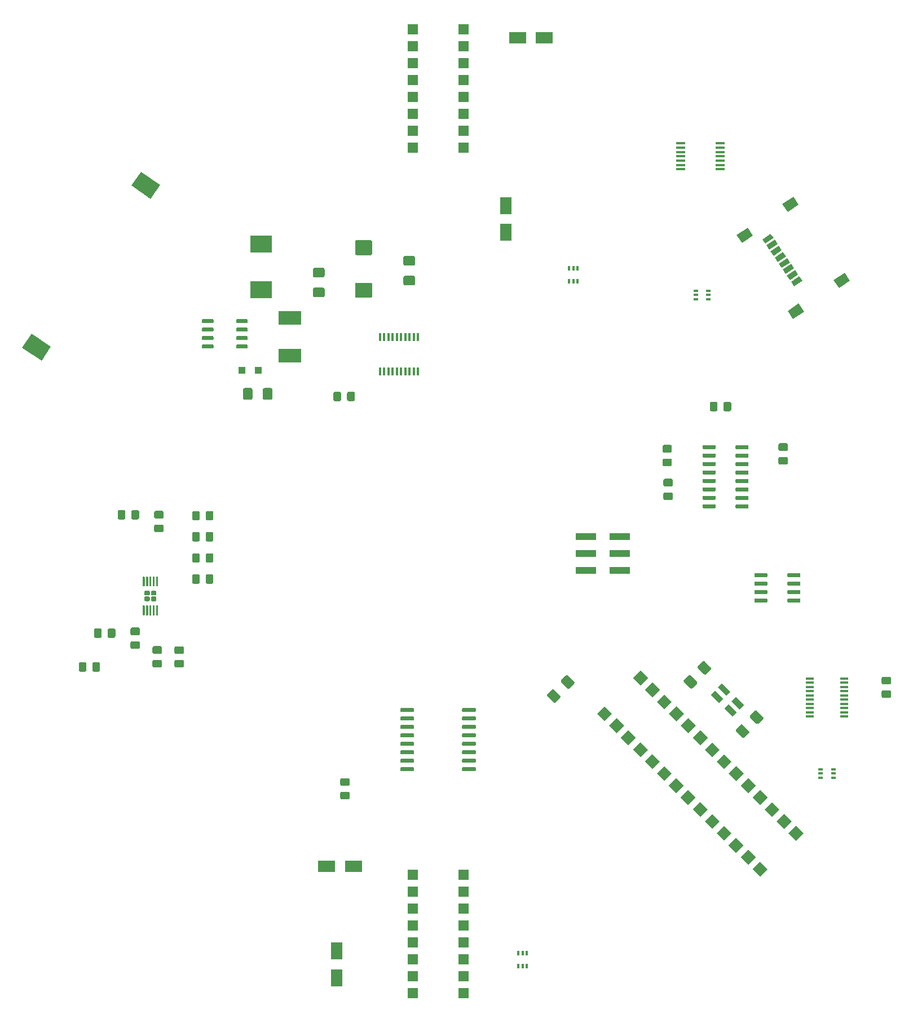
<source format=gbr>
G04 #@! TF.GenerationSoftware,KiCad,Pcbnew,5.1.5-52549c5~84~ubuntu18.04.1*
G04 #@! TF.CreationDate,2020-01-17T16:06:34-05:00*
G04 #@! TF.ProjectId,datapod,64617461-706f-4642-9e6b-696361645f70,1*
G04 #@! TF.SameCoordinates,Original*
G04 #@! TF.FileFunction,Paste,Top*
G04 #@! TF.FilePolarity,Positive*
%FSLAX46Y46*%
G04 Gerber Fmt 4.6, Leading zero omitted, Abs format (unit mm)*
G04 Created by KiCad (PCBNEW 5.1.5-52549c5~84~ubuntu18.04.1) date 2020-01-17 16:06:34*
%MOMM*%
%LPD*%
G04 APERTURE LIST*
%ADD10R,1.800000X2.500000*%
%ADD11C,0.100000*%
%ADD12R,1.200000X0.400000*%
%ADD13R,0.400000X0.650000*%
%ADD14R,1.600000X1.600000*%
%ADD15R,2.500000X1.800000*%
%ADD16R,1.450000X0.450000*%
%ADD17R,3.300000X2.500000*%
%ADD18R,3.400000X2.000000*%
%ADD19R,0.650000X0.400000*%
%ADD20R,0.400000X1.200000*%
%ADD21R,3.150000X1.000000*%
%ADD22R,1.000000X1.000000*%
G04 APERTURE END LIST*
D10*
X110490000Y-50610000D03*
X110490000Y-54610000D03*
D11*
G36*
X141253771Y-124063183D02*
G01*
X141890167Y-123426787D01*
X143127603Y-124664223D01*
X142491207Y-125300619D01*
X141253771Y-124063183D01*
G37*
G36*
X143304381Y-126113793D02*
G01*
X143940777Y-125477397D01*
X145178213Y-126714833D01*
X144541817Y-127351229D01*
X143304381Y-126113793D01*
G37*
G36*
X144400397Y-125017777D02*
G01*
X145036793Y-124381381D01*
X146274229Y-125618817D01*
X145637833Y-126255213D01*
X144400397Y-125017777D01*
G37*
G36*
X142349787Y-122967167D02*
G01*
X142986183Y-122330771D01*
X144223619Y-123568207D01*
X143587223Y-124204603D01*
X142349787Y-122967167D01*
G37*
D12*
X156150000Y-127317500D03*
X156150000Y-126682500D03*
X156150000Y-126047500D03*
X156150000Y-125412500D03*
X156150000Y-124777500D03*
X156150000Y-124142500D03*
X156150000Y-123507500D03*
X156150000Y-122872500D03*
X156150000Y-122237500D03*
X156150000Y-121602500D03*
X161350000Y-121602500D03*
X161350000Y-122237500D03*
X161350000Y-122872500D03*
X161350000Y-123507500D03*
X161350000Y-124142500D03*
X161350000Y-124777500D03*
X161350000Y-125412500D03*
X161350000Y-126047500D03*
X161350000Y-126682500D03*
X161350000Y-127317500D03*
D11*
G36*
X154068410Y-143738885D02*
G01*
X155199781Y-144870256D01*
X154068410Y-146001627D01*
X152937039Y-144870256D01*
X154068410Y-143738885D01*
G37*
G36*
X125331590Y-125778373D02*
G01*
X126462961Y-126909744D01*
X125331590Y-128041115D01*
X124200219Y-126909744D01*
X125331590Y-125778373D01*
G37*
G36*
X152272359Y-141942834D02*
G01*
X153403730Y-143074205D01*
X152272359Y-144205576D01*
X151140988Y-143074205D01*
X152272359Y-141942834D01*
G37*
G36*
X127127641Y-127574424D02*
G01*
X128259012Y-128705795D01*
X127127641Y-129837166D01*
X125996270Y-128705795D01*
X127127641Y-127574424D01*
G37*
G36*
X150476307Y-140146783D02*
G01*
X151607678Y-141278154D01*
X150476307Y-142409525D01*
X149344936Y-141278154D01*
X150476307Y-140146783D01*
G37*
G36*
X128923693Y-129370475D02*
G01*
X130055064Y-130501846D01*
X128923693Y-131633217D01*
X127792322Y-130501846D01*
X128923693Y-129370475D01*
G37*
G36*
X148680256Y-138350731D02*
G01*
X149811627Y-139482102D01*
X148680256Y-140613473D01*
X147548885Y-139482102D01*
X148680256Y-138350731D01*
G37*
G36*
X130719744Y-131166527D02*
G01*
X131851115Y-132297898D01*
X130719744Y-133429269D01*
X129588373Y-132297898D01*
X130719744Y-131166527D01*
G37*
G36*
X146884205Y-136554680D02*
G01*
X148015576Y-137686051D01*
X146884205Y-138817422D01*
X145752834Y-137686051D01*
X146884205Y-136554680D01*
G37*
G36*
X132515795Y-132962578D02*
G01*
X133647166Y-134093949D01*
X132515795Y-135225320D01*
X131384424Y-134093949D01*
X132515795Y-132962578D01*
G37*
G36*
X145088154Y-134758629D02*
G01*
X146219525Y-135890000D01*
X145088154Y-137021371D01*
X143956783Y-135890000D01*
X145088154Y-134758629D01*
G37*
G36*
X134311846Y-134758629D02*
G01*
X135443217Y-135890000D01*
X134311846Y-137021371D01*
X133180475Y-135890000D01*
X134311846Y-134758629D01*
G37*
G36*
X143292102Y-132962578D02*
G01*
X144423473Y-134093949D01*
X143292102Y-135225320D01*
X142160731Y-134093949D01*
X143292102Y-132962578D01*
G37*
G36*
X136107898Y-136554680D02*
G01*
X137239269Y-137686051D01*
X136107898Y-138817422D01*
X134976527Y-137686051D01*
X136107898Y-136554680D01*
G37*
G36*
X141496051Y-131166527D02*
G01*
X142627422Y-132297898D01*
X141496051Y-133429269D01*
X140364680Y-132297898D01*
X141496051Y-131166527D01*
G37*
G36*
X137903949Y-138350731D02*
G01*
X139035320Y-139482102D01*
X137903949Y-140613473D01*
X136772578Y-139482102D01*
X137903949Y-138350731D01*
G37*
G36*
X139700000Y-129370475D02*
G01*
X140831371Y-130501846D01*
X139700000Y-131633217D01*
X138568629Y-130501846D01*
X139700000Y-129370475D01*
G37*
G36*
X139700000Y-140146783D02*
G01*
X140831371Y-141278154D01*
X139700000Y-142409525D01*
X138568629Y-141278154D01*
X139700000Y-140146783D01*
G37*
G36*
X137903949Y-127574424D02*
G01*
X139035320Y-128705795D01*
X137903949Y-129837166D01*
X136772578Y-128705795D01*
X137903949Y-127574424D01*
G37*
G36*
X141496051Y-141942834D02*
G01*
X142627422Y-143074205D01*
X141496051Y-144205576D01*
X140364680Y-143074205D01*
X141496051Y-141942834D01*
G37*
G36*
X136107898Y-125778373D02*
G01*
X137239269Y-126909744D01*
X136107898Y-128041115D01*
X134976527Y-126909744D01*
X136107898Y-125778373D01*
G37*
G36*
X143292102Y-143738885D02*
G01*
X144423473Y-144870256D01*
X143292102Y-146001627D01*
X142160731Y-144870256D01*
X143292102Y-143738885D01*
G37*
G36*
X134311846Y-123982322D02*
G01*
X135443217Y-125113693D01*
X134311846Y-126245064D01*
X133180475Y-125113693D01*
X134311846Y-123982322D01*
G37*
G36*
X145088154Y-145534936D02*
G01*
X146219525Y-146666307D01*
X145088154Y-147797678D01*
X143956783Y-146666307D01*
X145088154Y-145534936D01*
G37*
G36*
X132515795Y-122186270D02*
G01*
X133647166Y-123317641D01*
X132515795Y-124449012D01*
X131384424Y-123317641D01*
X132515795Y-122186270D01*
G37*
G36*
X146884205Y-147330988D02*
G01*
X148015576Y-148462359D01*
X146884205Y-149593730D01*
X145752834Y-148462359D01*
X146884205Y-147330988D01*
G37*
G36*
X130719744Y-120390219D02*
G01*
X131851115Y-121521590D01*
X130719744Y-122652961D01*
X129588373Y-121521590D01*
X130719744Y-120390219D01*
G37*
G36*
X148680256Y-149127039D02*
G01*
X149811627Y-150258410D01*
X148680256Y-151389781D01*
X147548885Y-150258410D01*
X148680256Y-149127039D01*
G37*
G36*
X86834505Y-136586204D02*
G01*
X86858773Y-136589804D01*
X86882572Y-136595765D01*
X86905671Y-136604030D01*
X86927850Y-136614520D01*
X86948893Y-136627132D01*
X86968599Y-136641747D01*
X86986777Y-136658223D01*
X87003253Y-136676401D01*
X87017868Y-136696107D01*
X87030480Y-136717150D01*
X87040970Y-136739329D01*
X87049235Y-136762428D01*
X87055196Y-136786227D01*
X87058796Y-136810495D01*
X87060000Y-136834999D01*
X87060000Y-137485001D01*
X87058796Y-137509505D01*
X87055196Y-137533773D01*
X87049235Y-137557572D01*
X87040970Y-137580671D01*
X87030480Y-137602850D01*
X87017868Y-137623893D01*
X87003253Y-137643599D01*
X86986777Y-137661777D01*
X86968599Y-137678253D01*
X86948893Y-137692868D01*
X86927850Y-137705480D01*
X86905671Y-137715970D01*
X86882572Y-137724235D01*
X86858773Y-137730196D01*
X86834505Y-137733796D01*
X86810001Y-137735000D01*
X85909999Y-137735000D01*
X85885495Y-137733796D01*
X85861227Y-137730196D01*
X85837428Y-137724235D01*
X85814329Y-137715970D01*
X85792150Y-137705480D01*
X85771107Y-137692868D01*
X85751401Y-137678253D01*
X85733223Y-137661777D01*
X85716747Y-137643599D01*
X85702132Y-137623893D01*
X85689520Y-137602850D01*
X85679030Y-137580671D01*
X85670765Y-137557572D01*
X85664804Y-137533773D01*
X85661204Y-137509505D01*
X85660000Y-137485001D01*
X85660000Y-136834999D01*
X85661204Y-136810495D01*
X85664804Y-136786227D01*
X85670765Y-136762428D01*
X85679030Y-136739329D01*
X85689520Y-136717150D01*
X85702132Y-136696107D01*
X85716747Y-136676401D01*
X85733223Y-136658223D01*
X85751401Y-136641747D01*
X85771107Y-136627132D01*
X85792150Y-136614520D01*
X85814329Y-136604030D01*
X85837428Y-136595765D01*
X85861227Y-136589804D01*
X85885495Y-136586204D01*
X85909999Y-136585000D01*
X86810001Y-136585000D01*
X86834505Y-136586204D01*
G37*
G36*
X86834505Y-138636204D02*
G01*
X86858773Y-138639804D01*
X86882572Y-138645765D01*
X86905671Y-138654030D01*
X86927850Y-138664520D01*
X86948893Y-138677132D01*
X86968599Y-138691747D01*
X86986777Y-138708223D01*
X87003253Y-138726401D01*
X87017868Y-138746107D01*
X87030480Y-138767150D01*
X87040970Y-138789329D01*
X87049235Y-138812428D01*
X87055196Y-138836227D01*
X87058796Y-138860495D01*
X87060000Y-138884999D01*
X87060000Y-139535001D01*
X87058796Y-139559505D01*
X87055196Y-139583773D01*
X87049235Y-139607572D01*
X87040970Y-139630671D01*
X87030480Y-139652850D01*
X87017868Y-139673893D01*
X87003253Y-139693599D01*
X86986777Y-139711777D01*
X86968599Y-139728253D01*
X86948893Y-139742868D01*
X86927850Y-139755480D01*
X86905671Y-139765970D01*
X86882572Y-139774235D01*
X86858773Y-139780196D01*
X86834505Y-139783796D01*
X86810001Y-139785000D01*
X85909999Y-139785000D01*
X85885495Y-139783796D01*
X85861227Y-139780196D01*
X85837428Y-139774235D01*
X85814329Y-139765970D01*
X85792150Y-139755480D01*
X85771107Y-139742868D01*
X85751401Y-139728253D01*
X85733223Y-139711777D01*
X85716747Y-139693599D01*
X85702132Y-139673893D01*
X85689520Y-139652850D01*
X85679030Y-139630671D01*
X85670765Y-139607572D01*
X85664804Y-139583773D01*
X85661204Y-139559505D01*
X85660000Y-139535001D01*
X85660000Y-138884999D01*
X85661204Y-138860495D01*
X85664804Y-138836227D01*
X85670765Y-138812428D01*
X85679030Y-138789329D01*
X85689520Y-138767150D01*
X85702132Y-138746107D01*
X85716747Y-138726401D01*
X85733223Y-138708223D01*
X85751401Y-138691747D01*
X85771107Y-138677132D01*
X85792150Y-138664520D01*
X85814329Y-138654030D01*
X85837428Y-138645765D01*
X85861227Y-138639804D01*
X85885495Y-138636204D01*
X85909999Y-138635000D01*
X86810001Y-138635000D01*
X86834505Y-138636204D01*
G37*
G36*
X96569703Y-126065722D02*
G01*
X96584264Y-126067882D01*
X96598543Y-126071459D01*
X96612403Y-126076418D01*
X96625710Y-126082712D01*
X96638336Y-126090280D01*
X96650159Y-126099048D01*
X96661066Y-126108934D01*
X96670952Y-126119841D01*
X96679720Y-126131664D01*
X96687288Y-126144290D01*
X96693582Y-126157597D01*
X96698541Y-126171457D01*
X96702118Y-126185736D01*
X96704278Y-126200297D01*
X96705000Y-126215000D01*
X96705000Y-126515000D01*
X96704278Y-126529703D01*
X96702118Y-126544264D01*
X96698541Y-126558543D01*
X96693582Y-126572403D01*
X96687288Y-126585710D01*
X96679720Y-126598336D01*
X96670952Y-126610159D01*
X96661066Y-126621066D01*
X96650159Y-126630952D01*
X96638336Y-126639720D01*
X96625710Y-126647288D01*
X96612403Y-126653582D01*
X96598543Y-126658541D01*
X96584264Y-126662118D01*
X96569703Y-126664278D01*
X96555000Y-126665000D01*
X94805000Y-126665000D01*
X94790297Y-126664278D01*
X94775736Y-126662118D01*
X94761457Y-126658541D01*
X94747597Y-126653582D01*
X94734290Y-126647288D01*
X94721664Y-126639720D01*
X94709841Y-126630952D01*
X94698934Y-126621066D01*
X94689048Y-126610159D01*
X94680280Y-126598336D01*
X94672712Y-126585710D01*
X94666418Y-126572403D01*
X94661459Y-126558543D01*
X94657882Y-126544264D01*
X94655722Y-126529703D01*
X94655000Y-126515000D01*
X94655000Y-126215000D01*
X94655722Y-126200297D01*
X94657882Y-126185736D01*
X94661459Y-126171457D01*
X94666418Y-126157597D01*
X94672712Y-126144290D01*
X94680280Y-126131664D01*
X94689048Y-126119841D01*
X94698934Y-126108934D01*
X94709841Y-126099048D01*
X94721664Y-126090280D01*
X94734290Y-126082712D01*
X94747597Y-126076418D01*
X94761457Y-126071459D01*
X94775736Y-126067882D01*
X94790297Y-126065722D01*
X94805000Y-126065000D01*
X96555000Y-126065000D01*
X96569703Y-126065722D01*
G37*
G36*
X96569703Y-127335722D02*
G01*
X96584264Y-127337882D01*
X96598543Y-127341459D01*
X96612403Y-127346418D01*
X96625710Y-127352712D01*
X96638336Y-127360280D01*
X96650159Y-127369048D01*
X96661066Y-127378934D01*
X96670952Y-127389841D01*
X96679720Y-127401664D01*
X96687288Y-127414290D01*
X96693582Y-127427597D01*
X96698541Y-127441457D01*
X96702118Y-127455736D01*
X96704278Y-127470297D01*
X96705000Y-127485000D01*
X96705000Y-127785000D01*
X96704278Y-127799703D01*
X96702118Y-127814264D01*
X96698541Y-127828543D01*
X96693582Y-127842403D01*
X96687288Y-127855710D01*
X96679720Y-127868336D01*
X96670952Y-127880159D01*
X96661066Y-127891066D01*
X96650159Y-127900952D01*
X96638336Y-127909720D01*
X96625710Y-127917288D01*
X96612403Y-127923582D01*
X96598543Y-127928541D01*
X96584264Y-127932118D01*
X96569703Y-127934278D01*
X96555000Y-127935000D01*
X94805000Y-127935000D01*
X94790297Y-127934278D01*
X94775736Y-127932118D01*
X94761457Y-127928541D01*
X94747597Y-127923582D01*
X94734290Y-127917288D01*
X94721664Y-127909720D01*
X94709841Y-127900952D01*
X94698934Y-127891066D01*
X94689048Y-127880159D01*
X94680280Y-127868336D01*
X94672712Y-127855710D01*
X94666418Y-127842403D01*
X94661459Y-127828543D01*
X94657882Y-127814264D01*
X94655722Y-127799703D01*
X94655000Y-127785000D01*
X94655000Y-127485000D01*
X94655722Y-127470297D01*
X94657882Y-127455736D01*
X94661459Y-127441457D01*
X94666418Y-127427597D01*
X94672712Y-127414290D01*
X94680280Y-127401664D01*
X94689048Y-127389841D01*
X94698934Y-127378934D01*
X94709841Y-127369048D01*
X94721664Y-127360280D01*
X94734290Y-127352712D01*
X94747597Y-127346418D01*
X94761457Y-127341459D01*
X94775736Y-127337882D01*
X94790297Y-127335722D01*
X94805000Y-127335000D01*
X96555000Y-127335000D01*
X96569703Y-127335722D01*
G37*
G36*
X96569703Y-128605722D02*
G01*
X96584264Y-128607882D01*
X96598543Y-128611459D01*
X96612403Y-128616418D01*
X96625710Y-128622712D01*
X96638336Y-128630280D01*
X96650159Y-128639048D01*
X96661066Y-128648934D01*
X96670952Y-128659841D01*
X96679720Y-128671664D01*
X96687288Y-128684290D01*
X96693582Y-128697597D01*
X96698541Y-128711457D01*
X96702118Y-128725736D01*
X96704278Y-128740297D01*
X96705000Y-128755000D01*
X96705000Y-129055000D01*
X96704278Y-129069703D01*
X96702118Y-129084264D01*
X96698541Y-129098543D01*
X96693582Y-129112403D01*
X96687288Y-129125710D01*
X96679720Y-129138336D01*
X96670952Y-129150159D01*
X96661066Y-129161066D01*
X96650159Y-129170952D01*
X96638336Y-129179720D01*
X96625710Y-129187288D01*
X96612403Y-129193582D01*
X96598543Y-129198541D01*
X96584264Y-129202118D01*
X96569703Y-129204278D01*
X96555000Y-129205000D01*
X94805000Y-129205000D01*
X94790297Y-129204278D01*
X94775736Y-129202118D01*
X94761457Y-129198541D01*
X94747597Y-129193582D01*
X94734290Y-129187288D01*
X94721664Y-129179720D01*
X94709841Y-129170952D01*
X94698934Y-129161066D01*
X94689048Y-129150159D01*
X94680280Y-129138336D01*
X94672712Y-129125710D01*
X94666418Y-129112403D01*
X94661459Y-129098543D01*
X94657882Y-129084264D01*
X94655722Y-129069703D01*
X94655000Y-129055000D01*
X94655000Y-128755000D01*
X94655722Y-128740297D01*
X94657882Y-128725736D01*
X94661459Y-128711457D01*
X94666418Y-128697597D01*
X94672712Y-128684290D01*
X94680280Y-128671664D01*
X94689048Y-128659841D01*
X94698934Y-128648934D01*
X94709841Y-128639048D01*
X94721664Y-128630280D01*
X94734290Y-128622712D01*
X94747597Y-128616418D01*
X94761457Y-128611459D01*
X94775736Y-128607882D01*
X94790297Y-128605722D01*
X94805000Y-128605000D01*
X96555000Y-128605000D01*
X96569703Y-128605722D01*
G37*
G36*
X96569703Y-129875722D02*
G01*
X96584264Y-129877882D01*
X96598543Y-129881459D01*
X96612403Y-129886418D01*
X96625710Y-129892712D01*
X96638336Y-129900280D01*
X96650159Y-129909048D01*
X96661066Y-129918934D01*
X96670952Y-129929841D01*
X96679720Y-129941664D01*
X96687288Y-129954290D01*
X96693582Y-129967597D01*
X96698541Y-129981457D01*
X96702118Y-129995736D01*
X96704278Y-130010297D01*
X96705000Y-130025000D01*
X96705000Y-130325000D01*
X96704278Y-130339703D01*
X96702118Y-130354264D01*
X96698541Y-130368543D01*
X96693582Y-130382403D01*
X96687288Y-130395710D01*
X96679720Y-130408336D01*
X96670952Y-130420159D01*
X96661066Y-130431066D01*
X96650159Y-130440952D01*
X96638336Y-130449720D01*
X96625710Y-130457288D01*
X96612403Y-130463582D01*
X96598543Y-130468541D01*
X96584264Y-130472118D01*
X96569703Y-130474278D01*
X96555000Y-130475000D01*
X94805000Y-130475000D01*
X94790297Y-130474278D01*
X94775736Y-130472118D01*
X94761457Y-130468541D01*
X94747597Y-130463582D01*
X94734290Y-130457288D01*
X94721664Y-130449720D01*
X94709841Y-130440952D01*
X94698934Y-130431066D01*
X94689048Y-130420159D01*
X94680280Y-130408336D01*
X94672712Y-130395710D01*
X94666418Y-130382403D01*
X94661459Y-130368543D01*
X94657882Y-130354264D01*
X94655722Y-130339703D01*
X94655000Y-130325000D01*
X94655000Y-130025000D01*
X94655722Y-130010297D01*
X94657882Y-129995736D01*
X94661459Y-129981457D01*
X94666418Y-129967597D01*
X94672712Y-129954290D01*
X94680280Y-129941664D01*
X94689048Y-129929841D01*
X94698934Y-129918934D01*
X94709841Y-129909048D01*
X94721664Y-129900280D01*
X94734290Y-129892712D01*
X94747597Y-129886418D01*
X94761457Y-129881459D01*
X94775736Y-129877882D01*
X94790297Y-129875722D01*
X94805000Y-129875000D01*
X96555000Y-129875000D01*
X96569703Y-129875722D01*
G37*
G36*
X96569703Y-131145722D02*
G01*
X96584264Y-131147882D01*
X96598543Y-131151459D01*
X96612403Y-131156418D01*
X96625710Y-131162712D01*
X96638336Y-131170280D01*
X96650159Y-131179048D01*
X96661066Y-131188934D01*
X96670952Y-131199841D01*
X96679720Y-131211664D01*
X96687288Y-131224290D01*
X96693582Y-131237597D01*
X96698541Y-131251457D01*
X96702118Y-131265736D01*
X96704278Y-131280297D01*
X96705000Y-131295000D01*
X96705000Y-131595000D01*
X96704278Y-131609703D01*
X96702118Y-131624264D01*
X96698541Y-131638543D01*
X96693582Y-131652403D01*
X96687288Y-131665710D01*
X96679720Y-131678336D01*
X96670952Y-131690159D01*
X96661066Y-131701066D01*
X96650159Y-131710952D01*
X96638336Y-131719720D01*
X96625710Y-131727288D01*
X96612403Y-131733582D01*
X96598543Y-131738541D01*
X96584264Y-131742118D01*
X96569703Y-131744278D01*
X96555000Y-131745000D01*
X94805000Y-131745000D01*
X94790297Y-131744278D01*
X94775736Y-131742118D01*
X94761457Y-131738541D01*
X94747597Y-131733582D01*
X94734290Y-131727288D01*
X94721664Y-131719720D01*
X94709841Y-131710952D01*
X94698934Y-131701066D01*
X94689048Y-131690159D01*
X94680280Y-131678336D01*
X94672712Y-131665710D01*
X94666418Y-131652403D01*
X94661459Y-131638543D01*
X94657882Y-131624264D01*
X94655722Y-131609703D01*
X94655000Y-131595000D01*
X94655000Y-131295000D01*
X94655722Y-131280297D01*
X94657882Y-131265736D01*
X94661459Y-131251457D01*
X94666418Y-131237597D01*
X94672712Y-131224290D01*
X94680280Y-131211664D01*
X94689048Y-131199841D01*
X94698934Y-131188934D01*
X94709841Y-131179048D01*
X94721664Y-131170280D01*
X94734290Y-131162712D01*
X94747597Y-131156418D01*
X94761457Y-131151459D01*
X94775736Y-131147882D01*
X94790297Y-131145722D01*
X94805000Y-131145000D01*
X96555000Y-131145000D01*
X96569703Y-131145722D01*
G37*
G36*
X96569703Y-132415722D02*
G01*
X96584264Y-132417882D01*
X96598543Y-132421459D01*
X96612403Y-132426418D01*
X96625710Y-132432712D01*
X96638336Y-132440280D01*
X96650159Y-132449048D01*
X96661066Y-132458934D01*
X96670952Y-132469841D01*
X96679720Y-132481664D01*
X96687288Y-132494290D01*
X96693582Y-132507597D01*
X96698541Y-132521457D01*
X96702118Y-132535736D01*
X96704278Y-132550297D01*
X96705000Y-132565000D01*
X96705000Y-132865000D01*
X96704278Y-132879703D01*
X96702118Y-132894264D01*
X96698541Y-132908543D01*
X96693582Y-132922403D01*
X96687288Y-132935710D01*
X96679720Y-132948336D01*
X96670952Y-132960159D01*
X96661066Y-132971066D01*
X96650159Y-132980952D01*
X96638336Y-132989720D01*
X96625710Y-132997288D01*
X96612403Y-133003582D01*
X96598543Y-133008541D01*
X96584264Y-133012118D01*
X96569703Y-133014278D01*
X96555000Y-133015000D01*
X94805000Y-133015000D01*
X94790297Y-133014278D01*
X94775736Y-133012118D01*
X94761457Y-133008541D01*
X94747597Y-133003582D01*
X94734290Y-132997288D01*
X94721664Y-132989720D01*
X94709841Y-132980952D01*
X94698934Y-132971066D01*
X94689048Y-132960159D01*
X94680280Y-132948336D01*
X94672712Y-132935710D01*
X94666418Y-132922403D01*
X94661459Y-132908543D01*
X94657882Y-132894264D01*
X94655722Y-132879703D01*
X94655000Y-132865000D01*
X94655000Y-132565000D01*
X94655722Y-132550297D01*
X94657882Y-132535736D01*
X94661459Y-132521457D01*
X94666418Y-132507597D01*
X94672712Y-132494290D01*
X94680280Y-132481664D01*
X94689048Y-132469841D01*
X94698934Y-132458934D01*
X94709841Y-132449048D01*
X94721664Y-132440280D01*
X94734290Y-132432712D01*
X94747597Y-132426418D01*
X94761457Y-132421459D01*
X94775736Y-132417882D01*
X94790297Y-132415722D01*
X94805000Y-132415000D01*
X96555000Y-132415000D01*
X96569703Y-132415722D01*
G37*
G36*
X96569703Y-133685722D02*
G01*
X96584264Y-133687882D01*
X96598543Y-133691459D01*
X96612403Y-133696418D01*
X96625710Y-133702712D01*
X96638336Y-133710280D01*
X96650159Y-133719048D01*
X96661066Y-133728934D01*
X96670952Y-133739841D01*
X96679720Y-133751664D01*
X96687288Y-133764290D01*
X96693582Y-133777597D01*
X96698541Y-133791457D01*
X96702118Y-133805736D01*
X96704278Y-133820297D01*
X96705000Y-133835000D01*
X96705000Y-134135000D01*
X96704278Y-134149703D01*
X96702118Y-134164264D01*
X96698541Y-134178543D01*
X96693582Y-134192403D01*
X96687288Y-134205710D01*
X96679720Y-134218336D01*
X96670952Y-134230159D01*
X96661066Y-134241066D01*
X96650159Y-134250952D01*
X96638336Y-134259720D01*
X96625710Y-134267288D01*
X96612403Y-134273582D01*
X96598543Y-134278541D01*
X96584264Y-134282118D01*
X96569703Y-134284278D01*
X96555000Y-134285000D01*
X94805000Y-134285000D01*
X94790297Y-134284278D01*
X94775736Y-134282118D01*
X94761457Y-134278541D01*
X94747597Y-134273582D01*
X94734290Y-134267288D01*
X94721664Y-134259720D01*
X94709841Y-134250952D01*
X94698934Y-134241066D01*
X94689048Y-134230159D01*
X94680280Y-134218336D01*
X94672712Y-134205710D01*
X94666418Y-134192403D01*
X94661459Y-134178543D01*
X94657882Y-134164264D01*
X94655722Y-134149703D01*
X94655000Y-134135000D01*
X94655000Y-133835000D01*
X94655722Y-133820297D01*
X94657882Y-133805736D01*
X94661459Y-133791457D01*
X94666418Y-133777597D01*
X94672712Y-133764290D01*
X94680280Y-133751664D01*
X94689048Y-133739841D01*
X94698934Y-133728934D01*
X94709841Y-133719048D01*
X94721664Y-133710280D01*
X94734290Y-133702712D01*
X94747597Y-133696418D01*
X94761457Y-133691459D01*
X94775736Y-133687882D01*
X94790297Y-133685722D01*
X94805000Y-133685000D01*
X96555000Y-133685000D01*
X96569703Y-133685722D01*
G37*
G36*
X96569703Y-134955722D02*
G01*
X96584264Y-134957882D01*
X96598543Y-134961459D01*
X96612403Y-134966418D01*
X96625710Y-134972712D01*
X96638336Y-134980280D01*
X96650159Y-134989048D01*
X96661066Y-134998934D01*
X96670952Y-135009841D01*
X96679720Y-135021664D01*
X96687288Y-135034290D01*
X96693582Y-135047597D01*
X96698541Y-135061457D01*
X96702118Y-135075736D01*
X96704278Y-135090297D01*
X96705000Y-135105000D01*
X96705000Y-135405000D01*
X96704278Y-135419703D01*
X96702118Y-135434264D01*
X96698541Y-135448543D01*
X96693582Y-135462403D01*
X96687288Y-135475710D01*
X96679720Y-135488336D01*
X96670952Y-135500159D01*
X96661066Y-135511066D01*
X96650159Y-135520952D01*
X96638336Y-135529720D01*
X96625710Y-135537288D01*
X96612403Y-135543582D01*
X96598543Y-135548541D01*
X96584264Y-135552118D01*
X96569703Y-135554278D01*
X96555000Y-135555000D01*
X94805000Y-135555000D01*
X94790297Y-135554278D01*
X94775736Y-135552118D01*
X94761457Y-135548541D01*
X94747597Y-135543582D01*
X94734290Y-135537288D01*
X94721664Y-135529720D01*
X94709841Y-135520952D01*
X94698934Y-135511066D01*
X94689048Y-135500159D01*
X94680280Y-135488336D01*
X94672712Y-135475710D01*
X94666418Y-135462403D01*
X94661459Y-135448543D01*
X94657882Y-135434264D01*
X94655722Y-135419703D01*
X94655000Y-135405000D01*
X94655000Y-135105000D01*
X94655722Y-135090297D01*
X94657882Y-135075736D01*
X94661459Y-135061457D01*
X94666418Y-135047597D01*
X94672712Y-135034290D01*
X94680280Y-135021664D01*
X94689048Y-135009841D01*
X94698934Y-134998934D01*
X94709841Y-134989048D01*
X94721664Y-134980280D01*
X94734290Y-134972712D01*
X94747597Y-134966418D01*
X94761457Y-134961459D01*
X94775736Y-134957882D01*
X94790297Y-134955722D01*
X94805000Y-134955000D01*
X96555000Y-134955000D01*
X96569703Y-134955722D01*
G37*
G36*
X105869703Y-134955722D02*
G01*
X105884264Y-134957882D01*
X105898543Y-134961459D01*
X105912403Y-134966418D01*
X105925710Y-134972712D01*
X105938336Y-134980280D01*
X105950159Y-134989048D01*
X105961066Y-134998934D01*
X105970952Y-135009841D01*
X105979720Y-135021664D01*
X105987288Y-135034290D01*
X105993582Y-135047597D01*
X105998541Y-135061457D01*
X106002118Y-135075736D01*
X106004278Y-135090297D01*
X106005000Y-135105000D01*
X106005000Y-135405000D01*
X106004278Y-135419703D01*
X106002118Y-135434264D01*
X105998541Y-135448543D01*
X105993582Y-135462403D01*
X105987288Y-135475710D01*
X105979720Y-135488336D01*
X105970952Y-135500159D01*
X105961066Y-135511066D01*
X105950159Y-135520952D01*
X105938336Y-135529720D01*
X105925710Y-135537288D01*
X105912403Y-135543582D01*
X105898543Y-135548541D01*
X105884264Y-135552118D01*
X105869703Y-135554278D01*
X105855000Y-135555000D01*
X104105000Y-135555000D01*
X104090297Y-135554278D01*
X104075736Y-135552118D01*
X104061457Y-135548541D01*
X104047597Y-135543582D01*
X104034290Y-135537288D01*
X104021664Y-135529720D01*
X104009841Y-135520952D01*
X103998934Y-135511066D01*
X103989048Y-135500159D01*
X103980280Y-135488336D01*
X103972712Y-135475710D01*
X103966418Y-135462403D01*
X103961459Y-135448543D01*
X103957882Y-135434264D01*
X103955722Y-135419703D01*
X103955000Y-135405000D01*
X103955000Y-135105000D01*
X103955722Y-135090297D01*
X103957882Y-135075736D01*
X103961459Y-135061457D01*
X103966418Y-135047597D01*
X103972712Y-135034290D01*
X103980280Y-135021664D01*
X103989048Y-135009841D01*
X103998934Y-134998934D01*
X104009841Y-134989048D01*
X104021664Y-134980280D01*
X104034290Y-134972712D01*
X104047597Y-134966418D01*
X104061457Y-134961459D01*
X104075736Y-134957882D01*
X104090297Y-134955722D01*
X104105000Y-134955000D01*
X105855000Y-134955000D01*
X105869703Y-134955722D01*
G37*
G36*
X105869703Y-133685722D02*
G01*
X105884264Y-133687882D01*
X105898543Y-133691459D01*
X105912403Y-133696418D01*
X105925710Y-133702712D01*
X105938336Y-133710280D01*
X105950159Y-133719048D01*
X105961066Y-133728934D01*
X105970952Y-133739841D01*
X105979720Y-133751664D01*
X105987288Y-133764290D01*
X105993582Y-133777597D01*
X105998541Y-133791457D01*
X106002118Y-133805736D01*
X106004278Y-133820297D01*
X106005000Y-133835000D01*
X106005000Y-134135000D01*
X106004278Y-134149703D01*
X106002118Y-134164264D01*
X105998541Y-134178543D01*
X105993582Y-134192403D01*
X105987288Y-134205710D01*
X105979720Y-134218336D01*
X105970952Y-134230159D01*
X105961066Y-134241066D01*
X105950159Y-134250952D01*
X105938336Y-134259720D01*
X105925710Y-134267288D01*
X105912403Y-134273582D01*
X105898543Y-134278541D01*
X105884264Y-134282118D01*
X105869703Y-134284278D01*
X105855000Y-134285000D01*
X104105000Y-134285000D01*
X104090297Y-134284278D01*
X104075736Y-134282118D01*
X104061457Y-134278541D01*
X104047597Y-134273582D01*
X104034290Y-134267288D01*
X104021664Y-134259720D01*
X104009841Y-134250952D01*
X103998934Y-134241066D01*
X103989048Y-134230159D01*
X103980280Y-134218336D01*
X103972712Y-134205710D01*
X103966418Y-134192403D01*
X103961459Y-134178543D01*
X103957882Y-134164264D01*
X103955722Y-134149703D01*
X103955000Y-134135000D01*
X103955000Y-133835000D01*
X103955722Y-133820297D01*
X103957882Y-133805736D01*
X103961459Y-133791457D01*
X103966418Y-133777597D01*
X103972712Y-133764290D01*
X103980280Y-133751664D01*
X103989048Y-133739841D01*
X103998934Y-133728934D01*
X104009841Y-133719048D01*
X104021664Y-133710280D01*
X104034290Y-133702712D01*
X104047597Y-133696418D01*
X104061457Y-133691459D01*
X104075736Y-133687882D01*
X104090297Y-133685722D01*
X104105000Y-133685000D01*
X105855000Y-133685000D01*
X105869703Y-133685722D01*
G37*
G36*
X105869703Y-132415722D02*
G01*
X105884264Y-132417882D01*
X105898543Y-132421459D01*
X105912403Y-132426418D01*
X105925710Y-132432712D01*
X105938336Y-132440280D01*
X105950159Y-132449048D01*
X105961066Y-132458934D01*
X105970952Y-132469841D01*
X105979720Y-132481664D01*
X105987288Y-132494290D01*
X105993582Y-132507597D01*
X105998541Y-132521457D01*
X106002118Y-132535736D01*
X106004278Y-132550297D01*
X106005000Y-132565000D01*
X106005000Y-132865000D01*
X106004278Y-132879703D01*
X106002118Y-132894264D01*
X105998541Y-132908543D01*
X105993582Y-132922403D01*
X105987288Y-132935710D01*
X105979720Y-132948336D01*
X105970952Y-132960159D01*
X105961066Y-132971066D01*
X105950159Y-132980952D01*
X105938336Y-132989720D01*
X105925710Y-132997288D01*
X105912403Y-133003582D01*
X105898543Y-133008541D01*
X105884264Y-133012118D01*
X105869703Y-133014278D01*
X105855000Y-133015000D01*
X104105000Y-133015000D01*
X104090297Y-133014278D01*
X104075736Y-133012118D01*
X104061457Y-133008541D01*
X104047597Y-133003582D01*
X104034290Y-132997288D01*
X104021664Y-132989720D01*
X104009841Y-132980952D01*
X103998934Y-132971066D01*
X103989048Y-132960159D01*
X103980280Y-132948336D01*
X103972712Y-132935710D01*
X103966418Y-132922403D01*
X103961459Y-132908543D01*
X103957882Y-132894264D01*
X103955722Y-132879703D01*
X103955000Y-132865000D01*
X103955000Y-132565000D01*
X103955722Y-132550297D01*
X103957882Y-132535736D01*
X103961459Y-132521457D01*
X103966418Y-132507597D01*
X103972712Y-132494290D01*
X103980280Y-132481664D01*
X103989048Y-132469841D01*
X103998934Y-132458934D01*
X104009841Y-132449048D01*
X104021664Y-132440280D01*
X104034290Y-132432712D01*
X104047597Y-132426418D01*
X104061457Y-132421459D01*
X104075736Y-132417882D01*
X104090297Y-132415722D01*
X104105000Y-132415000D01*
X105855000Y-132415000D01*
X105869703Y-132415722D01*
G37*
G36*
X105869703Y-131145722D02*
G01*
X105884264Y-131147882D01*
X105898543Y-131151459D01*
X105912403Y-131156418D01*
X105925710Y-131162712D01*
X105938336Y-131170280D01*
X105950159Y-131179048D01*
X105961066Y-131188934D01*
X105970952Y-131199841D01*
X105979720Y-131211664D01*
X105987288Y-131224290D01*
X105993582Y-131237597D01*
X105998541Y-131251457D01*
X106002118Y-131265736D01*
X106004278Y-131280297D01*
X106005000Y-131295000D01*
X106005000Y-131595000D01*
X106004278Y-131609703D01*
X106002118Y-131624264D01*
X105998541Y-131638543D01*
X105993582Y-131652403D01*
X105987288Y-131665710D01*
X105979720Y-131678336D01*
X105970952Y-131690159D01*
X105961066Y-131701066D01*
X105950159Y-131710952D01*
X105938336Y-131719720D01*
X105925710Y-131727288D01*
X105912403Y-131733582D01*
X105898543Y-131738541D01*
X105884264Y-131742118D01*
X105869703Y-131744278D01*
X105855000Y-131745000D01*
X104105000Y-131745000D01*
X104090297Y-131744278D01*
X104075736Y-131742118D01*
X104061457Y-131738541D01*
X104047597Y-131733582D01*
X104034290Y-131727288D01*
X104021664Y-131719720D01*
X104009841Y-131710952D01*
X103998934Y-131701066D01*
X103989048Y-131690159D01*
X103980280Y-131678336D01*
X103972712Y-131665710D01*
X103966418Y-131652403D01*
X103961459Y-131638543D01*
X103957882Y-131624264D01*
X103955722Y-131609703D01*
X103955000Y-131595000D01*
X103955000Y-131295000D01*
X103955722Y-131280297D01*
X103957882Y-131265736D01*
X103961459Y-131251457D01*
X103966418Y-131237597D01*
X103972712Y-131224290D01*
X103980280Y-131211664D01*
X103989048Y-131199841D01*
X103998934Y-131188934D01*
X104009841Y-131179048D01*
X104021664Y-131170280D01*
X104034290Y-131162712D01*
X104047597Y-131156418D01*
X104061457Y-131151459D01*
X104075736Y-131147882D01*
X104090297Y-131145722D01*
X104105000Y-131145000D01*
X105855000Y-131145000D01*
X105869703Y-131145722D01*
G37*
G36*
X105869703Y-129875722D02*
G01*
X105884264Y-129877882D01*
X105898543Y-129881459D01*
X105912403Y-129886418D01*
X105925710Y-129892712D01*
X105938336Y-129900280D01*
X105950159Y-129909048D01*
X105961066Y-129918934D01*
X105970952Y-129929841D01*
X105979720Y-129941664D01*
X105987288Y-129954290D01*
X105993582Y-129967597D01*
X105998541Y-129981457D01*
X106002118Y-129995736D01*
X106004278Y-130010297D01*
X106005000Y-130025000D01*
X106005000Y-130325000D01*
X106004278Y-130339703D01*
X106002118Y-130354264D01*
X105998541Y-130368543D01*
X105993582Y-130382403D01*
X105987288Y-130395710D01*
X105979720Y-130408336D01*
X105970952Y-130420159D01*
X105961066Y-130431066D01*
X105950159Y-130440952D01*
X105938336Y-130449720D01*
X105925710Y-130457288D01*
X105912403Y-130463582D01*
X105898543Y-130468541D01*
X105884264Y-130472118D01*
X105869703Y-130474278D01*
X105855000Y-130475000D01*
X104105000Y-130475000D01*
X104090297Y-130474278D01*
X104075736Y-130472118D01*
X104061457Y-130468541D01*
X104047597Y-130463582D01*
X104034290Y-130457288D01*
X104021664Y-130449720D01*
X104009841Y-130440952D01*
X103998934Y-130431066D01*
X103989048Y-130420159D01*
X103980280Y-130408336D01*
X103972712Y-130395710D01*
X103966418Y-130382403D01*
X103961459Y-130368543D01*
X103957882Y-130354264D01*
X103955722Y-130339703D01*
X103955000Y-130325000D01*
X103955000Y-130025000D01*
X103955722Y-130010297D01*
X103957882Y-129995736D01*
X103961459Y-129981457D01*
X103966418Y-129967597D01*
X103972712Y-129954290D01*
X103980280Y-129941664D01*
X103989048Y-129929841D01*
X103998934Y-129918934D01*
X104009841Y-129909048D01*
X104021664Y-129900280D01*
X104034290Y-129892712D01*
X104047597Y-129886418D01*
X104061457Y-129881459D01*
X104075736Y-129877882D01*
X104090297Y-129875722D01*
X104105000Y-129875000D01*
X105855000Y-129875000D01*
X105869703Y-129875722D01*
G37*
G36*
X105869703Y-128605722D02*
G01*
X105884264Y-128607882D01*
X105898543Y-128611459D01*
X105912403Y-128616418D01*
X105925710Y-128622712D01*
X105938336Y-128630280D01*
X105950159Y-128639048D01*
X105961066Y-128648934D01*
X105970952Y-128659841D01*
X105979720Y-128671664D01*
X105987288Y-128684290D01*
X105993582Y-128697597D01*
X105998541Y-128711457D01*
X106002118Y-128725736D01*
X106004278Y-128740297D01*
X106005000Y-128755000D01*
X106005000Y-129055000D01*
X106004278Y-129069703D01*
X106002118Y-129084264D01*
X105998541Y-129098543D01*
X105993582Y-129112403D01*
X105987288Y-129125710D01*
X105979720Y-129138336D01*
X105970952Y-129150159D01*
X105961066Y-129161066D01*
X105950159Y-129170952D01*
X105938336Y-129179720D01*
X105925710Y-129187288D01*
X105912403Y-129193582D01*
X105898543Y-129198541D01*
X105884264Y-129202118D01*
X105869703Y-129204278D01*
X105855000Y-129205000D01*
X104105000Y-129205000D01*
X104090297Y-129204278D01*
X104075736Y-129202118D01*
X104061457Y-129198541D01*
X104047597Y-129193582D01*
X104034290Y-129187288D01*
X104021664Y-129179720D01*
X104009841Y-129170952D01*
X103998934Y-129161066D01*
X103989048Y-129150159D01*
X103980280Y-129138336D01*
X103972712Y-129125710D01*
X103966418Y-129112403D01*
X103961459Y-129098543D01*
X103957882Y-129084264D01*
X103955722Y-129069703D01*
X103955000Y-129055000D01*
X103955000Y-128755000D01*
X103955722Y-128740297D01*
X103957882Y-128725736D01*
X103961459Y-128711457D01*
X103966418Y-128697597D01*
X103972712Y-128684290D01*
X103980280Y-128671664D01*
X103989048Y-128659841D01*
X103998934Y-128648934D01*
X104009841Y-128639048D01*
X104021664Y-128630280D01*
X104034290Y-128622712D01*
X104047597Y-128616418D01*
X104061457Y-128611459D01*
X104075736Y-128607882D01*
X104090297Y-128605722D01*
X104105000Y-128605000D01*
X105855000Y-128605000D01*
X105869703Y-128605722D01*
G37*
G36*
X105869703Y-127335722D02*
G01*
X105884264Y-127337882D01*
X105898543Y-127341459D01*
X105912403Y-127346418D01*
X105925710Y-127352712D01*
X105938336Y-127360280D01*
X105950159Y-127369048D01*
X105961066Y-127378934D01*
X105970952Y-127389841D01*
X105979720Y-127401664D01*
X105987288Y-127414290D01*
X105993582Y-127427597D01*
X105998541Y-127441457D01*
X106002118Y-127455736D01*
X106004278Y-127470297D01*
X106005000Y-127485000D01*
X106005000Y-127785000D01*
X106004278Y-127799703D01*
X106002118Y-127814264D01*
X105998541Y-127828543D01*
X105993582Y-127842403D01*
X105987288Y-127855710D01*
X105979720Y-127868336D01*
X105970952Y-127880159D01*
X105961066Y-127891066D01*
X105950159Y-127900952D01*
X105938336Y-127909720D01*
X105925710Y-127917288D01*
X105912403Y-127923582D01*
X105898543Y-127928541D01*
X105884264Y-127932118D01*
X105869703Y-127934278D01*
X105855000Y-127935000D01*
X104105000Y-127935000D01*
X104090297Y-127934278D01*
X104075736Y-127932118D01*
X104061457Y-127928541D01*
X104047597Y-127923582D01*
X104034290Y-127917288D01*
X104021664Y-127909720D01*
X104009841Y-127900952D01*
X103998934Y-127891066D01*
X103989048Y-127880159D01*
X103980280Y-127868336D01*
X103972712Y-127855710D01*
X103966418Y-127842403D01*
X103961459Y-127828543D01*
X103957882Y-127814264D01*
X103955722Y-127799703D01*
X103955000Y-127785000D01*
X103955000Y-127485000D01*
X103955722Y-127470297D01*
X103957882Y-127455736D01*
X103961459Y-127441457D01*
X103966418Y-127427597D01*
X103972712Y-127414290D01*
X103980280Y-127401664D01*
X103989048Y-127389841D01*
X103998934Y-127378934D01*
X104009841Y-127369048D01*
X104021664Y-127360280D01*
X104034290Y-127352712D01*
X104047597Y-127346418D01*
X104061457Y-127341459D01*
X104075736Y-127337882D01*
X104090297Y-127335722D01*
X104105000Y-127335000D01*
X105855000Y-127335000D01*
X105869703Y-127335722D01*
G37*
G36*
X105869703Y-126065722D02*
G01*
X105884264Y-126067882D01*
X105898543Y-126071459D01*
X105912403Y-126076418D01*
X105925710Y-126082712D01*
X105938336Y-126090280D01*
X105950159Y-126099048D01*
X105961066Y-126108934D01*
X105970952Y-126119841D01*
X105979720Y-126131664D01*
X105987288Y-126144290D01*
X105993582Y-126157597D01*
X105998541Y-126171457D01*
X106002118Y-126185736D01*
X106004278Y-126200297D01*
X106005000Y-126215000D01*
X106005000Y-126515000D01*
X106004278Y-126529703D01*
X106002118Y-126544264D01*
X105998541Y-126558543D01*
X105993582Y-126572403D01*
X105987288Y-126585710D01*
X105979720Y-126598336D01*
X105970952Y-126610159D01*
X105961066Y-126621066D01*
X105950159Y-126630952D01*
X105938336Y-126639720D01*
X105925710Y-126647288D01*
X105912403Y-126653582D01*
X105898543Y-126658541D01*
X105884264Y-126662118D01*
X105869703Y-126664278D01*
X105855000Y-126665000D01*
X104105000Y-126665000D01*
X104090297Y-126664278D01*
X104075736Y-126662118D01*
X104061457Y-126658541D01*
X104047597Y-126653582D01*
X104034290Y-126647288D01*
X104021664Y-126639720D01*
X104009841Y-126630952D01*
X103998934Y-126621066D01*
X103989048Y-126610159D01*
X103980280Y-126598336D01*
X103972712Y-126585710D01*
X103966418Y-126572403D01*
X103961459Y-126558543D01*
X103957882Y-126544264D01*
X103955722Y-126529703D01*
X103955000Y-126515000D01*
X103955000Y-126215000D01*
X103955722Y-126200297D01*
X103957882Y-126185736D01*
X103961459Y-126171457D01*
X103966418Y-126157597D01*
X103972712Y-126144290D01*
X103980280Y-126131664D01*
X103989048Y-126119841D01*
X103998934Y-126108934D01*
X104009841Y-126099048D01*
X104021664Y-126090280D01*
X104034290Y-126082712D01*
X104047597Y-126076418D01*
X104061457Y-126071459D01*
X104075736Y-126067882D01*
X104090297Y-126065722D01*
X104105000Y-126065000D01*
X105855000Y-126065000D01*
X105869703Y-126065722D01*
G37*
D13*
X112380000Y-162880000D03*
X113680000Y-162880000D03*
X113030000Y-164780000D03*
X113030000Y-162880000D03*
X113680000Y-164780000D03*
X112380000Y-164780000D03*
D14*
X96520000Y-168910000D03*
X104140000Y-151130000D03*
X96520000Y-166370000D03*
X104140000Y-153670000D03*
X96520000Y-163830000D03*
X104140000Y-156210000D03*
X96520000Y-161290000D03*
X104140000Y-158750000D03*
X96520000Y-158750000D03*
X104140000Y-161290000D03*
X96520000Y-156210000D03*
X104140000Y-163830000D03*
X96520000Y-153670000D03*
X104140000Y-166370000D03*
X96520000Y-151130000D03*
X104140000Y-168910000D03*
D11*
G36*
X55724166Y-45485467D02*
G01*
X58634088Y-47448234D01*
X57213738Y-49553989D01*
X54303816Y-47591222D01*
X55724166Y-45485467D01*
G37*
G36*
X39306262Y-69826011D02*
G01*
X42216184Y-71788778D01*
X40795834Y-73894533D01*
X37885912Y-71931766D01*
X39306262Y-69826011D01*
G37*
D14*
X104140000Y-24130000D03*
X96520000Y-41910000D03*
X104140000Y-26670000D03*
X96520000Y-39370000D03*
X104140000Y-29210000D03*
X96520000Y-36830000D03*
X104140000Y-31750000D03*
X96520000Y-34290000D03*
X104140000Y-34290000D03*
X96520000Y-31750000D03*
X104140000Y-36830000D03*
X96520000Y-29210000D03*
X104140000Y-39370000D03*
X96520000Y-26670000D03*
X104140000Y-41910000D03*
X96520000Y-24130000D03*
D15*
X112300000Y-25400000D03*
X116300000Y-25400000D03*
D16*
X136750000Y-41230000D03*
X136750000Y-41880000D03*
X136750000Y-42530000D03*
X136750000Y-43180000D03*
X136750000Y-43830000D03*
X136750000Y-44480000D03*
X136750000Y-45130000D03*
X142650000Y-45130000D03*
X142650000Y-44480000D03*
X142650000Y-43830000D03*
X142650000Y-43180000D03*
X142650000Y-42530000D03*
X142650000Y-41880000D03*
X142650000Y-41230000D03*
D11*
G36*
X147619495Y-55082876D02*
G01*
X145961420Y-56201262D01*
X145150591Y-54999158D01*
X146808666Y-53880772D01*
X147619495Y-55082876D01*
G37*
G36*
X155308397Y-66482143D02*
G01*
X153650322Y-67600529D01*
X152839493Y-66398425D01*
X154497568Y-65280039D01*
X155308397Y-66482143D01*
G37*
G36*
X162189409Y-61840842D02*
G01*
X160531334Y-62959228D01*
X159720505Y-61757124D01*
X161378580Y-60638738D01*
X162189409Y-61840842D01*
G37*
G36*
X154500507Y-50441575D02*
G01*
X152842432Y-51559961D01*
X152031603Y-50357857D01*
X153689678Y-49239471D01*
X154500507Y-50441575D01*
G37*
G36*
X150714079Y-55468300D02*
G01*
X149470523Y-56307090D01*
X149023169Y-55643860D01*
X150266725Y-54805070D01*
X150714079Y-55468300D01*
G37*
G36*
X151329191Y-56380241D02*
G01*
X150085635Y-57219031D01*
X149638281Y-56555801D01*
X150881837Y-55717011D01*
X151329191Y-56380241D01*
G37*
G36*
X151944303Y-57292183D02*
G01*
X150700747Y-58130973D01*
X150253393Y-57467743D01*
X151496949Y-56628953D01*
X151944303Y-57292183D01*
G37*
G36*
X152559415Y-58204124D02*
G01*
X151315859Y-59042914D01*
X150868505Y-58379684D01*
X152112061Y-57540894D01*
X152559415Y-58204124D01*
G37*
G36*
X153174527Y-59116065D02*
G01*
X151930971Y-59954855D01*
X151483617Y-59291625D01*
X152727173Y-58452835D01*
X153174527Y-59116065D01*
G37*
G36*
X153789640Y-60028007D02*
G01*
X152546084Y-60866797D01*
X152098730Y-60203567D01*
X153342286Y-59364777D01*
X153789640Y-60028007D01*
G37*
G36*
X154404752Y-60939948D02*
G01*
X153161196Y-61778738D01*
X152713842Y-61115508D01*
X153957398Y-60276718D01*
X154404752Y-60939948D01*
G37*
G36*
X155019864Y-61851889D02*
G01*
X153776308Y-62690679D01*
X153328954Y-62027449D01*
X154572510Y-61188659D01*
X155019864Y-61851889D01*
G37*
G36*
X135221505Y-86530204D02*
G01*
X135245773Y-86533804D01*
X135269572Y-86539765D01*
X135292671Y-86548030D01*
X135314850Y-86558520D01*
X135335893Y-86571132D01*
X135355599Y-86585747D01*
X135373777Y-86602223D01*
X135390253Y-86620401D01*
X135404868Y-86640107D01*
X135417480Y-86661150D01*
X135427970Y-86683329D01*
X135436235Y-86706428D01*
X135442196Y-86730227D01*
X135445796Y-86754495D01*
X135447000Y-86778999D01*
X135447000Y-87429001D01*
X135445796Y-87453505D01*
X135442196Y-87477773D01*
X135436235Y-87501572D01*
X135427970Y-87524671D01*
X135417480Y-87546850D01*
X135404868Y-87567893D01*
X135390253Y-87587599D01*
X135373777Y-87605777D01*
X135355599Y-87622253D01*
X135335893Y-87636868D01*
X135314850Y-87649480D01*
X135292671Y-87659970D01*
X135269572Y-87668235D01*
X135245773Y-87674196D01*
X135221505Y-87677796D01*
X135197001Y-87679000D01*
X134296999Y-87679000D01*
X134272495Y-87677796D01*
X134248227Y-87674196D01*
X134224428Y-87668235D01*
X134201329Y-87659970D01*
X134179150Y-87649480D01*
X134158107Y-87636868D01*
X134138401Y-87622253D01*
X134120223Y-87605777D01*
X134103747Y-87587599D01*
X134089132Y-87567893D01*
X134076520Y-87546850D01*
X134066030Y-87524671D01*
X134057765Y-87501572D01*
X134051804Y-87477773D01*
X134048204Y-87453505D01*
X134047000Y-87429001D01*
X134047000Y-86778999D01*
X134048204Y-86754495D01*
X134051804Y-86730227D01*
X134057765Y-86706428D01*
X134066030Y-86683329D01*
X134076520Y-86661150D01*
X134089132Y-86640107D01*
X134103747Y-86620401D01*
X134120223Y-86602223D01*
X134138401Y-86585747D01*
X134158107Y-86571132D01*
X134179150Y-86558520D01*
X134201329Y-86548030D01*
X134224428Y-86539765D01*
X134248227Y-86533804D01*
X134272495Y-86530204D01*
X134296999Y-86529000D01*
X135197001Y-86529000D01*
X135221505Y-86530204D01*
G37*
G36*
X135221505Y-88580204D02*
G01*
X135245773Y-88583804D01*
X135269572Y-88589765D01*
X135292671Y-88598030D01*
X135314850Y-88608520D01*
X135335893Y-88621132D01*
X135355599Y-88635747D01*
X135373777Y-88652223D01*
X135390253Y-88670401D01*
X135404868Y-88690107D01*
X135417480Y-88711150D01*
X135427970Y-88733329D01*
X135436235Y-88756428D01*
X135442196Y-88780227D01*
X135445796Y-88804495D01*
X135447000Y-88828999D01*
X135447000Y-89479001D01*
X135445796Y-89503505D01*
X135442196Y-89527773D01*
X135436235Y-89551572D01*
X135427970Y-89574671D01*
X135417480Y-89596850D01*
X135404868Y-89617893D01*
X135390253Y-89637599D01*
X135373777Y-89655777D01*
X135355599Y-89672253D01*
X135335893Y-89686868D01*
X135314850Y-89699480D01*
X135292671Y-89709970D01*
X135269572Y-89718235D01*
X135245773Y-89724196D01*
X135221505Y-89727796D01*
X135197001Y-89729000D01*
X134296999Y-89729000D01*
X134272495Y-89727796D01*
X134248227Y-89724196D01*
X134224428Y-89718235D01*
X134201329Y-89709970D01*
X134179150Y-89699480D01*
X134158107Y-89686868D01*
X134138401Y-89672253D01*
X134120223Y-89655777D01*
X134103747Y-89637599D01*
X134089132Y-89617893D01*
X134076520Y-89596850D01*
X134066030Y-89574671D01*
X134057765Y-89551572D01*
X134051804Y-89527773D01*
X134048204Y-89503505D01*
X134047000Y-89479001D01*
X134047000Y-88828999D01*
X134048204Y-88804495D01*
X134051804Y-88780227D01*
X134057765Y-88756428D01*
X134066030Y-88733329D01*
X134076520Y-88711150D01*
X134089132Y-88690107D01*
X134103747Y-88670401D01*
X134120223Y-88652223D01*
X134138401Y-88635747D01*
X134158107Y-88621132D01*
X134179150Y-88608520D01*
X134201329Y-88598030D01*
X134224428Y-88589765D01*
X134248227Y-88583804D01*
X134272495Y-88580204D01*
X134296999Y-88579000D01*
X135197001Y-88579000D01*
X135221505Y-88580204D01*
G37*
G36*
X152620505Y-88326204D02*
G01*
X152644773Y-88329804D01*
X152668572Y-88335765D01*
X152691671Y-88344030D01*
X152713850Y-88354520D01*
X152734893Y-88367132D01*
X152754599Y-88381747D01*
X152772777Y-88398223D01*
X152789253Y-88416401D01*
X152803868Y-88436107D01*
X152816480Y-88457150D01*
X152826970Y-88479329D01*
X152835235Y-88502428D01*
X152841196Y-88526227D01*
X152844796Y-88550495D01*
X152846000Y-88574999D01*
X152846000Y-89225001D01*
X152844796Y-89249505D01*
X152841196Y-89273773D01*
X152835235Y-89297572D01*
X152826970Y-89320671D01*
X152816480Y-89342850D01*
X152803868Y-89363893D01*
X152789253Y-89383599D01*
X152772777Y-89401777D01*
X152754599Y-89418253D01*
X152734893Y-89432868D01*
X152713850Y-89445480D01*
X152691671Y-89455970D01*
X152668572Y-89464235D01*
X152644773Y-89470196D01*
X152620505Y-89473796D01*
X152596001Y-89475000D01*
X151695999Y-89475000D01*
X151671495Y-89473796D01*
X151647227Y-89470196D01*
X151623428Y-89464235D01*
X151600329Y-89455970D01*
X151578150Y-89445480D01*
X151557107Y-89432868D01*
X151537401Y-89418253D01*
X151519223Y-89401777D01*
X151502747Y-89383599D01*
X151488132Y-89363893D01*
X151475520Y-89342850D01*
X151465030Y-89320671D01*
X151456765Y-89297572D01*
X151450804Y-89273773D01*
X151447204Y-89249505D01*
X151446000Y-89225001D01*
X151446000Y-88574999D01*
X151447204Y-88550495D01*
X151450804Y-88526227D01*
X151456765Y-88502428D01*
X151465030Y-88479329D01*
X151475520Y-88457150D01*
X151488132Y-88436107D01*
X151502747Y-88416401D01*
X151519223Y-88398223D01*
X151537401Y-88381747D01*
X151557107Y-88367132D01*
X151578150Y-88354520D01*
X151600329Y-88344030D01*
X151623428Y-88335765D01*
X151647227Y-88329804D01*
X151671495Y-88326204D01*
X151695999Y-88325000D01*
X152596001Y-88325000D01*
X152620505Y-88326204D01*
G37*
G36*
X152620505Y-86276204D02*
G01*
X152644773Y-86279804D01*
X152668572Y-86285765D01*
X152691671Y-86294030D01*
X152713850Y-86304520D01*
X152734893Y-86317132D01*
X152754599Y-86331747D01*
X152772777Y-86348223D01*
X152789253Y-86366401D01*
X152803868Y-86386107D01*
X152816480Y-86407150D01*
X152826970Y-86429329D01*
X152835235Y-86452428D01*
X152841196Y-86476227D01*
X152844796Y-86500495D01*
X152846000Y-86524999D01*
X152846000Y-87175001D01*
X152844796Y-87199505D01*
X152841196Y-87223773D01*
X152835235Y-87247572D01*
X152826970Y-87270671D01*
X152816480Y-87292850D01*
X152803868Y-87313893D01*
X152789253Y-87333599D01*
X152772777Y-87351777D01*
X152754599Y-87368253D01*
X152734893Y-87382868D01*
X152713850Y-87395480D01*
X152691671Y-87405970D01*
X152668572Y-87414235D01*
X152644773Y-87420196D01*
X152620505Y-87423796D01*
X152596001Y-87425000D01*
X151695999Y-87425000D01*
X151671495Y-87423796D01*
X151647227Y-87420196D01*
X151623428Y-87414235D01*
X151600329Y-87405970D01*
X151578150Y-87395480D01*
X151557107Y-87382868D01*
X151537401Y-87368253D01*
X151519223Y-87351777D01*
X151502747Y-87333599D01*
X151488132Y-87313893D01*
X151475520Y-87292850D01*
X151465030Y-87270671D01*
X151456765Y-87247572D01*
X151450804Y-87223773D01*
X151447204Y-87199505D01*
X151446000Y-87175001D01*
X151446000Y-86524999D01*
X151447204Y-86500495D01*
X151450804Y-86476227D01*
X151456765Y-86452428D01*
X151465030Y-86429329D01*
X151475520Y-86407150D01*
X151488132Y-86386107D01*
X151502747Y-86366401D01*
X151519223Y-86348223D01*
X151537401Y-86331747D01*
X151557107Y-86317132D01*
X151578150Y-86304520D01*
X151600329Y-86294030D01*
X151623428Y-86285765D01*
X151647227Y-86279804D01*
X151671495Y-86276204D01*
X151695999Y-86275000D01*
X152596001Y-86275000D01*
X152620505Y-86276204D01*
G37*
G36*
X144122505Y-80073204D02*
G01*
X144146773Y-80076804D01*
X144170572Y-80082765D01*
X144193671Y-80091030D01*
X144215850Y-80101520D01*
X144236893Y-80114132D01*
X144256599Y-80128747D01*
X144274777Y-80145223D01*
X144291253Y-80163401D01*
X144305868Y-80183107D01*
X144318480Y-80204150D01*
X144328970Y-80226329D01*
X144337235Y-80249428D01*
X144343196Y-80273227D01*
X144346796Y-80297495D01*
X144348000Y-80321999D01*
X144348000Y-81222001D01*
X144346796Y-81246505D01*
X144343196Y-81270773D01*
X144337235Y-81294572D01*
X144328970Y-81317671D01*
X144318480Y-81339850D01*
X144305868Y-81360893D01*
X144291253Y-81380599D01*
X144274777Y-81398777D01*
X144256599Y-81415253D01*
X144236893Y-81429868D01*
X144215850Y-81442480D01*
X144193671Y-81452970D01*
X144170572Y-81461235D01*
X144146773Y-81467196D01*
X144122505Y-81470796D01*
X144098001Y-81472000D01*
X143447999Y-81472000D01*
X143423495Y-81470796D01*
X143399227Y-81467196D01*
X143375428Y-81461235D01*
X143352329Y-81452970D01*
X143330150Y-81442480D01*
X143309107Y-81429868D01*
X143289401Y-81415253D01*
X143271223Y-81398777D01*
X143254747Y-81380599D01*
X143240132Y-81360893D01*
X143227520Y-81339850D01*
X143217030Y-81317671D01*
X143208765Y-81294572D01*
X143202804Y-81270773D01*
X143199204Y-81246505D01*
X143198000Y-81222001D01*
X143198000Y-80321999D01*
X143199204Y-80297495D01*
X143202804Y-80273227D01*
X143208765Y-80249428D01*
X143217030Y-80226329D01*
X143227520Y-80204150D01*
X143240132Y-80183107D01*
X143254747Y-80163401D01*
X143271223Y-80145223D01*
X143289401Y-80128747D01*
X143309107Y-80114132D01*
X143330150Y-80101520D01*
X143352329Y-80091030D01*
X143375428Y-80082765D01*
X143399227Y-80076804D01*
X143423495Y-80073204D01*
X143447999Y-80072000D01*
X144098001Y-80072000D01*
X144122505Y-80073204D01*
G37*
G36*
X142072505Y-80073204D02*
G01*
X142096773Y-80076804D01*
X142120572Y-80082765D01*
X142143671Y-80091030D01*
X142165850Y-80101520D01*
X142186893Y-80114132D01*
X142206599Y-80128747D01*
X142224777Y-80145223D01*
X142241253Y-80163401D01*
X142255868Y-80183107D01*
X142268480Y-80204150D01*
X142278970Y-80226329D01*
X142287235Y-80249428D01*
X142293196Y-80273227D01*
X142296796Y-80297495D01*
X142298000Y-80321999D01*
X142298000Y-81222001D01*
X142296796Y-81246505D01*
X142293196Y-81270773D01*
X142287235Y-81294572D01*
X142278970Y-81317671D01*
X142268480Y-81339850D01*
X142255868Y-81360893D01*
X142241253Y-81380599D01*
X142224777Y-81398777D01*
X142206599Y-81415253D01*
X142186893Y-81429868D01*
X142165850Y-81442480D01*
X142143671Y-81452970D01*
X142120572Y-81461235D01*
X142096773Y-81467196D01*
X142072505Y-81470796D01*
X142048001Y-81472000D01*
X141397999Y-81472000D01*
X141373495Y-81470796D01*
X141349227Y-81467196D01*
X141325428Y-81461235D01*
X141302329Y-81452970D01*
X141280150Y-81442480D01*
X141259107Y-81429868D01*
X141239401Y-81415253D01*
X141221223Y-81398777D01*
X141204747Y-81380599D01*
X141190132Y-81360893D01*
X141177520Y-81339850D01*
X141167030Y-81317671D01*
X141158765Y-81294572D01*
X141152804Y-81270773D01*
X141149204Y-81246505D01*
X141148000Y-81222001D01*
X141148000Y-80321999D01*
X141149204Y-80297495D01*
X141152804Y-80273227D01*
X141158765Y-80249428D01*
X141167030Y-80226329D01*
X141177520Y-80204150D01*
X141190132Y-80183107D01*
X141204747Y-80163401D01*
X141221223Y-80145223D01*
X141239401Y-80128747D01*
X141259107Y-80114132D01*
X141280150Y-80101520D01*
X141302329Y-80091030D01*
X141325428Y-80082765D01*
X141349227Y-80076804D01*
X141373495Y-80073204D01*
X141397999Y-80072000D01*
X142048001Y-80072000D01*
X142072505Y-80073204D01*
G37*
G36*
X135348505Y-91610204D02*
G01*
X135372773Y-91613804D01*
X135396572Y-91619765D01*
X135419671Y-91628030D01*
X135441850Y-91638520D01*
X135462893Y-91651132D01*
X135482599Y-91665747D01*
X135500777Y-91682223D01*
X135517253Y-91700401D01*
X135531868Y-91720107D01*
X135544480Y-91741150D01*
X135554970Y-91763329D01*
X135563235Y-91786428D01*
X135569196Y-91810227D01*
X135572796Y-91834495D01*
X135574000Y-91858999D01*
X135574000Y-92509001D01*
X135572796Y-92533505D01*
X135569196Y-92557773D01*
X135563235Y-92581572D01*
X135554970Y-92604671D01*
X135544480Y-92626850D01*
X135531868Y-92647893D01*
X135517253Y-92667599D01*
X135500777Y-92685777D01*
X135482599Y-92702253D01*
X135462893Y-92716868D01*
X135441850Y-92729480D01*
X135419671Y-92739970D01*
X135396572Y-92748235D01*
X135372773Y-92754196D01*
X135348505Y-92757796D01*
X135324001Y-92759000D01*
X134423999Y-92759000D01*
X134399495Y-92757796D01*
X134375227Y-92754196D01*
X134351428Y-92748235D01*
X134328329Y-92739970D01*
X134306150Y-92729480D01*
X134285107Y-92716868D01*
X134265401Y-92702253D01*
X134247223Y-92685777D01*
X134230747Y-92667599D01*
X134216132Y-92647893D01*
X134203520Y-92626850D01*
X134193030Y-92604671D01*
X134184765Y-92581572D01*
X134178804Y-92557773D01*
X134175204Y-92533505D01*
X134174000Y-92509001D01*
X134174000Y-91858999D01*
X134175204Y-91834495D01*
X134178804Y-91810227D01*
X134184765Y-91786428D01*
X134193030Y-91763329D01*
X134203520Y-91741150D01*
X134216132Y-91720107D01*
X134230747Y-91700401D01*
X134247223Y-91682223D01*
X134265401Y-91665747D01*
X134285107Y-91651132D01*
X134306150Y-91638520D01*
X134328329Y-91628030D01*
X134351428Y-91619765D01*
X134375227Y-91613804D01*
X134399495Y-91610204D01*
X134423999Y-91609000D01*
X135324001Y-91609000D01*
X135348505Y-91610204D01*
G37*
G36*
X135348505Y-93660204D02*
G01*
X135372773Y-93663804D01*
X135396572Y-93669765D01*
X135419671Y-93678030D01*
X135441850Y-93688520D01*
X135462893Y-93701132D01*
X135482599Y-93715747D01*
X135500777Y-93732223D01*
X135517253Y-93750401D01*
X135531868Y-93770107D01*
X135544480Y-93791150D01*
X135554970Y-93813329D01*
X135563235Y-93836428D01*
X135569196Y-93860227D01*
X135572796Y-93884495D01*
X135574000Y-93908999D01*
X135574000Y-94559001D01*
X135572796Y-94583505D01*
X135569196Y-94607773D01*
X135563235Y-94631572D01*
X135554970Y-94654671D01*
X135544480Y-94676850D01*
X135531868Y-94697893D01*
X135517253Y-94717599D01*
X135500777Y-94735777D01*
X135482599Y-94752253D01*
X135462893Y-94766868D01*
X135441850Y-94779480D01*
X135419671Y-94789970D01*
X135396572Y-94798235D01*
X135372773Y-94804196D01*
X135348505Y-94807796D01*
X135324001Y-94809000D01*
X134423999Y-94809000D01*
X134399495Y-94807796D01*
X134375227Y-94804196D01*
X134351428Y-94798235D01*
X134328329Y-94789970D01*
X134306150Y-94779480D01*
X134285107Y-94766868D01*
X134265401Y-94752253D01*
X134247223Y-94735777D01*
X134230747Y-94717599D01*
X134216132Y-94697893D01*
X134203520Y-94676850D01*
X134193030Y-94654671D01*
X134184765Y-94631572D01*
X134178804Y-94607773D01*
X134175204Y-94583505D01*
X134174000Y-94559001D01*
X134174000Y-93908999D01*
X134175204Y-93884495D01*
X134178804Y-93860227D01*
X134184765Y-93836428D01*
X134193030Y-93813329D01*
X134203520Y-93791150D01*
X134216132Y-93770107D01*
X134230747Y-93750401D01*
X134247223Y-93732223D01*
X134265401Y-93715747D01*
X134285107Y-93701132D01*
X134306150Y-93688520D01*
X134328329Y-93678030D01*
X134351428Y-93669765D01*
X134375227Y-93663804D01*
X134399495Y-93660204D01*
X134423999Y-93659000D01*
X135324001Y-93659000D01*
X135348505Y-93660204D01*
G37*
G36*
X168114505Y-121346204D02*
G01*
X168138773Y-121349804D01*
X168162572Y-121355765D01*
X168185671Y-121364030D01*
X168207850Y-121374520D01*
X168228893Y-121387132D01*
X168248599Y-121401747D01*
X168266777Y-121418223D01*
X168283253Y-121436401D01*
X168297868Y-121456107D01*
X168310480Y-121477150D01*
X168320970Y-121499329D01*
X168329235Y-121522428D01*
X168335196Y-121546227D01*
X168338796Y-121570495D01*
X168340000Y-121594999D01*
X168340000Y-122245001D01*
X168338796Y-122269505D01*
X168335196Y-122293773D01*
X168329235Y-122317572D01*
X168320970Y-122340671D01*
X168310480Y-122362850D01*
X168297868Y-122383893D01*
X168283253Y-122403599D01*
X168266777Y-122421777D01*
X168248599Y-122438253D01*
X168228893Y-122452868D01*
X168207850Y-122465480D01*
X168185671Y-122475970D01*
X168162572Y-122484235D01*
X168138773Y-122490196D01*
X168114505Y-122493796D01*
X168090001Y-122495000D01*
X167189999Y-122495000D01*
X167165495Y-122493796D01*
X167141227Y-122490196D01*
X167117428Y-122484235D01*
X167094329Y-122475970D01*
X167072150Y-122465480D01*
X167051107Y-122452868D01*
X167031401Y-122438253D01*
X167013223Y-122421777D01*
X166996747Y-122403599D01*
X166982132Y-122383893D01*
X166969520Y-122362850D01*
X166959030Y-122340671D01*
X166950765Y-122317572D01*
X166944804Y-122293773D01*
X166941204Y-122269505D01*
X166940000Y-122245001D01*
X166940000Y-121594999D01*
X166941204Y-121570495D01*
X166944804Y-121546227D01*
X166950765Y-121522428D01*
X166959030Y-121499329D01*
X166969520Y-121477150D01*
X166982132Y-121456107D01*
X166996747Y-121436401D01*
X167013223Y-121418223D01*
X167031401Y-121401747D01*
X167051107Y-121387132D01*
X167072150Y-121374520D01*
X167094329Y-121364030D01*
X167117428Y-121355765D01*
X167141227Y-121349804D01*
X167165495Y-121346204D01*
X167189999Y-121345000D01*
X168090001Y-121345000D01*
X168114505Y-121346204D01*
G37*
G36*
X168114505Y-123396204D02*
G01*
X168138773Y-123399804D01*
X168162572Y-123405765D01*
X168185671Y-123414030D01*
X168207850Y-123424520D01*
X168228893Y-123437132D01*
X168248599Y-123451747D01*
X168266777Y-123468223D01*
X168283253Y-123486401D01*
X168297868Y-123506107D01*
X168310480Y-123527150D01*
X168320970Y-123549329D01*
X168329235Y-123572428D01*
X168335196Y-123596227D01*
X168338796Y-123620495D01*
X168340000Y-123644999D01*
X168340000Y-124295001D01*
X168338796Y-124319505D01*
X168335196Y-124343773D01*
X168329235Y-124367572D01*
X168320970Y-124390671D01*
X168310480Y-124412850D01*
X168297868Y-124433893D01*
X168283253Y-124453599D01*
X168266777Y-124471777D01*
X168248599Y-124488253D01*
X168228893Y-124502868D01*
X168207850Y-124515480D01*
X168185671Y-124525970D01*
X168162572Y-124534235D01*
X168138773Y-124540196D01*
X168114505Y-124543796D01*
X168090001Y-124545000D01*
X167189999Y-124545000D01*
X167165495Y-124543796D01*
X167141227Y-124540196D01*
X167117428Y-124534235D01*
X167094329Y-124525970D01*
X167072150Y-124515480D01*
X167051107Y-124502868D01*
X167031401Y-124488253D01*
X167013223Y-124471777D01*
X166996747Y-124453599D01*
X166982132Y-124433893D01*
X166969520Y-124412850D01*
X166959030Y-124390671D01*
X166950765Y-124367572D01*
X166944804Y-124343773D01*
X166941204Y-124319505D01*
X166940000Y-124295001D01*
X166940000Y-123644999D01*
X166941204Y-123620495D01*
X166944804Y-123596227D01*
X166950765Y-123572428D01*
X166959030Y-123549329D01*
X166969520Y-123527150D01*
X166982132Y-123506107D01*
X166996747Y-123486401D01*
X167013223Y-123468223D01*
X167031401Y-123451747D01*
X167051107Y-123437132D01*
X167072150Y-123424520D01*
X167094329Y-123414030D01*
X167117428Y-123405765D01*
X167141227Y-123399804D01*
X167165495Y-123396204D01*
X167189999Y-123395000D01*
X168090001Y-123395000D01*
X168114505Y-123396204D01*
G37*
G36*
X55222505Y-96329204D02*
G01*
X55246773Y-96332804D01*
X55270572Y-96338765D01*
X55293671Y-96347030D01*
X55315850Y-96357520D01*
X55336893Y-96370132D01*
X55356599Y-96384747D01*
X55374777Y-96401223D01*
X55391253Y-96419401D01*
X55405868Y-96439107D01*
X55418480Y-96460150D01*
X55428970Y-96482329D01*
X55437235Y-96505428D01*
X55443196Y-96529227D01*
X55446796Y-96553495D01*
X55448000Y-96577999D01*
X55448000Y-97478001D01*
X55446796Y-97502505D01*
X55443196Y-97526773D01*
X55437235Y-97550572D01*
X55428970Y-97573671D01*
X55418480Y-97595850D01*
X55405868Y-97616893D01*
X55391253Y-97636599D01*
X55374777Y-97654777D01*
X55356599Y-97671253D01*
X55336893Y-97685868D01*
X55315850Y-97698480D01*
X55293671Y-97708970D01*
X55270572Y-97717235D01*
X55246773Y-97723196D01*
X55222505Y-97726796D01*
X55198001Y-97728000D01*
X54547999Y-97728000D01*
X54523495Y-97726796D01*
X54499227Y-97723196D01*
X54475428Y-97717235D01*
X54452329Y-97708970D01*
X54430150Y-97698480D01*
X54409107Y-97685868D01*
X54389401Y-97671253D01*
X54371223Y-97654777D01*
X54354747Y-97636599D01*
X54340132Y-97616893D01*
X54327520Y-97595850D01*
X54317030Y-97573671D01*
X54308765Y-97550572D01*
X54302804Y-97526773D01*
X54299204Y-97502505D01*
X54298000Y-97478001D01*
X54298000Y-96577999D01*
X54299204Y-96553495D01*
X54302804Y-96529227D01*
X54308765Y-96505428D01*
X54317030Y-96482329D01*
X54327520Y-96460150D01*
X54340132Y-96439107D01*
X54354747Y-96419401D01*
X54371223Y-96401223D01*
X54389401Y-96384747D01*
X54409107Y-96370132D01*
X54430150Y-96357520D01*
X54452329Y-96347030D01*
X54475428Y-96338765D01*
X54499227Y-96332804D01*
X54523495Y-96329204D01*
X54547999Y-96328000D01*
X55198001Y-96328000D01*
X55222505Y-96329204D01*
G37*
G36*
X53172505Y-96329204D02*
G01*
X53196773Y-96332804D01*
X53220572Y-96338765D01*
X53243671Y-96347030D01*
X53265850Y-96357520D01*
X53286893Y-96370132D01*
X53306599Y-96384747D01*
X53324777Y-96401223D01*
X53341253Y-96419401D01*
X53355868Y-96439107D01*
X53368480Y-96460150D01*
X53378970Y-96482329D01*
X53387235Y-96505428D01*
X53393196Y-96529227D01*
X53396796Y-96553495D01*
X53398000Y-96577999D01*
X53398000Y-97478001D01*
X53396796Y-97502505D01*
X53393196Y-97526773D01*
X53387235Y-97550572D01*
X53378970Y-97573671D01*
X53368480Y-97595850D01*
X53355868Y-97616893D01*
X53341253Y-97636599D01*
X53324777Y-97654777D01*
X53306599Y-97671253D01*
X53286893Y-97685868D01*
X53265850Y-97698480D01*
X53243671Y-97708970D01*
X53220572Y-97717235D01*
X53196773Y-97723196D01*
X53172505Y-97726796D01*
X53148001Y-97728000D01*
X52497999Y-97728000D01*
X52473495Y-97726796D01*
X52449227Y-97723196D01*
X52425428Y-97717235D01*
X52402329Y-97708970D01*
X52380150Y-97698480D01*
X52359107Y-97685868D01*
X52339401Y-97671253D01*
X52321223Y-97654777D01*
X52304747Y-97636599D01*
X52290132Y-97616893D01*
X52277520Y-97595850D01*
X52267030Y-97573671D01*
X52258765Y-97550572D01*
X52252804Y-97526773D01*
X52249204Y-97502505D01*
X52248000Y-97478001D01*
X52248000Y-96577999D01*
X52249204Y-96553495D01*
X52252804Y-96529227D01*
X52258765Y-96505428D01*
X52267030Y-96482329D01*
X52277520Y-96460150D01*
X52290132Y-96439107D01*
X52304747Y-96419401D01*
X52321223Y-96401223D01*
X52339401Y-96384747D01*
X52359107Y-96370132D01*
X52380150Y-96357520D01*
X52402329Y-96347030D01*
X52425428Y-96338765D01*
X52449227Y-96332804D01*
X52473495Y-96329204D01*
X52497999Y-96328000D01*
X53148001Y-96328000D01*
X53172505Y-96329204D01*
G37*
G36*
X55338505Y-116021204D02*
G01*
X55362773Y-116024804D01*
X55386572Y-116030765D01*
X55409671Y-116039030D01*
X55431850Y-116049520D01*
X55452893Y-116062132D01*
X55472599Y-116076747D01*
X55490777Y-116093223D01*
X55507253Y-116111401D01*
X55521868Y-116131107D01*
X55534480Y-116152150D01*
X55544970Y-116174329D01*
X55553235Y-116197428D01*
X55559196Y-116221227D01*
X55562796Y-116245495D01*
X55564000Y-116269999D01*
X55564000Y-116920001D01*
X55562796Y-116944505D01*
X55559196Y-116968773D01*
X55553235Y-116992572D01*
X55544970Y-117015671D01*
X55534480Y-117037850D01*
X55521868Y-117058893D01*
X55507253Y-117078599D01*
X55490777Y-117096777D01*
X55472599Y-117113253D01*
X55452893Y-117127868D01*
X55431850Y-117140480D01*
X55409671Y-117150970D01*
X55386572Y-117159235D01*
X55362773Y-117165196D01*
X55338505Y-117168796D01*
X55314001Y-117170000D01*
X54413999Y-117170000D01*
X54389495Y-117168796D01*
X54365227Y-117165196D01*
X54341428Y-117159235D01*
X54318329Y-117150970D01*
X54296150Y-117140480D01*
X54275107Y-117127868D01*
X54255401Y-117113253D01*
X54237223Y-117096777D01*
X54220747Y-117078599D01*
X54206132Y-117058893D01*
X54193520Y-117037850D01*
X54183030Y-117015671D01*
X54174765Y-116992572D01*
X54168804Y-116968773D01*
X54165204Y-116944505D01*
X54164000Y-116920001D01*
X54164000Y-116269999D01*
X54165204Y-116245495D01*
X54168804Y-116221227D01*
X54174765Y-116197428D01*
X54183030Y-116174329D01*
X54193520Y-116152150D01*
X54206132Y-116131107D01*
X54220747Y-116111401D01*
X54237223Y-116093223D01*
X54255401Y-116076747D01*
X54275107Y-116062132D01*
X54296150Y-116049520D01*
X54318329Y-116039030D01*
X54341428Y-116030765D01*
X54365227Y-116024804D01*
X54389495Y-116021204D01*
X54413999Y-116020000D01*
X55314001Y-116020000D01*
X55338505Y-116021204D01*
G37*
G36*
X55338505Y-113971204D02*
G01*
X55362773Y-113974804D01*
X55386572Y-113980765D01*
X55409671Y-113989030D01*
X55431850Y-113999520D01*
X55452893Y-114012132D01*
X55472599Y-114026747D01*
X55490777Y-114043223D01*
X55507253Y-114061401D01*
X55521868Y-114081107D01*
X55534480Y-114102150D01*
X55544970Y-114124329D01*
X55553235Y-114147428D01*
X55559196Y-114171227D01*
X55562796Y-114195495D01*
X55564000Y-114219999D01*
X55564000Y-114870001D01*
X55562796Y-114894505D01*
X55559196Y-114918773D01*
X55553235Y-114942572D01*
X55544970Y-114965671D01*
X55534480Y-114987850D01*
X55521868Y-115008893D01*
X55507253Y-115028599D01*
X55490777Y-115046777D01*
X55472599Y-115063253D01*
X55452893Y-115077868D01*
X55431850Y-115090480D01*
X55409671Y-115100970D01*
X55386572Y-115109235D01*
X55362773Y-115115196D01*
X55338505Y-115118796D01*
X55314001Y-115120000D01*
X54413999Y-115120000D01*
X54389495Y-115118796D01*
X54365227Y-115115196D01*
X54341428Y-115109235D01*
X54318329Y-115100970D01*
X54296150Y-115090480D01*
X54275107Y-115077868D01*
X54255401Y-115063253D01*
X54237223Y-115046777D01*
X54220747Y-115028599D01*
X54206132Y-115008893D01*
X54193520Y-114987850D01*
X54183030Y-114965671D01*
X54174765Y-114942572D01*
X54168804Y-114918773D01*
X54165204Y-114894505D01*
X54164000Y-114870001D01*
X54164000Y-114219999D01*
X54165204Y-114195495D01*
X54168804Y-114171227D01*
X54174765Y-114147428D01*
X54183030Y-114124329D01*
X54193520Y-114102150D01*
X54206132Y-114081107D01*
X54220747Y-114061401D01*
X54237223Y-114043223D01*
X54255401Y-114026747D01*
X54275107Y-114012132D01*
X54296150Y-113999520D01*
X54318329Y-113989030D01*
X54341428Y-113980765D01*
X54365227Y-113974804D01*
X54389495Y-113971204D01*
X54413999Y-113970000D01*
X55314001Y-113970000D01*
X55338505Y-113971204D01*
G37*
G36*
X66389505Y-96456204D02*
G01*
X66413773Y-96459804D01*
X66437572Y-96465765D01*
X66460671Y-96474030D01*
X66482850Y-96484520D01*
X66503893Y-96497132D01*
X66523599Y-96511747D01*
X66541777Y-96528223D01*
X66558253Y-96546401D01*
X66572868Y-96566107D01*
X66585480Y-96587150D01*
X66595970Y-96609329D01*
X66604235Y-96632428D01*
X66610196Y-96656227D01*
X66613796Y-96680495D01*
X66615000Y-96704999D01*
X66615000Y-97605001D01*
X66613796Y-97629505D01*
X66610196Y-97653773D01*
X66604235Y-97677572D01*
X66595970Y-97700671D01*
X66585480Y-97722850D01*
X66572868Y-97743893D01*
X66558253Y-97763599D01*
X66541777Y-97781777D01*
X66523599Y-97798253D01*
X66503893Y-97812868D01*
X66482850Y-97825480D01*
X66460671Y-97835970D01*
X66437572Y-97844235D01*
X66413773Y-97850196D01*
X66389505Y-97853796D01*
X66365001Y-97855000D01*
X65714999Y-97855000D01*
X65690495Y-97853796D01*
X65666227Y-97850196D01*
X65642428Y-97844235D01*
X65619329Y-97835970D01*
X65597150Y-97825480D01*
X65576107Y-97812868D01*
X65556401Y-97798253D01*
X65538223Y-97781777D01*
X65521747Y-97763599D01*
X65507132Y-97743893D01*
X65494520Y-97722850D01*
X65484030Y-97700671D01*
X65475765Y-97677572D01*
X65469804Y-97653773D01*
X65466204Y-97629505D01*
X65465000Y-97605001D01*
X65465000Y-96704999D01*
X65466204Y-96680495D01*
X65469804Y-96656227D01*
X65475765Y-96632428D01*
X65484030Y-96609329D01*
X65494520Y-96587150D01*
X65507132Y-96566107D01*
X65521747Y-96546401D01*
X65538223Y-96528223D01*
X65556401Y-96511747D01*
X65576107Y-96497132D01*
X65597150Y-96484520D01*
X65619329Y-96474030D01*
X65642428Y-96465765D01*
X65666227Y-96459804D01*
X65690495Y-96456204D01*
X65714999Y-96455000D01*
X66365001Y-96455000D01*
X66389505Y-96456204D01*
G37*
G36*
X64339505Y-96456204D02*
G01*
X64363773Y-96459804D01*
X64387572Y-96465765D01*
X64410671Y-96474030D01*
X64432850Y-96484520D01*
X64453893Y-96497132D01*
X64473599Y-96511747D01*
X64491777Y-96528223D01*
X64508253Y-96546401D01*
X64522868Y-96566107D01*
X64535480Y-96587150D01*
X64545970Y-96609329D01*
X64554235Y-96632428D01*
X64560196Y-96656227D01*
X64563796Y-96680495D01*
X64565000Y-96704999D01*
X64565000Y-97605001D01*
X64563796Y-97629505D01*
X64560196Y-97653773D01*
X64554235Y-97677572D01*
X64545970Y-97700671D01*
X64535480Y-97722850D01*
X64522868Y-97743893D01*
X64508253Y-97763599D01*
X64491777Y-97781777D01*
X64473599Y-97798253D01*
X64453893Y-97812868D01*
X64432850Y-97825480D01*
X64410671Y-97835970D01*
X64387572Y-97844235D01*
X64363773Y-97850196D01*
X64339505Y-97853796D01*
X64315001Y-97855000D01*
X63664999Y-97855000D01*
X63640495Y-97853796D01*
X63616227Y-97850196D01*
X63592428Y-97844235D01*
X63569329Y-97835970D01*
X63547150Y-97825480D01*
X63526107Y-97812868D01*
X63506401Y-97798253D01*
X63488223Y-97781777D01*
X63471747Y-97763599D01*
X63457132Y-97743893D01*
X63444520Y-97722850D01*
X63434030Y-97700671D01*
X63425765Y-97677572D01*
X63419804Y-97653773D01*
X63416204Y-97629505D01*
X63415000Y-97605001D01*
X63415000Y-96704999D01*
X63416204Y-96680495D01*
X63419804Y-96656227D01*
X63425765Y-96632428D01*
X63434030Y-96609329D01*
X63444520Y-96587150D01*
X63457132Y-96566107D01*
X63471747Y-96546401D01*
X63488223Y-96528223D01*
X63506401Y-96511747D01*
X63526107Y-96497132D01*
X63547150Y-96484520D01*
X63569329Y-96474030D01*
X63592428Y-96465765D01*
X63616227Y-96459804D01*
X63640495Y-96456204D01*
X63664999Y-96455000D01*
X64315001Y-96455000D01*
X64339505Y-96456204D01*
G37*
G36*
X66389505Y-102806204D02*
G01*
X66413773Y-102809804D01*
X66437572Y-102815765D01*
X66460671Y-102824030D01*
X66482850Y-102834520D01*
X66503893Y-102847132D01*
X66523599Y-102861747D01*
X66541777Y-102878223D01*
X66558253Y-102896401D01*
X66572868Y-102916107D01*
X66585480Y-102937150D01*
X66595970Y-102959329D01*
X66604235Y-102982428D01*
X66610196Y-103006227D01*
X66613796Y-103030495D01*
X66615000Y-103054999D01*
X66615000Y-103955001D01*
X66613796Y-103979505D01*
X66610196Y-104003773D01*
X66604235Y-104027572D01*
X66595970Y-104050671D01*
X66585480Y-104072850D01*
X66572868Y-104093893D01*
X66558253Y-104113599D01*
X66541777Y-104131777D01*
X66523599Y-104148253D01*
X66503893Y-104162868D01*
X66482850Y-104175480D01*
X66460671Y-104185970D01*
X66437572Y-104194235D01*
X66413773Y-104200196D01*
X66389505Y-104203796D01*
X66365001Y-104205000D01*
X65714999Y-104205000D01*
X65690495Y-104203796D01*
X65666227Y-104200196D01*
X65642428Y-104194235D01*
X65619329Y-104185970D01*
X65597150Y-104175480D01*
X65576107Y-104162868D01*
X65556401Y-104148253D01*
X65538223Y-104131777D01*
X65521747Y-104113599D01*
X65507132Y-104093893D01*
X65494520Y-104072850D01*
X65484030Y-104050671D01*
X65475765Y-104027572D01*
X65469804Y-104003773D01*
X65466204Y-103979505D01*
X65465000Y-103955001D01*
X65465000Y-103054999D01*
X65466204Y-103030495D01*
X65469804Y-103006227D01*
X65475765Y-102982428D01*
X65484030Y-102959329D01*
X65494520Y-102937150D01*
X65507132Y-102916107D01*
X65521747Y-102896401D01*
X65538223Y-102878223D01*
X65556401Y-102861747D01*
X65576107Y-102847132D01*
X65597150Y-102834520D01*
X65619329Y-102824030D01*
X65642428Y-102815765D01*
X65666227Y-102809804D01*
X65690495Y-102806204D01*
X65714999Y-102805000D01*
X66365001Y-102805000D01*
X66389505Y-102806204D01*
G37*
G36*
X64339505Y-102806204D02*
G01*
X64363773Y-102809804D01*
X64387572Y-102815765D01*
X64410671Y-102824030D01*
X64432850Y-102834520D01*
X64453893Y-102847132D01*
X64473599Y-102861747D01*
X64491777Y-102878223D01*
X64508253Y-102896401D01*
X64522868Y-102916107D01*
X64535480Y-102937150D01*
X64545970Y-102959329D01*
X64554235Y-102982428D01*
X64560196Y-103006227D01*
X64563796Y-103030495D01*
X64565000Y-103054999D01*
X64565000Y-103955001D01*
X64563796Y-103979505D01*
X64560196Y-104003773D01*
X64554235Y-104027572D01*
X64545970Y-104050671D01*
X64535480Y-104072850D01*
X64522868Y-104093893D01*
X64508253Y-104113599D01*
X64491777Y-104131777D01*
X64473599Y-104148253D01*
X64453893Y-104162868D01*
X64432850Y-104175480D01*
X64410671Y-104185970D01*
X64387572Y-104194235D01*
X64363773Y-104200196D01*
X64339505Y-104203796D01*
X64315001Y-104205000D01*
X63664999Y-104205000D01*
X63640495Y-104203796D01*
X63616227Y-104200196D01*
X63592428Y-104194235D01*
X63569329Y-104185970D01*
X63547150Y-104175480D01*
X63526107Y-104162868D01*
X63506401Y-104148253D01*
X63488223Y-104131777D01*
X63471747Y-104113599D01*
X63457132Y-104093893D01*
X63444520Y-104072850D01*
X63434030Y-104050671D01*
X63425765Y-104027572D01*
X63419804Y-104003773D01*
X63416204Y-103979505D01*
X63415000Y-103955001D01*
X63415000Y-103054999D01*
X63416204Y-103030495D01*
X63419804Y-103006227D01*
X63425765Y-102982428D01*
X63434030Y-102959329D01*
X63444520Y-102937150D01*
X63457132Y-102916107D01*
X63471747Y-102896401D01*
X63488223Y-102878223D01*
X63506401Y-102861747D01*
X63526107Y-102847132D01*
X63547150Y-102834520D01*
X63569329Y-102824030D01*
X63592428Y-102815765D01*
X63616227Y-102809804D01*
X63640495Y-102806204D01*
X63664999Y-102805000D01*
X64315001Y-102805000D01*
X64339505Y-102806204D01*
G37*
G36*
X58640505Y-118806204D02*
G01*
X58664773Y-118809804D01*
X58688572Y-118815765D01*
X58711671Y-118824030D01*
X58733850Y-118834520D01*
X58754893Y-118847132D01*
X58774599Y-118861747D01*
X58792777Y-118878223D01*
X58809253Y-118896401D01*
X58823868Y-118916107D01*
X58836480Y-118937150D01*
X58846970Y-118959329D01*
X58855235Y-118982428D01*
X58861196Y-119006227D01*
X58864796Y-119030495D01*
X58866000Y-119054999D01*
X58866000Y-119705001D01*
X58864796Y-119729505D01*
X58861196Y-119753773D01*
X58855235Y-119777572D01*
X58846970Y-119800671D01*
X58836480Y-119822850D01*
X58823868Y-119843893D01*
X58809253Y-119863599D01*
X58792777Y-119881777D01*
X58774599Y-119898253D01*
X58754893Y-119912868D01*
X58733850Y-119925480D01*
X58711671Y-119935970D01*
X58688572Y-119944235D01*
X58664773Y-119950196D01*
X58640505Y-119953796D01*
X58616001Y-119955000D01*
X57715999Y-119955000D01*
X57691495Y-119953796D01*
X57667227Y-119950196D01*
X57643428Y-119944235D01*
X57620329Y-119935970D01*
X57598150Y-119925480D01*
X57577107Y-119912868D01*
X57557401Y-119898253D01*
X57539223Y-119881777D01*
X57522747Y-119863599D01*
X57508132Y-119843893D01*
X57495520Y-119822850D01*
X57485030Y-119800671D01*
X57476765Y-119777572D01*
X57470804Y-119753773D01*
X57467204Y-119729505D01*
X57466000Y-119705001D01*
X57466000Y-119054999D01*
X57467204Y-119030495D01*
X57470804Y-119006227D01*
X57476765Y-118982428D01*
X57485030Y-118959329D01*
X57495520Y-118937150D01*
X57508132Y-118916107D01*
X57522747Y-118896401D01*
X57539223Y-118878223D01*
X57557401Y-118861747D01*
X57577107Y-118847132D01*
X57598150Y-118834520D01*
X57620329Y-118824030D01*
X57643428Y-118815765D01*
X57667227Y-118809804D01*
X57691495Y-118806204D01*
X57715999Y-118805000D01*
X58616001Y-118805000D01*
X58640505Y-118806204D01*
G37*
G36*
X58640505Y-116756204D02*
G01*
X58664773Y-116759804D01*
X58688572Y-116765765D01*
X58711671Y-116774030D01*
X58733850Y-116784520D01*
X58754893Y-116797132D01*
X58774599Y-116811747D01*
X58792777Y-116828223D01*
X58809253Y-116846401D01*
X58823868Y-116866107D01*
X58836480Y-116887150D01*
X58846970Y-116909329D01*
X58855235Y-116932428D01*
X58861196Y-116956227D01*
X58864796Y-116980495D01*
X58866000Y-117004999D01*
X58866000Y-117655001D01*
X58864796Y-117679505D01*
X58861196Y-117703773D01*
X58855235Y-117727572D01*
X58846970Y-117750671D01*
X58836480Y-117772850D01*
X58823868Y-117793893D01*
X58809253Y-117813599D01*
X58792777Y-117831777D01*
X58774599Y-117848253D01*
X58754893Y-117862868D01*
X58733850Y-117875480D01*
X58711671Y-117885970D01*
X58688572Y-117894235D01*
X58664773Y-117900196D01*
X58640505Y-117903796D01*
X58616001Y-117905000D01*
X57715999Y-117905000D01*
X57691495Y-117903796D01*
X57667227Y-117900196D01*
X57643428Y-117894235D01*
X57620329Y-117885970D01*
X57598150Y-117875480D01*
X57577107Y-117862868D01*
X57557401Y-117848253D01*
X57539223Y-117831777D01*
X57522747Y-117813599D01*
X57508132Y-117793893D01*
X57495520Y-117772850D01*
X57485030Y-117750671D01*
X57476765Y-117727572D01*
X57470804Y-117703773D01*
X57467204Y-117679505D01*
X57466000Y-117655001D01*
X57466000Y-117004999D01*
X57467204Y-116980495D01*
X57470804Y-116956227D01*
X57476765Y-116932428D01*
X57485030Y-116909329D01*
X57495520Y-116887150D01*
X57508132Y-116866107D01*
X57522747Y-116846401D01*
X57539223Y-116828223D01*
X57557401Y-116811747D01*
X57577107Y-116797132D01*
X57598150Y-116784520D01*
X57620329Y-116774030D01*
X57643428Y-116765765D01*
X57667227Y-116759804D01*
X57691495Y-116756204D01*
X57715999Y-116755000D01*
X58616001Y-116755000D01*
X58640505Y-116756204D01*
G37*
G36*
X49371505Y-119189204D02*
G01*
X49395773Y-119192804D01*
X49419572Y-119198765D01*
X49442671Y-119207030D01*
X49464850Y-119217520D01*
X49485893Y-119230132D01*
X49505599Y-119244747D01*
X49523777Y-119261223D01*
X49540253Y-119279401D01*
X49554868Y-119299107D01*
X49567480Y-119320150D01*
X49577970Y-119342329D01*
X49586235Y-119365428D01*
X49592196Y-119389227D01*
X49595796Y-119413495D01*
X49597000Y-119437999D01*
X49597000Y-120338001D01*
X49595796Y-120362505D01*
X49592196Y-120386773D01*
X49586235Y-120410572D01*
X49577970Y-120433671D01*
X49567480Y-120455850D01*
X49554868Y-120476893D01*
X49540253Y-120496599D01*
X49523777Y-120514777D01*
X49505599Y-120531253D01*
X49485893Y-120545868D01*
X49464850Y-120558480D01*
X49442671Y-120568970D01*
X49419572Y-120577235D01*
X49395773Y-120583196D01*
X49371505Y-120586796D01*
X49347001Y-120588000D01*
X48696999Y-120588000D01*
X48672495Y-120586796D01*
X48648227Y-120583196D01*
X48624428Y-120577235D01*
X48601329Y-120568970D01*
X48579150Y-120558480D01*
X48558107Y-120545868D01*
X48538401Y-120531253D01*
X48520223Y-120514777D01*
X48503747Y-120496599D01*
X48489132Y-120476893D01*
X48476520Y-120455850D01*
X48466030Y-120433671D01*
X48457765Y-120410572D01*
X48451804Y-120386773D01*
X48448204Y-120362505D01*
X48447000Y-120338001D01*
X48447000Y-119437999D01*
X48448204Y-119413495D01*
X48451804Y-119389227D01*
X48457765Y-119365428D01*
X48466030Y-119342329D01*
X48476520Y-119320150D01*
X48489132Y-119299107D01*
X48503747Y-119279401D01*
X48520223Y-119261223D01*
X48538401Y-119244747D01*
X48558107Y-119230132D01*
X48579150Y-119217520D01*
X48601329Y-119207030D01*
X48624428Y-119198765D01*
X48648227Y-119192804D01*
X48672495Y-119189204D01*
X48696999Y-119188000D01*
X49347001Y-119188000D01*
X49371505Y-119189204D01*
G37*
G36*
X47321505Y-119189204D02*
G01*
X47345773Y-119192804D01*
X47369572Y-119198765D01*
X47392671Y-119207030D01*
X47414850Y-119217520D01*
X47435893Y-119230132D01*
X47455599Y-119244747D01*
X47473777Y-119261223D01*
X47490253Y-119279401D01*
X47504868Y-119299107D01*
X47517480Y-119320150D01*
X47527970Y-119342329D01*
X47536235Y-119365428D01*
X47542196Y-119389227D01*
X47545796Y-119413495D01*
X47547000Y-119437999D01*
X47547000Y-120338001D01*
X47545796Y-120362505D01*
X47542196Y-120386773D01*
X47536235Y-120410572D01*
X47527970Y-120433671D01*
X47517480Y-120455850D01*
X47504868Y-120476893D01*
X47490253Y-120496599D01*
X47473777Y-120514777D01*
X47455599Y-120531253D01*
X47435893Y-120545868D01*
X47414850Y-120558480D01*
X47392671Y-120568970D01*
X47369572Y-120577235D01*
X47345773Y-120583196D01*
X47321505Y-120586796D01*
X47297001Y-120588000D01*
X46646999Y-120588000D01*
X46622495Y-120586796D01*
X46598227Y-120583196D01*
X46574428Y-120577235D01*
X46551329Y-120568970D01*
X46529150Y-120558480D01*
X46508107Y-120545868D01*
X46488401Y-120531253D01*
X46470223Y-120514777D01*
X46453747Y-120496599D01*
X46439132Y-120476893D01*
X46426520Y-120455850D01*
X46416030Y-120433671D01*
X46407765Y-120410572D01*
X46401804Y-120386773D01*
X46398204Y-120362505D01*
X46397000Y-120338001D01*
X46397000Y-119437999D01*
X46398204Y-119413495D01*
X46401804Y-119389227D01*
X46407765Y-119365428D01*
X46416030Y-119342329D01*
X46426520Y-119320150D01*
X46439132Y-119299107D01*
X46453747Y-119279401D01*
X46470223Y-119261223D01*
X46488401Y-119244747D01*
X46508107Y-119230132D01*
X46529150Y-119217520D01*
X46551329Y-119207030D01*
X46574428Y-119198765D01*
X46598227Y-119192804D01*
X46622495Y-119189204D01*
X46646999Y-119188000D01*
X47297001Y-119188000D01*
X47321505Y-119189204D01*
G37*
G36*
X72242004Y-77993204D02*
G01*
X72266273Y-77996804D01*
X72290071Y-78002765D01*
X72313171Y-78011030D01*
X72335349Y-78021520D01*
X72356393Y-78034133D01*
X72376098Y-78048747D01*
X72394277Y-78065223D01*
X72410753Y-78083402D01*
X72425367Y-78103107D01*
X72437980Y-78124151D01*
X72448470Y-78146329D01*
X72456735Y-78169429D01*
X72462696Y-78193227D01*
X72466296Y-78217496D01*
X72467500Y-78242000D01*
X72467500Y-79492000D01*
X72466296Y-79516504D01*
X72462696Y-79540773D01*
X72456735Y-79564571D01*
X72448470Y-79587671D01*
X72437980Y-79609849D01*
X72425367Y-79630893D01*
X72410753Y-79650598D01*
X72394277Y-79668777D01*
X72376098Y-79685253D01*
X72356393Y-79699867D01*
X72335349Y-79712480D01*
X72313171Y-79722970D01*
X72290071Y-79731235D01*
X72266273Y-79737196D01*
X72242004Y-79740796D01*
X72217500Y-79742000D01*
X71292500Y-79742000D01*
X71267996Y-79740796D01*
X71243727Y-79737196D01*
X71219929Y-79731235D01*
X71196829Y-79722970D01*
X71174651Y-79712480D01*
X71153607Y-79699867D01*
X71133902Y-79685253D01*
X71115723Y-79668777D01*
X71099247Y-79650598D01*
X71084633Y-79630893D01*
X71072020Y-79609849D01*
X71061530Y-79587671D01*
X71053265Y-79564571D01*
X71047304Y-79540773D01*
X71043704Y-79516504D01*
X71042500Y-79492000D01*
X71042500Y-78242000D01*
X71043704Y-78217496D01*
X71047304Y-78193227D01*
X71053265Y-78169429D01*
X71061530Y-78146329D01*
X71072020Y-78124151D01*
X71084633Y-78103107D01*
X71099247Y-78083402D01*
X71115723Y-78065223D01*
X71133902Y-78048747D01*
X71153607Y-78034133D01*
X71174651Y-78021520D01*
X71196829Y-78011030D01*
X71219929Y-78002765D01*
X71243727Y-77996804D01*
X71267996Y-77993204D01*
X71292500Y-77992000D01*
X72217500Y-77992000D01*
X72242004Y-77993204D01*
G37*
G36*
X75217004Y-77993204D02*
G01*
X75241273Y-77996804D01*
X75265071Y-78002765D01*
X75288171Y-78011030D01*
X75310349Y-78021520D01*
X75331393Y-78034133D01*
X75351098Y-78048747D01*
X75369277Y-78065223D01*
X75385753Y-78083402D01*
X75400367Y-78103107D01*
X75412980Y-78124151D01*
X75423470Y-78146329D01*
X75431735Y-78169429D01*
X75437696Y-78193227D01*
X75441296Y-78217496D01*
X75442500Y-78242000D01*
X75442500Y-79492000D01*
X75441296Y-79516504D01*
X75437696Y-79540773D01*
X75431735Y-79564571D01*
X75423470Y-79587671D01*
X75412980Y-79609849D01*
X75400367Y-79630893D01*
X75385753Y-79650598D01*
X75369277Y-79668777D01*
X75351098Y-79685253D01*
X75331393Y-79699867D01*
X75310349Y-79712480D01*
X75288171Y-79722970D01*
X75265071Y-79731235D01*
X75241273Y-79737196D01*
X75217004Y-79740796D01*
X75192500Y-79742000D01*
X74267500Y-79742000D01*
X74242996Y-79740796D01*
X74218727Y-79737196D01*
X74194929Y-79731235D01*
X74171829Y-79722970D01*
X74149651Y-79712480D01*
X74128607Y-79699867D01*
X74108902Y-79685253D01*
X74090723Y-79668777D01*
X74074247Y-79650598D01*
X74059633Y-79630893D01*
X74047020Y-79609849D01*
X74036530Y-79587671D01*
X74028265Y-79564571D01*
X74022304Y-79540773D01*
X74018704Y-79516504D01*
X74017500Y-79492000D01*
X74017500Y-78242000D01*
X74018704Y-78217496D01*
X74022304Y-78193227D01*
X74028265Y-78169429D01*
X74036530Y-78146329D01*
X74047020Y-78124151D01*
X74059633Y-78103107D01*
X74074247Y-78083402D01*
X74090723Y-78065223D01*
X74108902Y-78048747D01*
X74128607Y-78034133D01*
X74149651Y-78021520D01*
X74171829Y-78011030D01*
X74194929Y-78002765D01*
X74218727Y-77996804D01*
X74242996Y-77993204D01*
X74267500Y-77992000D01*
X75192500Y-77992000D01*
X75217004Y-77993204D01*
G37*
G36*
X90203505Y-62172204D02*
G01*
X90227773Y-62175804D01*
X90251572Y-62181765D01*
X90274671Y-62190030D01*
X90296850Y-62200520D01*
X90317893Y-62213132D01*
X90337599Y-62227747D01*
X90355777Y-62244223D01*
X90372253Y-62262401D01*
X90386868Y-62282107D01*
X90399480Y-62303150D01*
X90409970Y-62325329D01*
X90418235Y-62348428D01*
X90424196Y-62372227D01*
X90427796Y-62396495D01*
X90429000Y-62420999D01*
X90429000Y-64171001D01*
X90427796Y-64195505D01*
X90424196Y-64219773D01*
X90418235Y-64243572D01*
X90409970Y-64266671D01*
X90399480Y-64288850D01*
X90386868Y-64309893D01*
X90372253Y-64329599D01*
X90355777Y-64347777D01*
X90337599Y-64364253D01*
X90317893Y-64378868D01*
X90296850Y-64391480D01*
X90274671Y-64401970D01*
X90251572Y-64410235D01*
X90227773Y-64416196D01*
X90203505Y-64419796D01*
X90179001Y-64421000D01*
X88128999Y-64421000D01*
X88104495Y-64419796D01*
X88080227Y-64416196D01*
X88056428Y-64410235D01*
X88033329Y-64401970D01*
X88011150Y-64391480D01*
X87990107Y-64378868D01*
X87970401Y-64364253D01*
X87952223Y-64347777D01*
X87935747Y-64329599D01*
X87921132Y-64309893D01*
X87908520Y-64288850D01*
X87898030Y-64266671D01*
X87889765Y-64243572D01*
X87883804Y-64219773D01*
X87880204Y-64195505D01*
X87879000Y-64171001D01*
X87879000Y-62420999D01*
X87880204Y-62396495D01*
X87883804Y-62372227D01*
X87889765Y-62348428D01*
X87898030Y-62325329D01*
X87908520Y-62303150D01*
X87921132Y-62282107D01*
X87935747Y-62262401D01*
X87952223Y-62244223D01*
X87970401Y-62227747D01*
X87990107Y-62213132D01*
X88011150Y-62200520D01*
X88033329Y-62190030D01*
X88056428Y-62181765D01*
X88080227Y-62175804D01*
X88104495Y-62172204D01*
X88128999Y-62171000D01*
X90179001Y-62171000D01*
X90203505Y-62172204D01*
G37*
G36*
X90203505Y-55772204D02*
G01*
X90227773Y-55775804D01*
X90251572Y-55781765D01*
X90274671Y-55790030D01*
X90296850Y-55800520D01*
X90317893Y-55813132D01*
X90337599Y-55827747D01*
X90355777Y-55844223D01*
X90372253Y-55862401D01*
X90386868Y-55882107D01*
X90399480Y-55903150D01*
X90409970Y-55925329D01*
X90418235Y-55948428D01*
X90424196Y-55972227D01*
X90427796Y-55996495D01*
X90429000Y-56020999D01*
X90429000Y-57771001D01*
X90427796Y-57795505D01*
X90424196Y-57819773D01*
X90418235Y-57843572D01*
X90409970Y-57866671D01*
X90399480Y-57888850D01*
X90386868Y-57909893D01*
X90372253Y-57929599D01*
X90355777Y-57947777D01*
X90337599Y-57964253D01*
X90317893Y-57978868D01*
X90296850Y-57991480D01*
X90274671Y-58001970D01*
X90251572Y-58010235D01*
X90227773Y-58016196D01*
X90203505Y-58019796D01*
X90179001Y-58021000D01*
X88128999Y-58021000D01*
X88104495Y-58019796D01*
X88080227Y-58016196D01*
X88056428Y-58010235D01*
X88033329Y-58001970D01*
X88011150Y-57991480D01*
X87990107Y-57978868D01*
X87970401Y-57964253D01*
X87952223Y-57947777D01*
X87935747Y-57929599D01*
X87921132Y-57909893D01*
X87908520Y-57888850D01*
X87898030Y-57866671D01*
X87889765Y-57843572D01*
X87883804Y-57819773D01*
X87880204Y-57795505D01*
X87879000Y-57771001D01*
X87879000Y-56020999D01*
X87880204Y-55996495D01*
X87883804Y-55972227D01*
X87889765Y-55948428D01*
X87898030Y-55925329D01*
X87908520Y-55903150D01*
X87921132Y-55882107D01*
X87935747Y-55862401D01*
X87952223Y-55844223D01*
X87970401Y-55827747D01*
X87990107Y-55813132D01*
X88011150Y-55800520D01*
X88033329Y-55790030D01*
X88056428Y-55781765D01*
X88080227Y-55775804D01*
X88104495Y-55772204D01*
X88128999Y-55771000D01*
X90179001Y-55771000D01*
X90203505Y-55772204D01*
G37*
G36*
X85557505Y-78549204D02*
G01*
X85581773Y-78552804D01*
X85605572Y-78558765D01*
X85628671Y-78567030D01*
X85650850Y-78577520D01*
X85671893Y-78590132D01*
X85691599Y-78604747D01*
X85709777Y-78621223D01*
X85726253Y-78639401D01*
X85740868Y-78659107D01*
X85753480Y-78680150D01*
X85763970Y-78702329D01*
X85772235Y-78725428D01*
X85778196Y-78749227D01*
X85781796Y-78773495D01*
X85783000Y-78797999D01*
X85783000Y-79698001D01*
X85781796Y-79722505D01*
X85778196Y-79746773D01*
X85772235Y-79770572D01*
X85763970Y-79793671D01*
X85753480Y-79815850D01*
X85740868Y-79836893D01*
X85726253Y-79856599D01*
X85709777Y-79874777D01*
X85691599Y-79891253D01*
X85671893Y-79905868D01*
X85650850Y-79918480D01*
X85628671Y-79928970D01*
X85605572Y-79937235D01*
X85581773Y-79943196D01*
X85557505Y-79946796D01*
X85533001Y-79948000D01*
X84882999Y-79948000D01*
X84858495Y-79946796D01*
X84834227Y-79943196D01*
X84810428Y-79937235D01*
X84787329Y-79928970D01*
X84765150Y-79918480D01*
X84744107Y-79905868D01*
X84724401Y-79891253D01*
X84706223Y-79874777D01*
X84689747Y-79856599D01*
X84675132Y-79836893D01*
X84662520Y-79815850D01*
X84652030Y-79793671D01*
X84643765Y-79770572D01*
X84637804Y-79746773D01*
X84634204Y-79722505D01*
X84633000Y-79698001D01*
X84633000Y-78797999D01*
X84634204Y-78773495D01*
X84637804Y-78749227D01*
X84643765Y-78725428D01*
X84652030Y-78702329D01*
X84662520Y-78680150D01*
X84675132Y-78659107D01*
X84689747Y-78639401D01*
X84706223Y-78621223D01*
X84724401Y-78604747D01*
X84744107Y-78590132D01*
X84765150Y-78577520D01*
X84787329Y-78567030D01*
X84810428Y-78558765D01*
X84834227Y-78552804D01*
X84858495Y-78549204D01*
X84882999Y-78548000D01*
X85533001Y-78548000D01*
X85557505Y-78549204D01*
G37*
G36*
X87607505Y-78549204D02*
G01*
X87631773Y-78552804D01*
X87655572Y-78558765D01*
X87678671Y-78567030D01*
X87700850Y-78577520D01*
X87721893Y-78590132D01*
X87741599Y-78604747D01*
X87759777Y-78621223D01*
X87776253Y-78639401D01*
X87790868Y-78659107D01*
X87803480Y-78680150D01*
X87813970Y-78702329D01*
X87822235Y-78725428D01*
X87828196Y-78749227D01*
X87831796Y-78773495D01*
X87833000Y-78797999D01*
X87833000Y-79698001D01*
X87831796Y-79722505D01*
X87828196Y-79746773D01*
X87822235Y-79770572D01*
X87813970Y-79793671D01*
X87803480Y-79815850D01*
X87790868Y-79836893D01*
X87776253Y-79856599D01*
X87759777Y-79874777D01*
X87741599Y-79891253D01*
X87721893Y-79905868D01*
X87700850Y-79918480D01*
X87678671Y-79928970D01*
X87655572Y-79937235D01*
X87631773Y-79943196D01*
X87607505Y-79946796D01*
X87583001Y-79948000D01*
X86932999Y-79948000D01*
X86908495Y-79946796D01*
X86884227Y-79943196D01*
X86860428Y-79937235D01*
X86837329Y-79928970D01*
X86815150Y-79918480D01*
X86794107Y-79905868D01*
X86774401Y-79891253D01*
X86756223Y-79874777D01*
X86739747Y-79856599D01*
X86725132Y-79836893D01*
X86712520Y-79815850D01*
X86702030Y-79793671D01*
X86693765Y-79770572D01*
X86687804Y-79746773D01*
X86684204Y-79722505D01*
X86683000Y-79698001D01*
X86683000Y-78797999D01*
X86684204Y-78773495D01*
X86687804Y-78749227D01*
X86693765Y-78725428D01*
X86702030Y-78702329D01*
X86712520Y-78680150D01*
X86725132Y-78659107D01*
X86739747Y-78639401D01*
X86756223Y-78621223D01*
X86774401Y-78604747D01*
X86794107Y-78590132D01*
X86815150Y-78577520D01*
X86837329Y-78567030D01*
X86860428Y-78558765D01*
X86884227Y-78552804D01*
X86908495Y-78549204D01*
X86932999Y-78548000D01*
X87583001Y-78548000D01*
X87607505Y-78549204D01*
G37*
G36*
X83072504Y-59940704D02*
G01*
X83096773Y-59944304D01*
X83120571Y-59950265D01*
X83143671Y-59958530D01*
X83165849Y-59969020D01*
X83186893Y-59981633D01*
X83206598Y-59996247D01*
X83224777Y-60012723D01*
X83241253Y-60030902D01*
X83255867Y-60050607D01*
X83268480Y-60071651D01*
X83278970Y-60093829D01*
X83287235Y-60116929D01*
X83293196Y-60140727D01*
X83296796Y-60164996D01*
X83298000Y-60189500D01*
X83298000Y-61114500D01*
X83296796Y-61139004D01*
X83293196Y-61163273D01*
X83287235Y-61187071D01*
X83278970Y-61210171D01*
X83268480Y-61232349D01*
X83255867Y-61253393D01*
X83241253Y-61273098D01*
X83224777Y-61291277D01*
X83206598Y-61307753D01*
X83186893Y-61322367D01*
X83165849Y-61334980D01*
X83143671Y-61345470D01*
X83120571Y-61353735D01*
X83096773Y-61359696D01*
X83072504Y-61363296D01*
X83048000Y-61364500D01*
X81798000Y-61364500D01*
X81773496Y-61363296D01*
X81749227Y-61359696D01*
X81725429Y-61353735D01*
X81702329Y-61345470D01*
X81680151Y-61334980D01*
X81659107Y-61322367D01*
X81639402Y-61307753D01*
X81621223Y-61291277D01*
X81604747Y-61273098D01*
X81590133Y-61253393D01*
X81577520Y-61232349D01*
X81567030Y-61210171D01*
X81558765Y-61187071D01*
X81552804Y-61163273D01*
X81549204Y-61139004D01*
X81548000Y-61114500D01*
X81548000Y-60189500D01*
X81549204Y-60164996D01*
X81552804Y-60140727D01*
X81558765Y-60116929D01*
X81567030Y-60093829D01*
X81577520Y-60071651D01*
X81590133Y-60050607D01*
X81604747Y-60030902D01*
X81621223Y-60012723D01*
X81639402Y-59996247D01*
X81659107Y-59981633D01*
X81680151Y-59969020D01*
X81702329Y-59958530D01*
X81725429Y-59950265D01*
X81749227Y-59944304D01*
X81773496Y-59940704D01*
X81798000Y-59939500D01*
X83048000Y-59939500D01*
X83072504Y-59940704D01*
G37*
G36*
X83072504Y-62915704D02*
G01*
X83096773Y-62919304D01*
X83120571Y-62925265D01*
X83143671Y-62933530D01*
X83165849Y-62944020D01*
X83186893Y-62956633D01*
X83206598Y-62971247D01*
X83224777Y-62987723D01*
X83241253Y-63005902D01*
X83255867Y-63025607D01*
X83268480Y-63046651D01*
X83278970Y-63068829D01*
X83287235Y-63091929D01*
X83293196Y-63115727D01*
X83296796Y-63139996D01*
X83298000Y-63164500D01*
X83298000Y-64089500D01*
X83296796Y-64114004D01*
X83293196Y-64138273D01*
X83287235Y-64162071D01*
X83278970Y-64185171D01*
X83268480Y-64207349D01*
X83255867Y-64228393D01*
X83241253Y-64248098D01*
X83224777Y-64266277D01*
X83206598Y-64282753D01*
X83186893Y-64297367D01*
X83165849Y-64309980D01*
X83143671Y-64320470D01*
X83120571Y-64328735D01*
X83096773Y-64334696D01*
X83072504Y-64338296D01*
X83048000Y-64339500D01*
X81798000Y-64339500D01*
X81773496Y-64338296D01*
X81749227Y-64334696D01*
X81725429Y-64328735D01*
X81702329Y-64320470D01*
X81680151Y-64309980D01*
X81659107Y-64297367D01*
X81639402Y-64282753D01*
X81621223Y-64266277D01*
X81604747Y-64248098D01*
X81590133Y-64228393D01*
X81577520Y-64207349D01*
X81567030Y-64185171D01*
X81558765Y-64162071D01*
X81552804Y-64138273D01*
X81549204Y-64114004D01*
X81548000Y-64089500D01*
X81548000Y-63164500D01*
X81549204Y-63139996D01*
X81552804Y-63115727D01*
X81558765Y-63091929D01*
X81567030Y-63068829D01*
X81577520Y-63046651D01*
X81590133Y-63025607D01*
X81604747Y-63005902D01*
X81621223Y-62987723D01*
X81639402Y-62971247D01*
X81659107Y-62956633D01*
X81680151Y-62944020D01*
X81702329Y-62933530D01*
X81725429Y-62925265D01*
X81749227Y-62919304D01*
X81773496Y-62915704D01*
X81798000Y-62914500D01*
X83048000Y-62914500D01*
X83072504Y-62915704D01*
G37*
G36*
X96661504Y-61137704D02*
G01*
X96685773Y-61141304D01*
X96709571Y-61147265D01*
X96732671Y-61155530D01*
X96754849Y-61166020D01*
X96775893Y-61178633D01*
X96795598Y-61193247D01*
X96813777Y-61209723D01*
X96830253Y-61227902D01*
X96844867Y-61247607D01*
X96857480Y-61268651D01*
X96867970Y-61290829D01*
X96876235Y-61313929D01*
X96882196Y-61337727D01*
X96885796Y-61361996D01*
X96887000Y-61386500D01*
X96887000Y-62311500D01*
X96885796Y-62336004D01*
X96882196Y-62360273D01*
X96876235Y-62384071D01*
X96867970Y-62407171D01*
X96857480Y-62429349D01*
X96844867Y-62450393D01*
X96830253Y-62470098D01*
X96813777Y-62488277D01*
X96795598Y-62504753D01*
X96775893Y-62519367D01*
X96754849Y-62531980D01*
X96732671Y-62542470D01*
X96709571Y-62550735D01*
X96685773Y-62556696D01*
X96661504Y-62560296D01*
X96637000Y-62561500D01*
X95387000Y-62561500D01*
X95362496Y-62560296D01*
X95338227Y-62556696D01*
X95314429Y-62550735D01*
X95291329Y-62542470D01*
X95269151Y-62531980D01*
X95248107Y-62519367D01*
X95228402Y-62504753D01*
X95210223Y-62488277D01*
X95193747Y-62470098D01*
X95179133Y-62450393D01*
X95166520Y-62429349D01*
X95156030Y-62407171D01*
X95147765Y-62384071D01*
X95141804Y-62360273D01*
X95138204Y-62336004D01*
X95137000Y-62311500D01*
X95137000Y-61386500D01*
X95138204Y-61361996D01*
X95141804Y-61337727D01*
X95147765Y-61313929D01*
X95156030Y-61290829D01*
X95166520Y-61268651D01*
X95179133Y-61247607D01*
X95193747Y-61227902D01*
X95210223Y-61209723D01*
X95228402Y-61193247D01*
X95248107Y-61178633D01*
X95269151Y-61166020D01*
X95291329Y-61155530D01*
X95314429Y-61147265D01*
X95338227Y-61141304D01*
X95362496Y-61137704D01*
X95387000Y-61136500D01*
X96637000Y-61136500D01*
X96661504Y-61137704D01*
G37*
G36*
X96661504Y-58162704D02*
G01*
X96685773Y-58166304D01*
X96709571Y-58172265D01*
X96732671Y-58180530D01*
X96754849Y-58191020D01*
X96775893Y-58203633D01*
X96795598Y-58218247D01*
X96813777Y-58234723D01*
X96830253Y-58252902D01*
X96844867Y-58272607D01*
X96857480Y-58293651D01*
X96867970Y-58315829D01*
X96876235Y-58338929D01*
X96882196Y-58362727D01*
X96885796Y-58386996D01*
X96887000Y-58411500D01*
X96887000Y-59336500D01*
X96885796Y-59361004D01*
X96882196Y-59385273D01*
X96876235Y-59409071D01*
X96867970Y-59432171D01*
X96857480Y-59454349D01*
X96844867Y-59475393D01*
X96830253Y-59495098D01*
X96813777Y-59513277D01*
X96795598Y-59529753D01*
X96775893Y-59544367D01*
X96754849Y-59556980D01*
X96732671Y-59567470D01*
X96709571Y-59575735D01*
X96685773Y-59581696D01*
X96661504Y-59585296D01*
X96637000Y-59586500D01*
X95387000Y-59586500D01*
X95362496Y-59585296D01*
X95338227Y-59581696D01*
X95314429Y-59575735D01*
X95291329Y-59567470D01*
X95269151Y-59556980D01*
X95248107Y-59544367D01*
X95228402Y-59529753D01*
X95210223Y-59513277D01*
X95193747Y-59495098D01*
X95179133Y-59475393D01*
X95166520Y-59454349D01*
X95156030Y-59432171D01*
X95147765Y-59409071D01*
X95141804Y-59385273D01*
X95138204Y-59361004D01*
X95137000Y-59336500D01*
X95137000Y-58411500D01*
X95138204Y-58386996D01*
X95141804Y-58362727D01*
X95147765Y-58338929D01*
X95156030Y-58315829D01*
X95166520Y-58293651D01*
X95179133Y-58272607D01*
X95193747Y-58252902D01*
X95210223Y-58234723D01*
X95228402Y-58218247D01*
X95248107Y-58203633D01*
X95269151Y-58191020D01*
X95291329Y-58180530D01*
X95314429Y-58172265D01*
X95338227Y-58166304D01*
X95362496Y-58162704D01*
X95387000Y-58161500D01*
X96637000Y-58161500D01*
X96661504Y-58162704D01*
G37*
D15*
X83630000Y-149860000D03*
X87630000Y-149860000D03*
D10*
X85090000Y-162560000D03*
X85090000Y-166560000D03*
D17*
X73787000Y-63188000D03*
X73787000Y-56388000D03*
D11*
G36*
X49616505Y-114109204D02*
G01*
X49640773Y-114112804D01*
X49664572Y-114118765D01*
X49687671Y-114127030D01*
X49709850Y-114137520D01*
X49730893Y-114150132D01*
X49750599Y-114164747D01*
X49768777Y-114181223D01*
X49785253Y-114199401D01*
X49799868Y-114219107D01*
X49812480Y-114240150D01*
X49822970Y-114262329D01*
X49831235Y-114285428D01*
X49837196Y-114309227D01*
X49840796Y-114333495D01*
X49842000Y-114357999D01*
X49842000Y-115258001D01*
X49840796Y-115282505D01*
X49837196Y-115306773D01*
X49831235Y-115330572D01*
X49822970Y-115353671D01*
X49812480Y-115375850D01*
X49799868Y-115396893D01*
X49785253Y-115416599D01*
X49768777Y-115434777D01*
X49750599Y-115451253D01*
X49730893Y-115465868D01*
X49709850Y-115478480D01*
X49687671Y-115488970D01*
X49664572Y-115497235D01*
X49640773Y-115503196D01*
X49616505Y-115506796D01*
X49592001Y-115508000D01*
X48941999Y-115508000D01*
X48917495Y-115506796D01*
X48893227Y-115503196D01*
X48869428Y-115497235D01*
X48846329Y-115488970D01*
X48824150Y-115478480D01*
X48803107Y-115465868D01*
X48783401Y-115451253D01*
X48765223Y-115434777D01*
X48748747Y-115416599D01*
X48734132Y-115396893D01*
X48721520Y-115375850D01*
X48711030Y-115353671D01*
X48702765Y-115330572D01*
X48696804Y-115306773D01*
X48693204Y-115282505D01*
X48692000Y-115258001D01*
X48692000Y-114357999D01*
X48693204Y-114333495D01*
X48696804Y-114309227D01*
X48702765Y-114285428D01*
X48711030Y-114262329D01*
X48721520Y-114240150D01*
X48734132Y-114219107D01*
X48748747Y-114199401D01*
X48765223Y-114181223D01*
X48783401Y-114164747D01*
X48803107Y-114150132D01*
X48824150Y-114137520D01*
X48846329Y-114127030D01*
X48869428Y-114118765D01*
X48893227Y-114112804D01*
X48917495Y-114109204D01*
X48941999Y-114108000D01*
X49592001Y-114108000D01*
X49616505Y-114109204D01*
G37*
G36*
X51666505Y-114109204D02*
G01*
X51690773Y-114112804D01*
X51714572Y-114118765D01*
X51737671Y-114127030D01*
X51759850Y-114137520D01*
X51780893Y-114150132D01*
X51800599Y-114164747D01*
X51818777Y-114181223D01*
X51835253Y-114199401D01*
X51849868Y-114219107D01*
X51862480Y-114240150D01*
X51872970Y-114262329D01*
X51881235Y-114285428D01*
X51887196Y-114309227D01*
X51890796Y-114333495D01*
X51892000Y-114357999D01*
X51892000Y-115258001D01*
X51890796Y-115282505D01*
X51887196Y-115306773D01*
X51881235Y-115330572D01*
X51872970Y-115353671D01*
X51862480Y-115375850D01*
X51849868Y-115396893D01*
X51835253Y-115416599D01*
X51818777Y-115434777D01*
X51800599Y-115451253D01*
X51780893Y-115465868D01*
X51759850Y-115478480D01*
X51737671Y-115488970D01*
X51714572Y-115497235D01*
X51690773Y-115503196D01*
X51666505Y-115506796D01*
X51642001Y-115508000D01*
X50991999Y-115508000D01*
X50967495Y-115506796D01*
X50943227Y-115503196D01*
X50919428Y-115497235D01*
X50896329Y-115488970D01*
X50874150Y-115478480D01*
X50853107Y-115465868D01*
X50833401Y-115451253D01*
X50815223Y-115434777D01*
X50798747Y-115416599D01*
X50784132Y-115396893D01*
X50771520Y-115375850D01*
X50761030Y-115353671D01*
X50752765Y-115330572D01*
X50746804Y-115306773D01*
X50743204Y-115282505D01*
X50742000Y-115258001D01*
X50742000Y-114357999D01*
X50743204Y-114333495D01*
X50746804Y-114309227D01*
X50752765Y-114285428D01*
X50761030Y-114262329D01*
X50771520Y-114240150D01*
X50784132Y-114219107D01*
X50798747Y-114199401D01*
X50815223Y-114181223D01*
X50833401Y-114164747D01*
X50853107Y-114150132D01*
X50874150Y-114137520D01*
X50896329Y-114127030D01*
X50919428Y-114118765D01*
X50943227Y-114112804D01*
X50967495Y-114109204D01*
X50991999Y-114108000D01*
X51642001Y-114108000D01*
X51666505Y-114109204D01*
G37*
D18*
X78105000Y-73152000D03*
X78105000Y-67452000D03*
D13*
X120000000Y-61910000D03*
X121300000Y-61910000D03*
X120650000Y-60010000D03*
X120650000Y-61910000D03*
X121300000Y-60010000D03*
X120000000Y-60010000D03*
D19*
X157800000Y-135240000D03*
X157800000Y-136540000D03*
X159700000Y-135890000D03*
X157800000Y-135890000D03*
X159700000Y-136540000D03*
X159700000Y-135240000D03*
D11*
G36*
X58894505Y-98486204D02*
G01*
X58918773Y-98489804D01*
X58942572Y-98495765D01*
X58965671Y-98504030D01*
X58987850Y-98514520D01*
X59008893Y-98527132D01*
X59028599Y-98541747D01*
X59046777Y-98558223D01*
X59063253Y-98576401D01*
X59077868Y-98596107D01*
X59090480Y-98617150D01*
X59100970Y-98639329D01*
X59109235Y-98662428D01*
X59115196Y-98686227D01*
X59118796Y-98710495D01*
X59120000Y-98734999D01*
X59120000Y-99385001D01*
X59118796Y-99409505D01*
X59115196Y-99433773D01*
X59109235Y-99457572D01*
X59100970Y-99480671D01*
X59090480Y-99502850D01*
X59077868Y-99523893D01*
X59063253Y-99543599D01*
X59046777Y-99561777D01*
X59028599Y-99578253D01*
X59008893Y-99592868D01*
X58987850Y-99605480D01*
X58965671Y-99615970D01*
X58942572Y-99624235D01*
X58918773Y-99630196D01*
X58894505Y-99633796D01*
X58870001Y-99635000D01*
X57969999Y-99635000D01*
X57945495Y-99633796D01*
X57921227Y-99630196D01*
X57897428Y-99624235D01*
X57874329Y-99615970D01*
X57852150Y-99605480D01*
X57831107Y-99592868D01*
X57811401Y-99578253D01*
X57793223Y-99561777D01*
X57776747Y-99543599D01*
X57762132Y-99523893D01*
X57749520Y-99502850D01*
X57739030Y-99480671D01*
X57730765Y-99457572D01*
X57724804Y-99433773D01*
X57721204Y-99409505D01*
X57720000Y-99385001D01*
X57720000Y-98734999D01*
X57721204Y-98710495D01*
X57724804Y-98686227D01*
X57730765Y-98662428D01*
X57739030Y-98639329D01*
X57749520Y-98617150D01*
X57762132Y-98596107D01*
X57776747Y-98576401D01*
X57793223Y-98558223D01*
X57811401Y-98541747D01*
X57831107Y-98527132D01*
X57852150Y-98514520D01*
X57874329Y-98504030D01*
X57897428Y-98495765D01*
X57921227Y-98489804D01*
X57945495Y-98486204D01*
X57969999Y-98485000D01*
X58870001Y-98485000D01*
X58894505Y-98486204D01*
G37*
G36*
X58894505Y-96436204D02*
G01*
X58918773Y-96439804D01*
X58942572Y-96445765D01*
X58965671Y-96454030D01*
X58987850Y-96464520D01*
X59008893Y-96477132D01*
X59028599Y-96491747D01*
X59046777Y-96508223D01*
X59063253Y-96526401D01*
X59077868Y-96546107D01*
X59090480Y-96567150D01*
X59100970Y-96589329D01*
X59109235Y-96612428D01*
X59115196Y-96636227D01*
X59118796Y-96660495D01*
X59120000Y-96684999D01*
X59120000Y-97335001D01*
X59118796Y-97359505D01*
X59115196Y-97383773D01*
X59109235Y-97407572D01*
X59100970Y-97430671D01*
X59090480Y-97452850D01*
X59077868Y-97473893D01*
X59063253Y-97493599D01*
X59046777Y-97511777D01*
X59028599Y-97528253D01*
X59008893Y-97542868D01*
X58987850Y-97555480D01*
X58965671Y-97565970D01*
X58942572Y-97574235D01*
X58918773Y-97580196D01*
X58894505Y-97583796D01*
X58870001Y-97585000D01*
X57969999Y-97585000D01*
X57945495Y-97583796D01*
X57921227Y-97580196D01*
X57897428Y-97574235D01*
X57874329Y-97565970D01*
X57852150Y-97555480D01*
X57831107Y-97542868D01*
X57811401Y-97528253D01*
X57793223Y-97511777D01*
X57776747Y-97493599D01*
X57762132Y-97473893D01*
X57749520Y-97452850D01*
X57739030Y-97430671D01*
X57730765Y-97407572D01*
X57724804Y-97383773D01*
X57721204Y-97359505D01*
X57720000Y-97335001D01*
X57720000Y-96684999D01*
X57721204Y-96660495D01*
X57724804Y-96636227D01*
X57730765Y-96612428D01*
X57739030Y-96589329D01*
X57749520Y-96567150D01*
X57762132Y-96546107D01*
X57776747Y-96526401D01*
X57793223Y-96508223D01*
X57811401Y-96491747D01*
X57831107Y-96477132D01*
X57852150Y-96464520D01*
X57874329Y-96454030D01*
X57897428Y-96445765D01*
X57921227Y-96439804D01*
X57945495Y-96436204D01*
X57969999Y-96435000D01*
X58870001Y-96435000D01*
X58894505Y-96436204D01*
G37*
G36*
X61942505Y-118824204D02*
G01*
X61966773Y-118827804D01*
X61990572Y-118833765D01*
X62013671Y-118842030D01*
X62035850Y-118852520D01*
X62056893Y-118865132D01*
X62076599Y-118879747D01*
X62094777Y-118896223D01*
X62111253Y-118914401D01*
X62125868Y-118934107D01*
X62138480Y-118955150D01*
X62148970Y-118977329D01*
X62157235Y-119000428D01*
X62163196Y-119024227D01*
X62166796Y-119048495D01*
X62168000Y-119072999D01*
X62168000Y-119723001D01*
X62166796Y-119747505D01*
X62163196Y-119771773D01*
X62157235Y-119795572D01*
X62148970Y-119818671D01*
X62138480Y-119840850D01*
X62125868Y-119861893D01*
X62111253Y-119881599D01*
X62094777Y-119899777D01*
X62076599Y-119916253D01*
X62056893Y-119930868D01*
X62035850Y-119943480D01*
X62013671Y-119953970D01*
X61990572Y-119962235D01*
X61966773Y-119968196D01*
X61942505Y-119971796D01*
X61918001Y-119973000D01*
X61017999Y-119973000D01*
X60993495Y-119971796D01*
X60969227Y-119968196D01*
X60945428Y-119962235D01*
X60922329Y-119953970D01*
X60900150Y-119943480D01*
X60879107Y-119930868D01*
X60859401Y-119916253D01*
X60841223Y-119899777D01*
X60824747Y-119881599D01*
X60810132Y-119861893D01*
X60797520Y-119840850D01*
X60787030Y-119818671D01*
X60778765Y-119795572D01*
X60772804Y-119771773D01*
X60769204Y-119747505D01*
X60768000Y-119723001D01*
X60768000Y-119072999D01*
X60769204Y-119048495D01*
X60772804Y-119024227D01*
X60778765Y-119000428D01*
X60787030Y-118977329D01*
X60797520Y-118955150D01*
X60810132Y-118934107D01*
X60824747Y-118914401D01*
X60841223Y-118896223D01*
X60859401Y-118879747D01*
X60879107Y-118865132D01*
X60900150Y-118852520D01*
X60922329Y-118842030D01*
X60945428Y-118833765D01*
X60969227Y-118827804D01*
X60993495Y-118824204D01*
X61017999Y-118823000D01*
X61918001Y-118823000D01*
X61942505Y-118824204D01*
G37*
G36*
X61942505Y-116774204D02*
G01*
X61966773Y-116777804D01*
X61990572Y-116783765D01*
X62013671Y-116792030D01*
X62035850Y-116802520D01*
X62056893Y-116815132D01*
X62076599Y-116829747D01*
X62094777Y-116846223D01*
X62111253Y-116864401D01*
X62125868Y-116884107D01*
X62138480Y-116905150D01*
X62148970Y-116927329D01*
X62157235Y-116950428D01*
X62163196Y-116974227D01*
X62166796Y-116998495D01*
X62168000Y-117022999D01*
X62168000Y-117673001D01*
X62166796Y-117697505D01*
X62163196Y-117721773D01*
X62157235Y-117745572D01*
X62148970Y-117768671D01*
X62138480Y-117790850D01*
X62125868Y-117811893D01*
X62111253Y-117831599D01*
X62094777Y-117849777D01*
X62076599Y-117866253D01*
X62056893Y-117880868D01*
X62035850Y-117893480D01*
X62013671Y-117903970D01*
X61990572Y-117912235D01*
X61966773Y-117918196D01*
X61942505Y-117921796D01*
X61918001Y-117923000D01*
X61017999Y-117923000D01*
X60993495Y-117921796D01*
X60969227Y-117918196D01*
X60945428Y-117912235D01*
X60922329Y-117903970D01*
X60900150Y-117893480D01*
X60879107Y-117880868D01*
X60859401Y-117866253D01*
X60841223Y-117849777D01*
X60824747Y-117831599D01*
X60810132Y-117811893D01*
X60797520Y-117790850D01*
X60787030Y-117768671D01*
X60778765Y-117745572D01*
X60772804Y-117721773D01*
X60769204Y-117697505D01*
X60768000Y-117673001D01*
X60768000Y-117022999D01*
X60769204Y-116998495D01*
X60772804Y-116974227D01*
X60778765Y-116950428D01*
X60787030Y-116927329D01*
X60797520Y-116905150D01*
X60810132Y-116884107D01*
X60824747Y-116864401D01*
X60841223Y-116846223D01*
X60859401Y-116829747D01*
X60879107Y-116815132D01*
X60900150Y-116802520D01*
X60922329Y-116792030D01*
X60945428Y-116783765D01*
X60969227Y-116777804D01*
X60993495Y-116774204D01*
X61017999Y-116773000D01*
X61918001Y-116773000D01*
X61942505Y-116774204D01*
G37*
G36*
X66389505Y-105981204D02*
G01*
X66413773Y-105984804D01*
X66437572Y-105990765D01*
X66460671Y-105999030D01*
X66482850Y-106009520D01*
X66503893Y-106022132D01*
X66523599Y-106036747D01*
X66541777Y-106053223D01*
X66558253Y-106071401D01*
X66572868Y-106091107D01*
X66585480Y-106112150D01*
X66595970Y-106134329D01*
X66604235Y-106157428D01*
X66610196Y-106181227D01*
X66613796Y-106205495D01*
X66615000Y-106229999D01*
X66615000Y-107130001D01*
X66613796Y-107154505D01*
X66610196Y-107178773D01*
X66604235Y-107202572D01*
X66595970Y-107225671D01*
X66585480Y-107247850D01*
X66572868Y-107268893D01*
X66558253Y-107288599D01*
X66541777Y-107306777D01*
X66523599Y-107323253D01*
X66503893Y-107337868D01*
X66482850Y-107350480D01*
X66460671Y-107360970D01*
X66437572Y-107369235D01*
X66413773Y-107375196D01*
X66389505Y-107378796D01*
X66365001Y-107380000D01*
X65714999Y-107380000D01*
X65690495Y-107378796D01*
X65666227Y-107375196D01*
X65642428Y-107369235D01*
X65619329Y-107360970D01*
X65597150Y-107350480D01*
X65576107Y-107337868D01*
X65556401Y-107323253D01*
X65538223Y-107306777D01*
X65521747Y-107288599D01*
X65507132Y-107268893D01*
X65494520Y-107247850D01*
X65484030Y-107225671D01*
X65475765Y-107202572D01*
X65469804Y-107178773D01*
X65466204Y-107154505D01*
X65465000Y-107130001D01*
X65465000Y-106229999D01*
X65466204Y-106205495D01*
X65469804Y-106181227D01*
X65475765Y-106157428D01*
X65484030Y-106134329D01*
X65494520Y-106112150D01*
X65507132Y-106091107D01*
X65521747Y-106071401D01*
X65538223Y-106053223D01*
X65556401Y-106036747D01*
X65576107Y-106022132D01*
X65597150Y-106009520D01*
X65619329Y-105999030D01*
X65642428Y-105990765D01*
X65666227Y-105984804D01*
X65690495Y-105981204D01*
X65714999Y-105980000D01*
X66365001Y-105980000D01*
X66389505Y-105981204D01*
G37*
G36*
X64339505Y-105981204D02*
G01*
X64363773Y-105984804D01*
X64387572Y-105990765D01*
X64410671Y-105999030D01*
X64432850Y-106009520D01*
X64453893Y-106022132D01*
X64473599Y-106036747D01*
X64491777Y-106053223D01*
X64508253Y-106071401D01*
X64522868Y-106091107D01*
X64535480Y-106112150D01*
X64545970Y-106134329D01*
X64554235Y-106157428D01*
X64560196Y-106181227D01*
X64563796Y-106205495D01*
X64565000Y-106229999D01*
X64565000Y-107130001D01*
X64563796Y-107154505D01*
X64560196Y-107178773D01*
X64554235Y-107202572D01*
X64545970Y-107225671D01*
X64535480Y-107247850D01*
X64522868Y-107268893D01*
X64508253Y-107288599D01*
X64491777Y-107306777D01*
X64473599Y-107323253D01*
X64453893Y-107337868D01*
X64432850Y-107350480D01*
X64410671Y-107360970D01*
X64387572Y-107369235D01*
X64363773Y-107375196D01*
X64339505Y-107378796D01*
X64315001Y-107380000D01*
X63664999Y-107380000D01*
X63640495Y-107378796D01*
X63616227Y-107375196D01*
X63592428Y-107369235D01*
X63569329Y-107360970D01*
X63547150Y-107350480D01*
X63526107Y-107337868D01*
X63506401Y-107323253D01*
X63488223Y-107306777D01*
X63471747Y-107288599D01*
X63457132Y-107268893D01*
X63444520Y-107247850D01*
X63434030Y-107225671D01*
X63425765Y-107202572D01*
X63419804Y-107178773D01*
X63416204Y-107154505D01*
X63415000Y-107130001D01*
X63415000Y-106229999D01*
X63416204Y-106205495D01*
X63419804Y-106181227D01*
X63425765Y-106157428D01*
X63434030Y-106134329D01*
X63444520Y-106112150D01*
X63457132Y-106091107D01*
X63471747Y-106071401D01*
X63488223Y-106053223D01*
X63506401Y-106036747D01*
X63526107Y-106022132D01*
X63547150Y-106009520D01*
X63569329Y-105999030D01*
X63592428Y-105990765D01*
X63616227Y-105984804D01*
X63640495Y-105981204D01*
X63664999Y-105980000D01*
X64315001Y-105980000D01*
X64339505Y-105981204D01*
G37*
G36*
X64339505Y-99631204D02*
G01*
X64363773Y-99634804D01*
X64387572Y-99640765D01*
X64410671Y-99649030D01*
X64432850Y-99659520D01*
X64453893Y-99672132D01*
X64473599Y-99686747D01*
X64491777Y-99703223D01*
X64508253Y-99721401D01*
X64522868Y-99741107D01*
X64535480Y-99762150D01*
X64545970Y-99784329D01*
X64554235Y-99807428D01*
X64560196Y-99831227D01*
X64563796Y-99855495D01*
X64565000Y-99879999D01*
X64565000Y-100780001D01*
X64563796Y-100804505D01*
X64560196Y-100828773D01*
X64554235Y-100852572D01*
X64545970Y-100875671D01*
X64535480Y-100897850D01*
X64522868Y-100918893D01*
X64508253Y-100938599D01*
X64491777Y-100956777D01*
X64473599Y-100973253D01*
X64453893Y-100987868D01*
X64432850Y-101000480D01*
X64410671Y-101010970D01*
X64387572Y-101019235D01*
X64363773Y-101025196D01*
X64339505Y-101028796D01*
X64315001Y-101030000D01*
X63664999Y-101030000D01*
X63640495Y-101028796D01*
X63616227Y-101025196D01*
X63592428Y-101019235D01*
X63569329Y-101010970D01*
X63547150Y-101000480D01*
X63526107Y-100987868D01*
X63506401Y-100973253D01*
X63488223Y-100956777D01*
X63471747Y-100938599D01*
X63457132Y-100918893D01*
X63444520Y-100897850D01*
X63434030Y-100875671D01*
X63425765Y-100852572D01*
X63419804Y-100828773D01*
X63416204Y-100804505D01*
X63415000Y-100780001D01*
X63415000Y-99879999D01*
X63416204Y-99855495D01*
X63419804Y-99831227D01*
X63425765Y-99807428D01*
X63434030Y-99784329D01*
X63444520Y-99762150D01*
X63457132Y-99741107D01*
X63471747Y-99721401D01*
X63488223Y-99703223D01*
X63506401Y-99686747D01*
X63526107Y-99672132D01*
X63547150Y-99659520D01*
X63569329Y-99649030D01*
X63592428Y-99640765D01*
X63616227Y-99634804D01*
X63640495Y-99631204D01*
X63664999Y-99630000D01*
X64315001Y-99630000D01*
X64339505Y-99631204D01*
G37*
G36*
X66389505Y-99631204D02*
G01*
X66413773Y-99634804D01*
X66437572Y-99640765D01*
X66460671Y-99649030D01*
X66482850Y-99659520D01*
X66503893Y-99672132D01*
X66523599Y-99686747D01*
X66541777Y-99703223D01*
X66558253Y-99721401D01*
X66572868Y-99741107D01*
X66585480Y-99762150D01*
X66595970Y-99784329D01*
X66604235Y-99807428D01*
X66610196Y-99831227D01*
X66613796Y-99855495D01*
X66615000Y-99879999D01*
X66615000Y-100780001D01*
X66613796Y-100804505D01*
X66610196Y-100828773D01*
X66604235Y-100852572D01*
X66595970Y-100875671D01*
X66585480Y-100897850D01*
X66572868Y-100918893D01*
X66558253Y-100938599D01*
X66541777Y-100956777D01*
X66523599Y-100973253D01*
X66503893Y-100987868D01*
X66482850Y-101000480D01*
X66460671Y-101010970D01*
X66437572Y-101019235D01*
X66413773Y-101025196D01*
X66389505Y-101028796D01*
X66365001Y-101030000D01*
X65714999Y-101030000D01*
X65690495Y-101028796D01*
X65666227Y-101025196D01*
X65642428Y-101019235D01*
X65619329Y-101010970D01*
X65597150Y-101000480D01*
X65576107Y-100987868D01*
X65556401Y-100973253D01*
X65538223Y-100956777D01*
X65521747Y-100938599D01*
X65507132Y-100918893D01*
X65494520Y-100897850D01*
X65484030Y-100875671D01*
X65475765Y-100852572D01*
X65469804Y-100828773D01*
X65466204Y-100804505D01*
X65465000Y-100780001D01*
X65465000Y-99879999D01*
X65466204Y-99855495D01*
X65469804Y-99831227D01*
X65475765Y-99807428D01*
X65484030Y-99784329D01*
X65494520Y-99762150D01*
X65507132Y-99741107D01*
X65521747Y-99721401D01*
X65538223Y-99703223D01*
X65556401Y-99686747D01*
X65576107Y-99672132D01*
X65597150Y-99659520D01*
X65619329Y-99649030D01*
X65642428Y-99640765D01*
X65666227Y-99634804D01*
X65690495Y-99631204D01*
X65714999Y-99630000D01*
X66365001Y-99630000D01*
X66389505Y-99631204D01*
G37*
D20*
X91630500Y-75498000D03*
X92265500Y-75498000D03*
X92900500Y-75498000D03*
X93535500Y-75498000D03*
X94170500Y-75498000D03*
X94805500Y-75498000D03*
X95440500Y-75498000D03*
X96075500Y-75498000D03*
X96710500Y-75498000D03*
X97345500Y-75498000D03*
X97345500Y-70298000D03*
X96710500Y-70298000D03*
X96075500Y-70298000D03*
X95440500Y-70298000D03*
X94805500Y-70298000D03*
X94170500Y-70298000D03*
X93535500Y-70298000D03*
X92900500Y-70298000D03*
X92265500Y-70298000D03*
X91630500Y-70298000D03*
D11*
G36*
X141874703Y-86568722D02*
G01*
X141889264Y-86570882D01*
X141903543Y-86574459D01*
X141917403Y-86579418D01*
X141930710Y-86585712D01*
X141943336Y-86593280D01*
X141955159Y-86602048D01*
X141966066Y-86611934D01*
X141975952Y-86622841D01*
X141984720Y-86634664D01*
X141992288Y-86647290D01*
X141998582Y-86660597D01*
X142003541Y-86674457D01*
X142007118Y-86688736D01*
X142009278Y-86703297D01*
X142010000Y-86718000D01*
X142010000Y-87018000D01*
X142009278Y-87032703D01*
X142007118Y-87047264D01*
X142003541Y-87061543D01*
X141998582Y-87075403D01*
X141992288Y-87088710D01*
X141984720Y-87101336D01*
X141975952Y-87113159D01*
X141966066Y-87124066D01*
X141955159Y-87133952D01*
X141943336Y-87142720D01*
X141930710Y-87150288D01*
X141917403Y-87156582D01*
X141903543Y-87161541D01*
X141889264Y-87165118D01*
X141874703Y-87167278D01*
X141860000Y-87168000D01*
X140210000Y-87168000D01*
X140195297Y-87167278D01*
X140180736Y-87165118D01*
X140166457Y-87161541D01*
X140152597Y-87156582D01*
X140139290Y-87150288D01*
X140126664Y-87142720D01*
X140114841Y-87133952D01*
X140103934Y-87124066D01*
X140094048Y-87113159D01*
X140085280Y-87101336D01*
X140077712Y-87088710D01*
X140071418Y-87075403D01*
X140066459Y-87061543D01*
X140062882Y-87047264D01*
X140060722Y-87032703D01*
X140060000Y-87018000D01*
X140060000Y-86718000D01*
X140060722Y-86703297D01*
X140062882Y-86688736D01*
X140066459Y-86674457D01*
X140071418Y-86660597D01*
X140077712Y-86647290D01*
X140085280Y-86634664D01*
X140094048Y-86622841D01*
X140103934Y-86611934D01*
X140114841Y-86602048D01*
X140126664Y-86593280D01*
X140139290Y-86585712D01*
X140152597Y-86579418D01*
X140166457Y-86574459D01*
X140180736Y-86570882D01*
X140195297Y-86568722D01*
X140210000Y-86568000D01*
X141860000Y-86568000D01*
X141874703Y-86568722D01*
G37*
G36*
X141874703Y-87838722D02*
G01*
X141889264Y-87840882D01*
X141903543Y-87844459D01*
X141917403Y-87849418D01*
X141930710Y-87855712D01*
X141943336Y-87863280D01*
X141955159Y-87872048D01*
X141966066Y-87881934D01*
X141975952Y-87892841D01*
X141984720Y-87904664D01*
X141992288Y-87917290D01*
X141998582Y-87930597D01*
X142003541Y-87944457D01*
X142007118Y-87958736D01*
X142009278Y-87973297D01*
X142010000Y-87988000D01*
X142010000Y-88288000D01*
X142009278Y-88302703D01*
X142007118Y-88317264D01*
X142003541Y-88331543D01*
X141998582Y-88345403D01*
X141992288Y-88358710D01*
X141984720Y-88371336D01*
X141975952Y-88383159D01*
X141966066Y-88394066D01*
X141955159Y-88403952D01*
X141943336Y-88412720D01*
X141930710Y-88420288D01*
X141917403Y-88426582D01*
X141903543Y-88431541D01*
X141889264Y-88435118D01*
X141874703Y-88437278D01*
X141860000Y-88438000D01*
X140210000Y-88438000D01*
X140195297Y-88437278D01*
X140180736Y-88435118D01*
X140166457Y-88431541D01*
X140152597Y-88426582D01*
X140139290Y-88420288D01*
X140126664Y-88412720D01*
X140114841Y-88403952D01*
X140103934Y-88394066D01*
X140094048Y-88383159D01*
X140085280Y-88371336D01*
X140077712Y-88358710D01*
X140071418Y-88345403D01*
X140066459Y-88331543D01*
X140062882Y-88317264D01*
X140060722Y-88302703D01*
X140060000Y-88288000D01*
X140060000Y-87988000D01*
X140060722Y-87973297D01*
X140062882Y-87958736D01*
X140066459Y-87944457D01*
X140071418Y-87930597D01*
X140077712Y-87917290D01*
X140085280Y-87904664D01*
X140094048Y-87892841D01*
X140103934Y-87881934D01*
X140114841Y-87872048D01*
X140126664Y-87863280D01*
X140139290Y-87855712D01*
X140152597Y-87849418D01*
X140166457Y-87844459D01*
X140180736Y-87840882D01*
X140195297Y-87838722D01*
X140210000Y-87838000D01*
X141860000Y-87838000D01*
X141874703Y-87838722D01*
G37*
G36*
X141874703Y-89108722D02*
G01*
X141889264Y-89110882D01*
X141903543Y-89114459D01*
X141917403Y-89119418D01*
X141930710Y-89125712D01*
X141943336Y-89133280D01*
X141955159Y-89142048D01*
X141966066Y-89151934D01*
X141975952Y-89162841D01*
X141984720Y-89174664D01*
X141992288Y-89187290D01*
X141998582Y-89200597D01*
X142003541Y-89214457D01*
X142007118Y-89228736D01*
X142009278Y-89243297D01*
X142010000Y-89258000D01*
X142010000Y-89558000D01*
X142009278Y-89572703D01*
X142007118Y-89587264D01*
X142003541Y-89601543D01*
X141998582Y-89615403D01*
X141992288Y-89628710D01*
X141984720Y-89641336D01*
X141975952Y-89653159D01*
X141966066Y-89664066D01*
X141955159Y-89673952D01*
X141943336Y-89682720D01*
X141930710Y-89690288D01*
X141917403Y-89696582D01*
X141903543Y-89701541D01*
X141889264Y-89705118D01*
X141874703Y-89707278D01*
X141860000Y-89708000D01*
X140210000Y-89708000D01*
X140195297Y-89707278D01*
X140180736Y-89705118D01*
X140166457Y-89701541D01*
X140152597Y-89696582D01*
X140139290Y-89690288D01*
X140126664Y-89682720D01*
X140114841Y-89673952D01*
X140103934Y-89664066D01*
X140094048Y-89653159D01*
X140085280Y-89641336D01*
X140077712Y-89628710D01*
X140071418Y-89615403D01*
X140066459Y-89601543D01*
X140062882Y-89587264D01*
X140060722Y-89572703D01*
X140060000Y-89558000D01*
X140060000Y-89258000D01*
X140060722Y-89243297D01*
X140062882Y-89228736D01*
X140066459Y-89214457D01*
X140071418Y-89200597D01*
X140077712Y-89187290D01*
X140085280Y-89174664D01*
X140094048Y-89162841D01*
X140103934Y-89151934D01*
X140114841Y-89142048D01*
X140126664Y-89133280D01*
X140139290Y-89125712D01*
X140152597Y-89119418D01*
X140166457Y-89114459D01*
X140180736Y-89110882D01*
X140195297Y-89108722D01*
X140210000Y-89108000D01*
X141860000Y-89108000D01*
X141874703Y-89108722D01*
G37*
G36*
X141874703Y-90378722D02*
G01*
X141889264Y-90380882D01*
X141903543Y-90384459D01*
X141917403Y-90389418D01*
X141930710Y-90395712D01*
X141943336Y-90403280D01*
X141955159Y-90412048D01*
X141966066Y-90421934D01*
X141975952Y-90432841D01*
X141984720Y-90444664D01*
X141992288Y-90457290D01*
X141998582Y-90470597D01*
X142003541Y-90484457D01*
X142007118Y-90498736D01*
X142009278Y-90513297D01*
X142010000Y-90528000D01*
X142010000Y-90828000D01*
X142009278Y-90842703D01*
X142007118Y-90857264D01*
X142003541Y-90871543D01*
X141998582Y-90885403D01*
X141992288Y-90898710D01*
X141984720Y-90911336D01*
X141975952Y-90923159D01*
X141966066Y-90934066D01*
X141955159Y-90943952D01*
X141943336Y-90952720D01*
X141930710Y-90960288D01*
X141917403Y-90966582D01*
X141903543Y-90971541D01*
X141889264Y-90975118D01*
X141874703Y-90977278D01*
X141860000Y-90978000D01*
X140210000Y-90978000D01*
X140195297Y-90977278D01*
X140180736Y-90975118D01*
X140166457Y-90971541D01*
X140152597Y-90966582D01*
X140139290Y-90960288D01*
X140126664Y-90952720D01*
X140114841Y-90943952D01*
X140103934Y-90934066D01*
X140094048Y-90923159D01*
X140085280Y-90911336D01*
X140077712Y-90898710D01*
X140071418Y-90885403D01*
X140066459Y-90871543D01*
X140062882Y-90857264D01*
X140060722Y-90842703D01*
X140060000Y-90828000D01*
X140060000Y-90528000D01*
X140060722Y-90513297D01*
X140062882Y-90498736D01*
X140066459Y-90484457D01*
X140071418Y-90470597D01*
X140077712Y-90457290D01*
X140085280Y-90444664D01*
X140094048Y-90432841D01*
X140103934Y-90421934D01*
X140114841Y-90412048D01*
X140126664Y-90403280D01*
X140139290Y-90395712D01*
X140152597Y-90389418D01*
X140166457Y-90384459D01*
X140180736Y-90380882D01*
X140195297Y-90378722D01*
X140210000Y-90378000D01*
X141860000Y-90378000D01*
X141874703Y-90378722D01*
G37*
G36*
X141874703Y-91648722D02*
G01*
X141889264Y-91650882D01*
X141903543Y-91654459D01*
X141917403Y-91659418D01*
X141930710Y-91665712D01*
X141943336Y-91673280D01*
X141955159Y-91682048D01*
X141966066Y-91691934D01*
X141975952Y-91702841D01*
X141984720Y-91714664D01*
X141992288Y-91727290D01*
X141998582Y-91740597D01*
X142003541Y-91754457D01*
X142007118Y-91768736D01*
X142009278Y-91783297D01*
X142010000Y-91798000D01*
X142010000Y-92098000D01*
X142009278Y-92112703D01*
X142007118Y-92127264D01*
X142003541Y-92141543D01*
X141998582Y-92155403D01*
X141992288Y-92168710D01*
X141984720Y-92181336D01*
X141975952Y-92193159D01*
X141966066Y-92204066D01*
X141955159Y-92213952D01*
X141943336Y-92222720D01*
X141930710Y-92230288D01*
X141917403Y-92236582D01*
X141903543Y-92241541D01*
X141889264Y-92245118D01*
X141874703Y-92247278D01*
X141860000Y-92248000D01*
X140210000Y-92248000D01*
X140195297Y-92247278D01*
X140180736Y-92245118D01*
X140166457Y-92241541D01*
X140152597Y-92236582D01*
X140139290Y-92230288D01*
X140126664Y-92222720D01*
X140114841Y-92213952D01*
X140103934Y-92204066D01*
X140094048Y-92193159D01*
X140085280Y-92181336D01*
X140077712Y-92168710D01*
X140071418Y-92155403D01*
X140066459Y-92141543D01*
X140062882Y-92127264D01*
X140060722Y-92112703D01*
X140060000Y-92098000D01*
X140060000Y-91798000D01*
X140060722Y-91783297D01*
X140062882Y-91768736D01*
X140066459Y-91754457D01*
X140071418Y-91740597D01*
X140077712Y-91727290D01*
X140085280Y-91714664D01*
X140094048Y-91702841D01*
X140103934Y-91691934D01*
X140114841Y-91682048D01*
X140126664Y-91673280D01*
X140139290Y-91665712D01*
X140152597Y-91659418D01*
X140166457Y-91654459D01*
X140180736Y-91650882D01*
X140195297Y-91648722D01*
X140210000Y-91648000D01*
X141860000Y-91648000D01*
X141874703Y-91648722D01*
G37*
G36*
X141874703Y-92918722D02*
G01*
X141889264Y-92920882D01*
X141903543Y-92924459D01*
X141917403Y-92929418D01*
X141930710Y-92935712D01*
X141943336Y-92943280D01*
X141955159Y-92952048D01*
X141966066Y-92961934D01*
X141975952Y-92972841D01*
X141984720Y-92984664D01*
X141992288Y-92997290D01*
X141998582Y-93010597D01*
X142003541Y-93024457D01*
X142007118Y-93038736D01*
X142009278Y-93053297D01*
X142010000Y-93068000D01*
X142010000Y-93368000D01*
X142009278Y-93382703D01*
X142007118Y-93397264D01*
X142003541Y-93411543D01*
X141998582Y-93425403D01*
X141992288Y-93438710D01*
X141984720Y-93451336D01*
X141975952Y-93463159D01*
X141966066Y-93474066D01*
X141955159Y-93483952D01*
X141943336Y-93492720D01*
X141930710Y-93500288D01*
X141917403Y-93506582D01*
X141903543Y-93511541D01*
X141889264Y-93515118D01*
X141874703Y-93517278D01*
X141860000Y-93518000D01*
X140210000Y-93518000D01*
X140195297Y-93517278D01*
X140180736Y-93515118D01*
X140166457Y-93511541D01*
X140152597Y-93506582D01*
X140139290Y-93500288D01*
X140126664Y-93492720D01*
X140114841Y-93483952D01*
X140103934Y-93474066D01*
X140094048Y-93463159D01*
X140085280Y-93451336D01*
X140077712Y-93438710D01*
X140071418Y-93425403D01*
X140066459Y-93411543D01*
X140062882Y-93397264D01*
X140060722Y-93382703D01*
X140060000Y-93368000D01*
X140060000Y-93068000D01*
X140060722Y-93053297D01*
X140062882Y-93038736D01*
X140066459Y-93024457D01*
X140071418Y-93010597D01*
X140077712Y-92997290D01*
X140085280Y-92984664D01*
X140094048Y-92972841D01*
X140103934Y-92961934D01*
X140114841Y-92952048D01*
X140126664Y-92943280D01*
X140139290Y-92935712D01*
X140152597Y-92929418D01*
X140166457Y-92924459D01*
X140180736Y-92920882D01*
X140195297Y-92918722D01*
X140210000Y-92918000D01*
X141860000Y-92918000D01*
X141874703Y-92918722D01*
G37*
G36*
X141874703Y-94188722D02*
G01*
X141889264Y-94190882D01*
X141903543Y-94194459D01*
X141917403Y-94199418D01*
X141930710Y-94205712D01*
X141943336Y-94213280D01*
X141955159Y-94222048D01*
X141966066Y-94231934D01*
X141975952Y-94242841D01*
X141984720Y-94254664D01*
X141992288Y-94267290D01*
X141998582Y-94280597D01*
X142003541Y-94294457D01*
X142007118Y-94308736D01*
X142009278Y-94323297D01*
X142010000Y-94338000D01*
X142010000Y-94638000D01*
X142009278Y-94652703D01*
X142007118Y-94667264D01*
X142003541Y-94681543D01*
X141998582Y-94695403D01*
X141992288Y-94708710D01*
X141984720Y-94721336D01*
X141975952Y-94733159D01*
X141966066Y-94744066D01*
X141955159Y-94753952D01*
X141943336Y-94762720D01*
X141930710Y-94770288D01*
X141917403Y-94776582D01*
X141903543Y-94781541D01*
X141889264Y-94785118D01*
X141874703Y-94787278D01*
X141860000Y-94788000D01*
X140210000Y-94788000D01*
X140195297Y-94787278D01*
X140180736Y-94785118D01*
X140166457Y-94781541D01*
X140152597Y-94776582D01*
X140139290Y-94770288D01*
X140126664Y-94762720D01*
X140114841Y-94753952D01*
X140103934Y-94744066D01*
X140094048Y-94733159D01*
X140085280Y-94721336D01*
X140077712Y-94708710D01*
X140071418Y-94695403D01*
X140066459Y-94681543D01*
X140062882Y-94667264D01*
X140060722Y-94652703D01*
X140060000Y-94638000D01*
X140060000Y-94338000D01*
X140060722Y-94323297D01*
X140062882Y-94308736D01*
X140066459Y-94294457D01*
X140071418Y-94280597D01*
X140077712Y-94267290D01*
X140085280Y-94254664D01*
X140094048Y-94242841D01*
X140103934Y-94231934D01*
X140114841Y-94222048D01*
X140126664Y-94213280D01*
X140139290Y-94205712D01*
X140152597Y-94199418D01*
X140166457Y-94194459D01*
X140180736Y-94190882D01*
X140195297Y-94188722D01*
X140210000Y-94188000D01*
X141860000Y-94188000D01*
X141874703Y-94188722D01*
G37*
G36*
X141874703Y-95458722D02*
G01*
X141889264Y-95460882D01*
X141903543Y-95464459D01*
X141917403Y-95469418D01*
X141930710Y-95475712D01*
X141943336Y-95483280D01*
X141955159Y-95492048D01*
X141966066Y-95501934D01*
X141975952Y-95512841D01*
X141984720Y-95524664D01*
X141992288Y-95537290D01*
X141998582Y-95550597D01*
X142003541Y-95564457D01*
X142007118Y-95578736D01*
X142009278Y-95593297D01*
X142010000Y-95608000D01*
X142010000Y-95908000D01*
X142009278Y-95922703D01*
X142007118Y-95937264D01*
X142003541Y-95951543D01*
X141998582Y-95965403D01*
X141992288Y-95978710D01*
X141984720Y-95991336D01*
X141975952Y-96003159D01*
X141966066Y-96014066D01*
X141955159Y-96023952D01*
X141943336Y-96032720D01*
X141930710Y-96040288D01*
X141917403Y-96046582D01*
X141903543Y-96051541D01*
X141889264Y-96055118D01*
X141874703Y-96057278D01*
X141860000Y-96058000D01*
X140210000Y-96058000D01*
X140195297Y-96057278D01*
X140180736Y-96055118D01*
X140166457Y-96051541D01*
X140152597Y-96046582D01*
X140139290Y-96040288D01*
X140126664Y-96032720D01*
X140114841Y-96023952D01*
X140103934Y-96014066D01*
X140094048Y-96003159D01*
X140085280Y-95991336D01*
X140077712Y-95978710D01*
X140071418Y-95965403D01*
X140066459Y-95951543D01*
X140062882Y-95937264D01*
X140060722Y-95922703D01*
X140060000Y-95908000D01*
X140060000Y-95608000D01*
X140060722Y-95593297D01*
X140062882Y-95578736D01*
X140066459Y-95564457D01*
X140071418Y-95550597D01*
X140077712Y-95537290D01*
X140085280Y-95524664D01*
X140094048Y-95512841D01*
X140103934Y-95501934D01*
X140114841Y-95492048D01*
X140126664Y-95483280D01*
X140139290Y-95475712D01*
X140152597Y-95469418D01*
X140166457Y-95464459D01*
X140180736Y-95460882D01*
X140195297Y-95458722D01*
X140210000Y-95458000D01*
X141860000Y-95458000D01*
X141874703Y-95458722D01*
G37*
G36*
X146824703Y-95458722D02*
G01*
X146839264Y-95460882D01*
X146853543Y-95464459D01*
X146867403Y-95469418D01*
X146880710Y-95475712D01*
X146893336Y-95483280D01*
X146905159Y-95492048D01*
X146916066Y-95501934D01*
X146925952Y-95512841D01*
X146934720Y-95524664D01*
X146942288Y-95537290D01*
X146948582Y-95550597D01*
X146953541Y-95564457D01*
X146957118Y-95578736D01*
X146959278Y-95593297D01*
X146960000Y-95608000D01*
X146960000Y-95908000D01*
X146959278Y-95922703D01*
X146957118Y-95937264D01*
X146953541Y-95951543D01*
X146948582Y-95965403D01*
X146942288Y-95978710D01*
X146934720Y-95991336D01*
X146925952Y-96003159D01*
X146916066Y-96014066D01*
X146905159Y-96023952D01*
X146893336Y-96032720D01*
X146880710Y-96040288D01*
X146867403Y-96046582D01*
X146853543Y-96051541D01*
X146839264Y-96055118D01*
X146824703Y-96057278D01*
X146810000Y-96058000D01*
X145160000Y-96058000D01*
X145145297Y-96057278D01*
X145130736Y-96055118D01*
X145116457Y-96051541D01*
X145102597Y-96046582D01*
X145089290Y-96040288D01*
X145076664Y-96032720D01*
X145064841Y-96023952D01*
X145053934Y-96014066D01*
X145044048Y-96003159D01*
X145035280Y-95991336D01*
X145027712Y-95978710D01*
X145021418Y-95965403D01*
X145016459Y-95951543D01*
X145012882Y-95937264D01*
X145010722Y-95922703D01*
X145010000Y-95908000D01*
X145010000Y-95608000D01*
X145010722Y-95593297D01*
X145012882Y-95578736D01*
X145016459Y-95564457D01*
X145021418Y-95550597D01*
X145027712Y-95537290D01*
X145035280Y-95524664D01*
X145044048Y-95512841D01*
X145053934Y-95501934D01*
X145064841Y-95492048D01*
X145076664Y-95483280D01*
X145089290Y-95475712D01*
X145102597Y-95469418D01*
X145116457Y-95464459D01*
X145130736Y-95460882D01*
X145145297Y-95458722D01*
X145160000Y-95458000D01*
X146810000Y-95458000D01*
X146824703Y-95458722D01*
G37*
G36*
X146824703Y-94188722D02*
G01*
X146839264Y-94190882D01*
X146853543Y-94194459D01*
X146867403Y-94199418D01*
X146880710Y-94205712D01*
X146893336Y-94213280D01*
X146905159Y-94222048D01*
X146916066Y-94231934D01*
X146925952Y-94242841D01*
X146934720Y-94254664D01*
X146942288Y-94267290D01*
X146948582Y-94280597D01*
X146953541Y-94294457D01*
X146957118Y-94308736D01*
X146959278Y-94323297D01*
X146960000Y-94338000D01*
X146960000Y-94638000D01*
X146959278Y-94652703D01*
X146957118Y-94667264D01*
X146953541Y-94681543D01*
X146948582Y-94695403D01*
X146942288Y-94708710D01*
X146934720Y-94721336D01*
X146925952Y-94733159D01*
X146916066Y-94744066D01*
X146905159Y-94753952D01*
X146893336Y-94762720D01*
X146880710Y-94770288D01*
X146867403Y-94776582D01*
X146853543Y-94781541D01*
X146839264Y-94785118D01*
X146824703Y-94787278D01*
X146810000Y-94788000D01*
X145160000Y-94788000D01*
X145145297Y-94787278D01*
X145130736Y-94785118D01*
X145116457Y-94781541D01*
X145102597Y-94776582D01*
X145089290Y-94770288D01*
X145076664Y-94762720D01*
X145064841Y-94753952D01*
X145053934Y-94744066D01*
X145044048Y-94733159D01*
X145035280Y-94721336D01*
X145027712Y-94708710D01*
X145021418Y-94695403D01*
X145016459Y-94681543D01*
X145012882Y-94667264D01*
X145010722Y-94652703D01*
X145010000Y-94638000D01*
X145010000Y-94338000D01*
X145010722Y-94323297D01*
X145012882Y-94308736D01*
X145016459Y-94294457D01*
X145021418Y-94280597D01*
X145027712Y-94267290D01*
X145035280Y-94254664D01*
X145044048Y-94242841D01*
X145053934Y-94231934D01*
X145064841Y-94222048D01*
X145076664Y-94213280D01*
X145089290Y-94205712D01*
X145102597Y-94199418D01*
X145116457Y-94194459D01*
X145130736Y-94190882D01*
X145145297Y-94188722D01*
X145160000Y-94188000D01*
X146810000Y-94188000D01*
X146824703Y-94188722D01*
G37*
G36*
X146824703Y-92918722D02*
G01*
X146839264Y-92920882D01*
X146853543Y-92924459D01*
X146867403Y-92929418D01*
X146880710Y-92935712D01*
X146893336Y-92943280D01*
X146905159Y-92952048D01*
X146916066Y-92961934D01*
X146925952Y-92972841D01*
X146934720Y-92984664D01*
X146942288Y-92997290D01*
X146948582Y-93010597D01*
X146953541Y-93024457D01*
X146957118Y-93038736D01*
X146959278Y-93053297D01*
X146960000Y-93068000D01*
X146960000Y-93368000D01*
X146959278Y-93382703D01*
X146957118Y-93397264D01*
X146953541Y-93411543D01*
X146948582Y-93425403D01*
X146942288Y-93438710D01*
X146934720Y-93451336D01*
X146925952Y-93463159D01*
X146916066Y-93474066D01*
X146905159Y-93483952D01*
X146893336Y-93492720D01*
X146880710Y-93500288D01*
X146867403Y-93506582D01*
X146853543Y-93511541D01*
X146839264Y-93515118D01*
X146824703Y-93517278D01*
X146810000Y-93518000D01*
X145160000Y-93518000D01*
X145145297Y-93517278D01*
X145130736Y-93515118D01*
X145116457Y-93511541D01*
X145102597Y-93506582D01*
X145089290Y-93500288D01*
X145076664Y-93492720D01*
X145064841Y-93483952D01*
X145053934Y-93474066D01*
X145044048Y-93463159D01*
X145035280Y-93451336D01*
X145027712Y-93438710D01*
X145021418Y-93425403D01*
X145016459Y-93411543D01*
X145012882Y-93397264D01*
X145010722Y-93382703D01*
X145010000Y-93368000D01*
X145010000Y-93068000D01*
X145010722Y-93053297D01*
X145012882Y-93038736D01*
X145016459Y-93024457D01*
X145021418Y-93010597D01*
X145027712Y-92997290D01*
X145035280Y-92984664D01*
X145044048Y-92972841D01*
X145053934Y-92961934D01*
X145064841Y-92952048D01*
X145076664Y-92943280D01*
X145089290Y-92935712D01*
X145102597Y-92929418D01*
X145116457Y-92924459D01*
X145130736Y-92920882D01*
X145145297Y-92918722D01*
X145160000Y-92918000D01*
X146810000Y-92918000D01*
X146824703Y-92918722D01*
G37*
G36*
X146824703Y-91648722D02*
G01*
X146839264Y-91650882D01*
X146853543Y-91654459D01*
X146867403Y-91659418D01*
X146880710Y-91665712D01*
X146893336Y-91673280D01*
X146905159Y-91682048D01*
X146916066Y-91691934D01*
X146925952Y-91702841D01*
X146934720Y-91714664D01*
X146942288Y-91727290D01*
X146948582Y-91740597D01*
X146953541Y-91754457D01*
X146957118Y-91768736D01*
X146959278Y-91783297D01*
X146960000Y-91798000D01*
X146960000Y-92098000D01*
X146959278Y-92112703D01*
X146957118Y-92127264D01*
X146953541Y-92141543D01*
X146948582Y-92155403D01*
X146942288Y-92168710D01*
X146934720Y-92181336D01*
X146925952Y-92193159D01*
X146916066Y-92204066D01*
X146905159Y-92213952D01*
X146893336Y-92222720D01*
X146880710Y-92230288D01*
X146867403Y-92236582D01*
X146853543Y-92241541D01*
X146839264Y-92245118D01*
X146824703Y-92247278D01*
X146810000Y-92248000D01*
X145160000Y-92248000D01*
X145145297Y-92247278D01*
X145130736Y-92245118D01*
X145116457Y-92241541D01*
X145102597Y-92236582D01*
X145089290Y-92230288D01*
X145076664Y-92222720D01*
X145064841Y-92213952D01*
X145053934Y-92204066D01*
X145044048Y-92193159D01*
X145035280Y-92181336D01*
X145027712Y-92168710D01*
X145021418Y-92155403D01*
X145016459Y-92141543D01*
X145012882Y-92127264D01*
X145010722Y-92112703D01*
X145010000Y-92098000D01*
X145010000Y-91798000D01*
X145010722Y-91783297D01*
X145012882Y-91768736D01*
X145016459Y-91754457D01*
X145021418Y-91740597D01*
X145027712Y-91727290D01*
X145035280Y-91714664D01*
X145044048Y-91702841D01*
X145053934Y-91691934D01*
X145064841Y-91682048D01*
X145076664Y-91673280D01*
X145089290Y-91665712D01*
X145102597Y-91659418D01*
X145116457Y-91654459D01*
X145130736Y-91650882D01*
X145145297Y-91648722D01*
X145160000Y-91648000D01*
X146810000Y-91648000D01*
X146824703Y-91648722D01*
G37*
G36*
X146824703Y-90378722D02*
G01*
X146839264Y-90380882D01*
X146853543Y-90384459D01*
X146867403Y-90389418D01*
X146880710Y-90395712D01*
X146893336Y-90403280D01*
X146905159Y-90412048D01*
X146916066Y-90421934D01*
X146925952Y-90432841D01*
X146934720Y-90444664D01*
X146942288Y-90457290D01*
X146948582Y-90470597D01*
X146953541Y-90484457D01*
X146957118Y-90498736D01*
X146959278Y-90513297D01*
X146960000Y-90528000D01*
X146960000Y-90828000D01*
X146959278Y-90842703D01*
X146957118Y-90857264D01*
X146953541Y-90871543D01*
X146948582Y-90885403D01*
X146942288Y-90898710D01*
X146934720Y-90911336D01*
X146925952Y-90923159D01*
X146916066Y-90934066D01*
X146905159Y-90943952D01*
X146893336Y-90952720D01*
X146880710Y-90960288D01*
X146867403Y-90966582D01*
X146853543Y-90971541D01*
X146839264Y-90975118D01*
X146824703Y-90977278D01*
X146810000Y-90978000D01*
X145160000Y-90978000D01*
X145145297Y-90977278D01*
X145130736Y-90975118D01*
X145116457Y-90971541D01*
X145102597Y-90966582D01*
X145089290Y-90960288D01*
X145076664Y-90952720D01*
X145064841Y-90943952D01*
X145053934Y-90934066D01*
X145044048Y-90923159D01*
X145035280Y-90911336D01*
X145027712Y-90898710D01*
X145021418Y-90885403D01*
X145016459Y-90871543D01*
X145012882Y-90857264D01*
X145010722Y-90842703D01*
X145010000Y-90828000D01*
X145010000Y-90528000D01*
X145010722Y-90513297D01*
X145012882Y-90498736D01*
X145016459Y-90484457D01*
X145021418Y-90470597D01*
X145027712Y-90457290D01*
X145035280Y-90444664D01*
X145044048Y-90432841D01*
X145053934Y-90421934D01*
X145064841Y-90412048D01*
X145076664Y-90403280D01*
X145089290Y-90395712D01*
X145102597Y-90389418D01*
X145116457Y-90384459D01*
X145130736Y-90380882D01*
X145145297Y-90378722D01*
X145160000Y-90378000D01*
X146810000Y-90378000D01*
X146824703Y-90378722D01*
G37*
G36*
X146824703Y-89108722D02*
G01*
X146839264Y-89110882D01*
X146853543Y-89114459D01*
X146867403Y-89119418D01*
X146880710Y-89125712D01*
X146893336Y-89133280D01*
X146905159Y-89142048D01*
X146916066Y-89151934D01*
X146925952Y-89162841D01*
X146934720Y-89174664D01*
X146942288Y-89187290D01*
X146948582Y-89200597D01*
X146953541Y-89214457D01*
X146957118Y-89228736D01*
X146959278Y-89243297D01*
X146960000Y-89258000D01*
X146960000Y-89558000D01*
X146959278Y-89572703D01*
X146957118Y-89587264D01*
X146953541Y-89601543D01*
X146948582Y-89615403D01*
X146942288Y-89628710D01*
X146934720Y-89641336D01*
X146925952Y-89653159D01*
X146916066Y-89664066D01*
X146905159Y-89673952D01*
X146893336Y-89682720D01*
X146880710Y-89690288D01*
X146867403Y-89696582D01*
X146853543Y-89701541D01*
X146839264Y-89705118D01*
X146824703Y-89707278D01*
X146810000Y-89708000D01*
X145160000Y-89708000D01*
X145145297Y-89707278D01*
X145130736Y-89705118D01*
X145116457Y-89701541D01*
X145102597Y-89696582D01*
X145089290Y-89690288D01*
X145076664Y-89682720D01*
X145064841Y-89673952D01*
X145053934Y-89664066D01*
X145044048Y-89653159D01*
X145035280Y-89641336D01*
X145027712Y-89628710D01*
X145021418Y-89615403D01*
X145016459Y-89601543D01*
X145012882Y-89587264D01*
X145010722Y-89572703D01*
X145010000Y-89558000D01*
X145010000Y-89258000D01*
X145010722Y-89243297D01*
X145012882Y-89228736D01*
X145016459Y-89214457D01*
X145021418Y-89200597D01*
X145027712Y-89187290D01*
X145035280Y-89174664D01*
X145044048Y-89162841D01*
X145053934Y-89151934D01*
X145064841Y-89142048D01*
X145076664Y-89133280D01*
X145089290Y-89125712D01*
X145102597Y-89119418D01*
X145116457Y-89114459D01*
X145130736Y-89110882D01*
X145145297Y-89108722D01*
X145160000Y-89108000D01*
X146810000Y-89108000D01*
X146824703Y-89108722D01*
G37*
G36*
X146824703Y-87838722D02*
G01*
X146839264Y-87840882D01*
X146853543Y-87844459D01*
X146867403Y-87849418D01*
X146880710Y-87855712D01*
X146893336Y-87863280D01*
X146905159Y-87872048D01*
X146916066Y-87881934D01*
X146925952Y-87892841D01*
X146934720Y-87904664D01*
X146942288Y-87917290D01*
X146948582Y-87930597D01*
X146953541Y-87944457D01*
X146957118Y-87958736D01*
X146959278Y-87973297D01*
X146960000Y-87988000D01*
X146960000Y-88288000D01*
X146959278Y-88302703D01*
X146957118Y-88317264D01*
X146953541Y-88331543D01*
X146948582Y-88345403D01*
X146942288Y-88358710D01*
X146934720Y-88371336D01*
X146925952Y-88383159D01*
X146916066Y-88394066D01*
X146905159Y-88403952D01*
X146893336Y-88412720D01*
X146880710Y-88420288D01*
X146867403Y-88426582D01*
X146853543Y-88431541D01*
X146839264Y-88435118D01*
X146824703Y-88437278D01*
X146810000Y-88438000D01*
X145160000Y-88438000D01*
X145145297Y-88437278D01*
X145130736Y-88435118D01*
X145116457Y-88431541D01*
X145102597Y-88426582D01*
X145089290Y-88420288D01*
X145076664Y-88412720D01*
X145064841Y-88403952D01*
X145053934Y-88394066D01*
X145044048Y-88383159D01*
X145035280Y-88371336D01*
X145027712Y-88358710D01*
X145021418Y-88345403D01*
X145016459Y-88331543D01*
X145012882Y-88317264D01*
X145010722Y-88302703D01*
X145010000Y-88288000D01*
X145010000Y-87988000D01*
X145010722Y-87973297D01*
X145012882Y-87958736D01*
X145016459Y-87944457D01*
X145021418Y-87930597D01*
X145027712Y-87917290D01*
X145035280Y-87904664D01*
X145044048Y-87892841D01*
X145053934Y-87881934D01*
X145064841Y-87872048D01*
X145076664Y-87863280D01*
X145089290Y-87855712D01*
X145102597Y-87849418D01*
X145116457Y-87844459D01*
X145130736Y-87840882D01*
X145145297Y-87838722D01*
X145160000Y-87838000D01*
X146810000Y-87838000D01*
X146824703Y-87838722D01*
G37*
G36*
X146824703Y-86568722D02*
G01*
X146839264Y-86570882D01*
X146853543Y-86574459D01*
X146867403Y-86579418D01*
X146880710Y-86585712D01*
X146893336Y-86593280D01*
X146905159Y-86602048D01*
X146916066Y-86611934D01*
X146925952Y-86622841D01*
X146934720Y-86634664D01*
X146942288Y-86647290D01*
X146948582Y-86660597D01*
X146953541Y-86674457D01*
X146957118Y-86688736D01*
X146959278Y-86703297D01*
X146960000Y-86718000D01*
X146960000Y-87018000D01*
X146959278Y-87032703D01*
X146957118Y-87047264D01*
X146953541Y-87061543D01*
X146948582Y-87075403D01*
X146942288Y-87088710D01*
X146934720Y-87101336D01*
X146925952Y-87113159D01*
X146916066Y-87124066D01*
X146905159Y-87133952D01*
X146893336Y-87142720D01*
X146880710Y-87150288D01*
X146867403Y-87156582D01*
X146853543Y-87161541D01*
X146839264Y-87165118D01*
X146824703Y-87167278D01*
X146810000Y-87168000D01*
X145160000Y-87168000D01*
X145145297Y-87167278D01*
X145130736Y-87165118D01*
X145116457Y-87161541D01*
X145102597Y-87156582D01*
X145089290Y-87150288D01*
X145076664Y-87142720D01*
X145064841Y-87133952D01*
X145053934Y-87124066D01*
X145044048Y-87113159D01*
X145035280Y-87101336D01*
X145027712Y-87088710D01*
X145021418Y-87075403D01*
X145016459Y-87061543D01*
X145012882Y-87047264D01*
X145010722Y-87032703D01*
X145010000Y-87018000D01*
X145010000Y-86718000D01*
X145010722Y-86703297D01*
X145012882Y-86688736D01*
X145016459Y-86674457D01*
X145021418Y-86660597D01*
X145027712Y-86647290D01*
X145035280Y-86634664D01*
X145044048Y-86622841D01*
X145053934Y-86611934D01*
X145064841Y-86602048D01*
X145076664Y-86593280D01*
X145089290Y-86585712D01*
X145102597Y-86579418D01*
X145116457Y-86574459D01*
X145130736Y-86570882D01*
X145145297Y-86568722D01*
X145160000Y-86568000D01*
X146810000Y-86568000D01*
X146824703Y-86568722D01*
G37*
G36*
X56897153Y-109300843D02*
G01*
X56914141Y-109303363D01*
X56930800Y-109307535D01*
X56946970Y-109313321D01*
X56962494Y-109320664D01*
X56977225Y-109329493D01*
X56991019Y-109339723D01*
X57003744Y-109351256D01*
X57015277Y-109363981D01*
X57025507Y-109377775D01*
X57034336Y-109392506D01*
X57041679Y-109408030D01*
X57047465Y-109424200D01*
X57051637Y-109440859D01*
X57054157Y-109457847D01*
X57055000Y-109475000D01*
X57055000Y-109825000D01*
X57054157Y-109842153D01*
X57051637Y-109859141D01*
X57047465Y-109875800D01*
X57041679Y-109891970D01*
X57034336Y-109907494D01*
X57025507Y-109922225D01*
X57015277Y-109936019D01*
X57003744Y-109948744D01*
X56991019Y-109960277D01*
X56977225Y-109970507D01*
X56962494Y-109979336D01*
X56946970Y-109986679D01*
X56930800Y-109992465D01*
X56914141Y-109996637D01*
X56897153Y-109999157D01*
X56880000Y-110000000D01*
X56430000Y-110000000D01*
X56412847Y-109999157D01*
X56395859Y-109996637D01*
X56379200Y-109992465D01*
X56363030Y-109986679D01*
X56347506Y-109979336D01*
X56332775Y-109970507D01*
X56318981Y-109960277D01*
X56306256Y-109948744D01*
X56294723Y-109936019D01*
X56284493Y-109922225D01*
X56275664Y-109907494D01*
X56268321Y-109891970D01*
X56262535Y-109875800D01*
X56258363Y-109859141D01*
X56255843Y-109842153D01*
X56255000Y-109825000D01*
X56255000Y-109475000D01*
X56255843Y-109457847D01*
X56258363Y-109440859D01*
X56262535Y-109424200D01*
X56268321Y-109408030D01*
X56275664Y-109392506D01*
X56284493Y-109377775D01*
X56294723Y-109363981D01*
X56306256Y-109351256D01*
X56318981Y-109339723D01*
X56332775Y-109329493D01*
X56347506Y-109320664D01*
X56363030Y-109313321D01*
X56379200Y-109307535D01*
X56395859Y-109303363D01*
X56412847Y-109300843D01*
X56430000Y-109300000D01*
X56880000Y-109300000D01*
X56897153Y-109300843D01*
G37*
G36*
X57887153Y-109300843D02*
G01*
X57904141Y-109303363D01*
X57920800Y-109307535D01*
X57936970Y-109313321D01*
X57952494Y-109320664D01*
X57967225Y-109329493D01*
X57981019Y-109339723D01*
X57993744Y-109351256D01*
X58005277Y-109363981D01*
X58015507Y-109377775D01*
X58024336Y-109392506D01*
X58031679Y-109408030D01*
X58037465Y-109424200D01*
X58041637Y-109440859D01*
X58044157Y-109457847D01*
X58045000Y-109475000D01*
X58045000Y-109825000D01*
X58044157Y-109842153D01*
X58041637Y-109859141D01*
X58037465Y-109875800D01*
X58031679Y-109891970D01*
X58024336Y-109907494D01*
X58015507Y-109922225D01*
X58005277Y-109936019D01*
X57993744Y-109948744D01*
X57981019Y-109960277D01*
X57967225Y-109970507D01*
X57952494Y-109979336D01*
X57936970Y-109986679D01*
X57920800Y-109992465D01*
X57904141Y-109996637D01*
X57887153Y-109999157D01*
X57870000Y-110000000D01*
X57420000Y-110000000D01*
X57402847Y-109999157D01*
X57385859Y-109996637D01*
X57369200Y-109992465D01*
X57353030Y-109986679D01*
X57337506Y-109979336D01*
X57322775Y-109970507D01*
X57308981Y-109960277D01*
X57296256Y-109948744D01*
X57284723Y-109936019D01*
X57274493Y-109922225D01*
X57265664Y-109907494D01*
X57258321Y-109891970D01*
X57252535Y-109875800D01*
X57248363Y-109859141D01*
X57245843Y-109842153D01*
X57245000Y-109825000D01*
X57245000Y-109475000D01*
X57245843Y-109457847D01*
X57248363Y-109440859D01*
X57252535Y-109424200D01*
X57258321Y-109408030D01*
X57265664Y-109392506D01*
X57274493Y-109377775D01*
X57284723Y-109363981D01*
X57296256Y-109351256D01*
X57308981Y-109339723D01*
X57322775Y-109329493D01*
X57337506Y-109320664D01*
X57353030Y-109313321D01*
X57369200Y-109307535D01*
X57385859Y-109303363D01*
X57402847Y-109300843D01*
X57420000Y-109300000D01*
X57870000Y-109300000D01*
X57887153Y-109300843D01*
G37*
G36*
X56897153Y-108440843D02*
G01*
X56914141Y-108443363D01*
X56930800Y-108447535D01*
X56946970Y-108453321D01*
X56962494Y-108460664D01*
X56977225Y-108469493D01*
X56991019Y-108479723D01*
X57003744Y-108491256D01*
X57015277Y-108503981D01*
X57025507Y-108517775D01*
X57034336Y-108532506D01*
X57041679Y-108548030D01*
X57047465Y-108564200D01*
X57051637Y-108580859D01*
X57054157Y-108597847D01*
X57055000Y-108615000D01*
X57055000Y-108965000D01*
X57054157Y-108982153D01*
X57051637Y-108999141D01*
X57047465Y-109015800D01*
X57041679Y-109031970D01*
X57034336Y-109047494D01*
X57025507Y-109062225D01*
X57015277Y-109076019D01*
X57003744Y-109088744D01*
X56991019Y-109100277D01*
X56977225Y-109110507D01*
X56962494Y-109119336D01*
X56946970Y-109126679D01*
X56930800Y-109132465D01*
X56914141Y-109136637D01*
X56897153Y-109139157D01*
X56880000Y-109140000D01*
X56430000Y-109140000D01*
X56412847Y-109139157D01*
X56395859Y-109136637D01*
X56379200Y-109132465D01*
X56363030Y-109126679D01*
X56347506Y-109119336D01*
X56332775Y-109110507D01*
X56318981Y-109100277D01*
X56306256Y-109088744D01*
X56294723Y-109076019D01*
X56284493Y-109062225D01*
X56275664Y-109047494D01*
X56268321Y-109031970D01*
X56262535Y-109015800D01*
X56258363Y-108999141D01*
X56255843Y-108982153D01*
X56255000Y-108965000D01*
X56255000Y-108615000D01*
X56255843Y-108597847D01*
X56258363Y-108580859D01*
X56262535Y-108564200D01*
X56268321Y-108548030D01*
X56275664Y-108532506D01*
X56284493Y-108517775D01*
X56294723Y-108503981D01*
X56306256Y-108491256D01*
X56318981Y-108479723D01*
X56332775Y-108469493D01*
X56347506Y-108460664D01*
X56363030Y-108453321D01*
X56379200Y-108447535D01*
X56395859Y-108443363D01*
X56412847Y-108440843D01*
X56430000Y-108440000D01*
X56880000Y-108440000D01*
X56897153Y-108440843D01*
G37*
G36*
X57887153Y-108440843D02*
G01*
X57904141Y-108443363D01*
X57920800Y-108447535D01*
X57936970Y-108453321D01*
X57952494Y-108460664D01*
X57967225Y-108469493D01*
X57981019Y-108479723D01*
X57993744Y-108491256D01*
X58005277Y-108503981D01*
X58015507Y-108517775D01*
X58024336Y-108532506D01*
X58031679Y-108548030D01*
X58037465Y-108564200D01*
X58041637Y-108580859D01*
X58044157Y-108597847D01*
X58045000Y-108615000D01*
X58045000Y-108965000D01*
X58044157Y-108982153D01*
X58041637Y-108999141D01*
X58037465Y-109015800D01*
X58031679Y-109031970D01*
X58024336Y-109047494D01*
X58015507Y-109062225D01*
X58005277Y-109076019D01*
X57993744Y-109088744D01*
X57981019Y-109100277D01*
X57967225Y-109110507D01*
X57952494Y-109119336D01*
X57936970Y-109126679D01*
X57920800Y-109132465D01*
X57904141Y-109136637D01*
X57887153Y-109139157D01*
X57870000Y-109140000D01*
X57420000Y-109140000D01*
X57402847Y-109139157D01*
X57385859Y-109136637D01*
X57369200Y-109132465D01*
X57353030Y-109126679D01*
X57337506Y-109119336D01*
X57322775Y-109110507D01*
X57308981Y-109100277D01*
X57296256Y-109088744D01*
X57284723Y-109076019D01*
X57274493Y-109062225D01*
X57265664Y-109047494D01*
X57258321Y-109031970D01*
X57252535Y-109015800D01*
X57248363Y-108999141D01*
X57245843Y-108982153D01*
X57245000Y-108965000D01*
X57245000Y-108615000D01*
X57245843Y-108597847D01*
X57248363Y-108580859D01*
X57252535Y-108564200D01*
X57258321Y-108548030D01*
X57265664Y-108532506D01*
X57274493Y-108517775D01*
X57284723Y-108503981D01*
X57296256Y-108491256D01*
X57308981Y-108479723D01*
X57322775Y-108469493D01*
X57337506Y-108460664D01*
X57353030Y-108453321D01*
X57369200Y-108447535D01*
X57385859Y-108443363D01*
X57402847Y-108440843D01*
X57420000Y-108440000D01*
X57870000Y-108440000D01*
X57887153Y-108440843D01*
G37*
G36*
X56232351Y-110645361D02*
G01*
X56239632Y-110646441D01*
X56246771Y-110648229D01*
X56253701Y-110650709D01*
X56260355Y-110653856D01*
X56266668Y-110657640D01*
X56272579Y-110662024D01*
X56278033Y-110666967D01*
X56282976Y-110672421D01*
X56287360Y-110678332D01*
X56291144Y-110684645D01*
X56294291Y-110691299D01*
X56296771Y-110698229D01*
X56298559Y-110705368D01*
X56299639Y-110712649D01*
X56300000Y-110720000D01*
X56300000Y-112045000D01*
X56299639Y-112052351D01*
X56298559Y-112059632D01*
X56296771Y-112066771D01*
X56294291Y-112073701D01*
X56291144Y-112080355D01*
X56287360Y-112086668D01*
X56282976Y-112092579D01*
X56278033Y-112098033D01*
X56272579Y-112102976D01*
X56266668Y-112107360D01*
X56260355Y-112111144D01*
X56253701Y-112114291D01*
X56246771Y-112116771D01*
X56239632Y-112118559D01*
X56232351Y-112119639D01*
X56225000Y-112120000D01*
X56075000Y-112120000D01*
X56067649Y-112119639D01*
X56060368Y-112118559D01*
X56053229Y-112116771D01*
X56046299Y-112114291D01*
X56039645Y-112111144D01*
X56033332Y-112107360D01*
X56027421Y-112102976D01*
X56021967Y-112098033D01*
X56017024Y-112092579D01*
X56012640Y-112086668D01*
X56008856Y-112080355D01*
X56005709Y-112073701D01*
X56003229Y-112066771D01*
X56001441Y-112059632D01*
X56000361Y-112052351D01*
X56000000Y-112045000D01*
X56000000Y-110720000D01*
X56000361Y-110712649D01*
X56001441Y-110705368D01*
X56003229Y-110698229D01*
X56005709Y-110691299D01*
X56008856Y-110684645D01*
X56012640Y-110678332D01*
X56017024Y-110672421D01*
X56021967Y-110666967D01*
X56027421Y-110662024D01*
X56033332Y-110657640D01*
X56039645Y-110653856D01*
X56046299Y-110650709D01*
X56053229Y-110648229D01*
X56060368Y-110646441D01*
X56067649Y-110645361D01*
X56075000Y-110645000D01*
X56225000Y-110645000D01*
X56232351Y-110645361D01*
G37*
G36*
X56732351Y-110645361D02*
G01*
X56739632Y-110646441D01*
X56746771Y-110648229D01*
X56753701Y-110650709D01*
X56760355Y-110653856D01*
X56766668Y-110657640D01*
X56772579Y-110662024D01*
X56778033Y-110666967D01*
X56782976Y-110672421D01*
X56787360Y-110678332D01*
X56791144Y-110684645D01*
X56794291Y-110691299D01*
X56796771Y-110698229D01*
X56798559Y-110705368D01*
X56799639Y-110712649D01*
X56800000Y-110720000D01*
X56800000Y-112045000D01*
X56799639Y-112052351D01*
X56798559Y-112059632D01*
X56796771Y-112066771D01*
X56794291Y-112073701D01*
X56791144Y-112080355D01*
X56787360Y-112086668D01*
X56782976Y-112092579D01*
X56778033Y-112098033D01*
X56772579Y-112102976D01*
X56766668Y-112107360D01*
X56760355Y-112111144D01*
X56753701Y-112114291D01*
X56746771Y-112116771D01*
X56739632Y-112118559D01*
X56732351Y-112119639D01*
X56725000Y-112120000D01*
X56575000Y-112120000D01*
X56567649Y-112119639D01*
X56560368Y-112118559D01*
X56553229Y-112116771D01*
X56546299Y-112114291D01*
X56539645Y-112111144D01*
X56533332Y-112107360D01*
X56527421Y-112102976D01*
X56521967Y-112098033D01*
X56517024Y-112092579D01*
X56512640Y-112086668D01*
X56508856Y-112080355D01*
X56505709Y-112073701D01*
X56503229Y-112066771D01*
X56501441Y-112059632D01*
X56500361Y-112052351D01*
X56500000Y-112045000D01*
X56500000Y-110720000D01*
X56500361Y-110712649D01*
X56501441Y-110705368D01*
X56503229Y-110698229D01*
X56505709Y-110691299D01*
X56508856Y-110684645D01*
X56512640Y-110678332D01*
X56517024Y-110672421D01*
X56521967Y-110666967D01*
X56527421Y-110662024D01*
X56533332Y-110657640D01*
X56539645Y-110653856D01*
X56546299Y-110650709D01*
X56553229Y-110648229D01*
X56560368Y-110646441D01*
X56567649Y-110645361D01*
X56575000Y-110645000D01*
X56725000Y-110645000D01*
X56732351Y-110645361D01*
G37*
G36*
X57232351Y-110645361D02*
G01*
X57239632Y-110646441D01*
X57246771Y-110648229D01*
X57253701Y-110650709D01*
X57260355Y-110653856D01*
X57266668Y-110657640D01*
X57272579Y-110662024D01*
X57278033Y-110666967D01*
X57282976Y-110672421D01*
X57287360Y-110678332D01*
X57291144Y-110684645D01*
X57294291Y-110691299D01*
X57296771Y-110698229D01*
X57298559Y-110705368D01*
X57299639Y-110712649D01*
X57300000Y-110720000D01*
X57300000Y-112045000D01*
X57299639Y-112052351D01*
X57298559Y-112059632D01*
X57296771Y-112066771D01*
X57294291Y-112073701D01*
X57291144Y-112080355D01*
X57287360Y-112086668D01*
X57282976Y-112092579D01*
X57278033Y-112098033D01*
X57272579Y-112102976D01*
X57266668Y-112107360D01*
X57260355Y-112111144D01*
X57253701Y-112114291D01*
X57246771Y-112116771D01*
X57239632Y-112118559D01*
X57232351Y-112119639D01*
X57225000Y-112120000D01*
X57075000Y-112120000D01*
X57067649Y-112119639D01*
X57060368Y-112118559D01*
X57053229Y-112116771D01*
X57046299Y-112114291D01*
X57039645Y-112111144D01*
X57033332Y-112107360D01*
X57027421Y-112102976D01*
X57021967Y-112098033D01*
X57017024Y-112092579D01*
X57012640Y-112086668D01*
X57008856Y-112080355D01*
X57005709Y-112073701D01*
X57003229Y-112066771D01*
X57001441Y-112059632D01*
X57000361Y-112052351D01*
X57000000Y-112045000D01*
X57000000Y-110720000D01*
X57000361Y-110712649D01*
X57001441Y-110705368D01*
X57003229Y-110698229D01*
X57005709Y-110691299D01*
X57008856Y-110684645D01*
X57012640Y-110678332D01*
X57017024Y-110672421D01*
X57021967Y-110666967D01*
X57027421Y-110662024D01*
X57033332Y-110657640D01*
X57039645Y-110653856D01*
X57046299Y-110650709D01*
X57053229Y-110648229D01*
X57060368Y-110646441D01*
X57067649Y-110645361D01*
X57075000Y-110645000D01*
X57225000Y-110645000D01*
X57232351Y-110645361D01*
G37*
G36*
X57732351Y-110645361D02*
G01*
X57739632Y-110646441D01*
X57746771Y-110648229D01*
X57753701Y-110650709D01*
X57760355Y-110653856D01*
X57766668Y-110657640D01*
X57772579Y-110662024D01*
X57778033Y-110666967D01*
X57782976Y-110672421D01*
X57787360Y-110678332D01*
X57791144Y-110684645D01*
X57794291Y-110691299D01*
X57796771Y-110698229D01*
X57798559Y-110705368D01*
X57799639Y-110712649D01*
X57800000Y-110720000D01*
X57800000Y-112045000D01*
X57799639Y-112052351D01*
X57798559Y-112059632D01*
X57796771Y-112066771D01*
X57794291Y-112073701D01*
X57791144Y-112080355D01*
X57787360Y-112086668D01*
X57782976Y-112092579D01*
X57778033Y-112098033D01*
X57772579Y-112102976D01*
X57766668Y-112107360D01*
X57760355Y-112111144D01*
X57753701Y-112114291D01*
X57746771Y-112116771D01*
X57739632Y-112118559D01*
X57732351Y-112119639D01*
X57725000Y-112120000D01*
X57575000Y-112120000D01*
X57567649Y-112119639D01*
X57560368Y-112118559D01*
X57553229Y-112116771D01*
X57546299Y-112114291D01*
X57539645Y-112111144D01*
X57533332Y-112107360D01*
X57527421Y-112102976D01*
X57521967Y-112098033D01*
X57517024Y-112092579D01*
X57512640Y-112086668D01*
X57508856Y-112080355D01*
X57505709Y-112073701D01*
X57503229Y-112066771D01*
X57501441Y-112059632D01*
X57500361Y-112052351D01*
X57500000Y-112045000D01*
X57500000Y-110720000D01*
X57500361Y-110712649D01*
X57501441Y-110705368D01*
X57503229Y-110698229D01*
X57505709Y-110691299D01*
X57508856Y-110684645D01*
X57512640Y-110678332D01*
X57517024Y-110672421D01*
X57521967Y-110666967D01*
X57527421Y-110662024D01*
X57533332Y-110657640D01*
X57539645Y-110653856D01*
X57546299Y-110650709D01*
X57553229Y-110648229D01*
X57560368Y-110646441D01*
X57567649Y-110645361D01*
X57575000Y-110645000D01*
X57725000Y-110645000D01*
X57732351Y-110645361D01*
G37*
G36*
X58232351Y-110645361D02*
G01*
X58239632Y-110646441D01*
X58246771Y-110648229D01*
X58253701Y-110650709D01*
X58260355Y-110653856D01*
X58266668Y-110657640D01*
X58272579Y-110662024D01*
X58278033Y-110666967D01*
X58282976Y-110672421D01*
X58287360Y-110678332D01*
X58291144Y-110684645D01*
X58294291Y-110691299D01*
X58296771Y-110698229D01*
X58298559Y-110705368D01*
X58299639Y-110712649D01*
X58300000Y-110720000D01*
X58300000Y-112045000D01*
X58299639Y-112052351D01*
X58298559Y-112059632D01*
X58296771Y-112066771D01*
X58294291Y-112073701D01*
X58291144Y-112080355D01*
X58287360Y-112086668D01*
X58282976Y-112092579D01*
X58278033Y-112098033D01*
X58272579Y-112102976D01*
X58266668Y-112107360D01*
X58260355Y-112111144D01*
X58253701Y-112114291D01*
X58246771Y-112116771D01*
X58239632Y-112118559D01*
X58232351Y-112119639D01*
X58225000Y-112120000D01*
X58075000Y-112120000D01*
X58067649Y-112119639D01*
X58060368Y-112118559D01*
X58053229Y-112116771D01*
X58046299Y-112114291D01*
X58039645Y-112111144D01*
X58033332Y-112107360D01*
X58027421Y-112102976D01*
X58021967Y-112098033D01*
X58017024Y-112092579D01*
X58012640Y-112086668D01*
X58008856Y-112080355D01*
X58005709Y-112073701D01*
X58003229Y-112066771D01*
X58001441Y-112059632D01*
X58000361Y-112052351D01*
X58000000Y-112045000D01*
X58000000Y-110720000D01*
X58000361Y-110712649D01*
X58001441Y-110705368D01*
X58003229Y-110698229D01*
X58005709Y-110691299D01*
X58008856Y-110684645D01*
X58012640Y-110678332D01*
X58017024Y-110672421D01*
X58021967Y-110666967D01*
X58027421Y-110662024D01*
X58033332Y-110657640D01*
X58039645Y-110653856D01*
X58046299Y-110650709D01*
X58053229Y-110648229D01*
X58060368Y-110646441D01*
X58067649Y-110645361D01*
X58075000Y-110645000D01*
X58225000Y-110645000D01*
X58232351Y-110645361D01*
G37*
G36*
X58232351Y-106320361D02*
G01*
X58239632Y-106321441D01*
X58246771Y-106323229D01*
X58253701Y-106325709D01*
X58260355Y-106328856D01*
X58266668Y-106332640D01*
X58272579Y-106337024D01*
X58278033Y-106341967D01*
X58282976Y-106347421D01*
X58287360Y-106353332D01*
X58291144Y-106359645D01*
X58294291Y-106366299D01*
X58296771Y-106373229D01*
X58298559Y-106380368D01*
X58299639Y-106387649D01*
X58300000Y-106395000D01*
X58300000Y-107720000D01*
X58299639Y-107727351D01*
X58298559Y-107734632D01*
X58296771Y-107741771D01*
X58294291Y-107748701D01*
X58291144Y-107755355D01*
X58287360Y-107761668D01*
X58282976Y-107767579D01*
X58278033Y-107773033D01*
X58272579Y-107777976D01*
X58266668Y-107782360D01*
X58260355Y-107786144D01*
X58253701Y-107789291D01*
X58246771Y-107791771D01*
X58239632Y-107793559D01*
X58232351Y-107794639D01*
X58225000Y-107795000D01*
X58075000Y-107795000D01*
X58067649Y-107794639D01*
X58060368Y-107793559D01*
X58053229Y-107791771D01*
X58046299Y-107789291D01*
X58039645Y-107786144D01*
X58033332Y-107782360D01*
X58027421Y-107777976D01*
X58021967Y-107773033D01*
X58017024Y-107767579D01*
X58012640Y-107761668D01*
X58008856Y-107755355D01*
X58005709Y-107748701D01*
X58003229Y-107741771D01*
X58001441Y-107734632D01*
X58000361Y-107727351D01*
X58000000Y-107720000D01*
X58000000Y-106395000D01*
X58000361Y-106387649D01*
X58001441Y-106380368D01*
X58003229Y-106373229D01*
X58005709Y-106366299D01*
X58008856Y-106359645D01*
X58012640Y-106353332D01*
X58017024Y-106347421D01*
X58021967Y-106341967D01*
X58027421Y-106337024D01*
X58033332Y-106332640D01*
X58039645Y-106328856D01*
X58046299Y-106325709D01*
X58053229Y-106323229D01*
X58060368Y-106321441D01*
X58067649Y-106320361D01*
X58075000Y-106320000D01*
X58225000Y-106320000D01*
X58232351Y-106320361D01*
G37*
G36*
X57732351Y-106320361D02*
G01*
X57739632Y-106321441D01*
X57746771Y-106323229D01*
X57753701Y-106325709D01*
X57760355Y-106328856D01*
X57766668Y-106332640D01*
X57772579Y-106337024D01*
X57778033Y-106341967D01*
X57782976Y-106347421D01*
X57787360Y-106353332D01*
X57791144Y-106359645D01*
X57794291Y-106366299D01*
X57796771Y-106373229D01*
X57798559Y-106380368D01*
X57799639Y-106387649D01*
X57800000Y-106395000D01*
X57800000Y-107720000D01*
X57799639Y-107727351D01*
X57798559Y-107734632D01*
X57796771Y-107741771D01*
X57794291Y-107748701D01*
X57791144Y-107755355D01*
X57787360Y-107761668D01*
X57782976Y-107767579D01*
X57778033Y-107773033D01*
X57772579Y-107777976D01*
X57766668Y-107782360D01*
X57760355Y-107786144D01*
X57753701Y-107789291D01*
X57746771Y-107791771D01*
X57739632Y-107793559D01*
X57732351Y-107794639D01*
X57725000Y-107795000D01*
X57575000Y-107795000D01*
X57567649Y-107794639D01*
X57560368Y-107793559D01*
X57553229Y-107791771D01*
X57546299Y-107789291D01*
X57539645Y-107786144D01*
X57533332Y-107782360D01*
X57527421Y-107777976D01*
X57521967Y-107773033D01*
X57517024Y-107767579D01*
X57512640Y-107761668D01*
X57508856Y-107755355D01*
X57505709Y-107748701D01*
X57503229Y-107741771D01*
X57501441Y-107734632D01*
X57500361Y-107727351D01*
X57500000Y-107720000D01*
X57500000Y-106395000D01*
X57500361Y-106387649D01*
X57501441Y-106380368D01*
X57503229Y-106373229D01*
X57505709Y-106366299D01*
X57508856Y-106359645D01*
X57512640Y-106353332D01*
X57517024Y-106347421D01*
X57521967Y-106341967D01*
X57527421Y-106337024D01*
X57533332Y-106332640D01*
X57539645Y-106328856D01*
X57546299Y-106325709D01*
X57553229Y-106323229D01*
X57560368Y-106321441D01*
X57567649Y-106320361D01*
X57575000Y-106320000D01*
X57725000Y-106320000D01*
X57732351Y-106320361D01*
G37*
G36*
X57232351Y-106320361D02*
G01*
X57239632Y-106321441D01*
X57246771Y-106323229D01*
X57253701Y-106325709D01*
X57260355Y-106328856D01*
X57266668Y-106332640D01*
X57272579Y-106337024D01*
X57278033Y-106341967D01*
X57282976Y-106347421D01*
X57287360Y-106353332D01*
X57291144Y-106359645D01*
X57294291Y-106366299D01*
X57296771Y-106373229D01*
X57298559Y-106380368D01*
X57299639Y-106387649D01*
X57300000Y-106395000D01*
X57300000Y-107720000D01*
X57299639Y-107727351D01*
X57298559Y-107734632D01*
X57296771Y-107741771D01*
X57294291Y-107748701D01*
X57291144Y-107755355D01*
X57287360Y-107761668D01*
X57282976Y-107767579D01*
X57278033Y-107773033D01*
X57272579Y-107777976D01*
X57266668Y-107782360D01*
X57260355Y-107786144D01*
X57253701Y-107789291D01*
X57246771Y-107791771D01*
X57239632Y-107793559D01*
X57232351Y-107794639D01*
X57225000Y-107795000D01*
X57075000Y-107795000D01*
X57067649Y-107794639D01*
X57060368Y-107793559D01*
X57053229Y-107791771D01*
X57046299Y-107789291D01*
X57039645Y-107786144D01*
X57033332Y-107782360D01*
X57027421Y-107777976D01*
X57021967Y-107773033D01*
X57017024Y-107767579D01*
X57012640Y-107761668D01*
X57008856Y-107755355D01*
X57005709Y-107748701D01*
X57003229Y-107741771D01*
X57001441Y-107734632D01*
X57000361Y-107727351D01*
X57000000Y-107720000D01*
X57000000Y-106395000D01*
X57000361Y-106387649D01*
X57001441Y-106380368D01*
X57003229Y-106373229D01*
X57005709Y-106366299D01*
X57008856Y-106359645D01*
X57012640Y-106353332D01*
X57017024Y-106347421D01*
X57021967Y-106341967D01*
X57027421Y-106337024D01*
X57033332Y-106332640D01*
X57039645Y-106328856D01*
X57046299Y-106325709D01*
X57053229Y-106323229D01*
X57060368Y-106321441D01*
X57067649Y-106320361D01*
X57075000Y-106320000D01*
X57225000Y-106320000D01*
X57232351Y-106320361D01*
G37*
G36*
X56732351Y-106320361D02*
G01*
X56739632Y-106321441D01*
X56746771Y-106323229D01*
X56753701Y-106325709D01*
X56760355Y-106328856D01*
X56766668Y-106332640D01*
X56772579Y-106337024D01*
X56778033Y-106341967D01*
X56782976Y-106347421D01*
X56787360Y-106353332D01*
X56791144Y-106359645D01*
X56794291Y-106366299D01*
X56796771Y-106373229D01*
X56798559Y-106380368D01*
X56799639Y-106387649D01*
X56800000Y-106395000D01*
X56800000Y-107720000D01*
X56799639Y-107727351D01*
X56798559Y-107734632D01*
X56796771Y-107741771D01*
X56794291Y-107748701D01*
X56791144Y-107755355D01*
X56787360Y-107761668D01*
X56782976Y-107767579D01*
X56778033Y-107773033D01*
X56772579Y-107777976D01*
X56766668Y-107782360D01*
X56760355Y-107786144D01*
X56753701Y-107789291D01*
X56746771Y-107791771D01*
X56739632Y-107793559D01*
X56732351Y-107794639D01*
X56725000Y-107795000D01*
X56575000Y-107795000D01*
X56567649Y-107794639D01*
X56560368Y-107793559D01*
X56553229Y-107791771D01*
X56546299Y-107789291D01*
X56539645Y-107786144D01*
X56533332Y-107782360D01*
X56527421Y-107777976D01*
X56521967Y-107773033D01*
X56517024Y-107767579D01*
X56512640Y-107761668D01*
X56508856Y-107755355D01*
X56505709Y-107748701D01*
X56503229Y-107741771D01*
X56501441Y-107734632D01*
X56500361Y-107727351D01*
X56500000Y-107720000D01*
X56500000Y-106395000D01*
X56500361Y-106387649D01*
X56501441Y-106380368D01*
X56503229Y-106373229D01*
X56505709Y-106366299D01*
X56508856Y-106359645D01*
X56512640Y-106353332D01*
X56517024Y-106347421D01*
X56521967Y-106341967D01*
X56527421Y-106337024D01*
X56533332Y-106332640D01*
X56539645Y-106328856D01*
X56546299Y-106325709D01*
X56553229Y-106323229D01*
X56560368Y-106321441D01*
X56567649Y-106320361D01*
X56575000Y-106320000D01*
X56725000Y-106320000D01*
X56732351Y-106320361D01*
G37*
G36*
X56232351Y-106320361D02*
G01*
X56239632Y-106321441D01*
X56246771Y-106323229D01*
X56253701Y-106325709D01*
X56260355Y-106328856D01*
X56266668Y-106332640D01*
X56272579Y-106337024D01*
X56278033Y-106341967D01*
X56282976Y-106347421D01*
X56287360Y-106353332D01*
X56291144Y-106359645D01*
X56294291Y-106366299D01*
X56296771Y-106373229D01*
X56298559Y-106380368D01*
X56299639Y-106387649D01*
X56300000Y-106395000D01*
X56300000Y-107720000D01*
X56299639Y-107727351D01*
X56298559Y-107734632D01*
X56296771Y-107741771D01*
X56294291Y-107748701D01*
X56291144Y-107755355D01*
X56287360Y-107761668D01*
X56282976Y-107767579D01*
X56278033Y-107773033D01*
X56272579Y-107777976D01*
X56266668Y-107782360D01*
X56260355Y-107786144D01*
X56253701Y-107789291D01*
X56246771Y-107791771D01*
X56239632Y-107793559D01*
X56232351Y-107794639D01*
X56225000Y-107795000D01*
X56075000Y-107795000D01*
X56067649Y-107794639D01*
X56060368Y-107793559D01*
X56053229Y-107791771D01*
X56046299Y-107789291D01*
X56039645Y-107786144D01*
X56033332Y-107782360D01*
X56027421Y-107777976D01*
X56021967Y-107773033D01*
X56017024Y-107767579D01*
X56012640Y-107761668D01*
X56008856Y-107755355D01*
X56005709Y-107748701D01*
X56003229Y-107741771D01*
X56001441Y-107734632D01*
X56000361Y-107727351D01*
X56000000Y-107720000D01*
X56000000Y-106395000D01*
X56000361Y-106387649D01*
X56001441Y-106380368D01*
X56003229Y-106373229D01*
X56005709Y-106366299D01*
X56008856Y-106359645D01*
X56012640Y-106353332D01*
X56017024Y-106347421D01*
X56021967Y-106341967D01*
X56027421Y-106337024D01*
X56033332Y-106332640D01*
X56039645Y-106328856D01*
X56046299Y-106325709D01*
X56053229Y-106323229D01*
X56060368Y-106321441D01*
X56067649Y-106320361D01*
X56075000Y-106320000D01*
X56225000Y-106320000D01*
X56232351Y-106320361D01*
G37*
G36*
X66490703Y-67645722D02*
G01*
X66505264Y-67647882D01*
X66519543Y-67651459D01*
X66533403Y-67656418D01*
X66546710Y-67662712D01*
X66559336Y-67670280D01*
X66571159Y-67679048D01*
X66582066Y-67688934D01*
X66591952Y-67699841D01*
X66600720Y-67711664D01*
X66608288Y-67724290D01*
X66614582Y-67737597D01*
X66619541Y-67751457D01*
X66623118Y-67765736D01*
X66625278Y-67780297D01*
X66626000Y-67795000D01*
X66626000Y-68095000D01*
X66625278Y-68109703D01*
X66623118Y-68124264D01*
X66619541Y-68138543D01*
X66614582Y-68152403D01*
X66608288Y-68165710D01*
X66600720Y-68178336D01*
X66591952Y-68190159D01*
X66582066Y-68201066D01*
X66571159Y-68210952D01*
X66559336Y-68219720D01*
X66546710Y-68227288D01*
X66533403Y-68233582D01*
X66519543Y-68238541D01*
X66505264Y-68242118D01*
X66490703Y-68244278D01*
X66476000Y-68245000D01*
X65026000Y-68245000D01*
X65011297Y-68244278D01*
X64996736Y-68242118D01*
X64982457Y-68238541D01*
X64968597Y-68233582D01*
X64955290Y-68227288D01*
X64942664Y-68219720D01*
X64930841Y-68210952D01*
X64919934Y-68201066D01*
X64910048Y-68190159D01*
X64901280Y-68178336D01*
X64893712Y-68165710D01*
X64887418Y-68152403D01*
X64882459Y-68138543D01*
X64878882Y-68124264D01*
X64876722Y-68109703D01*
X64876000Y-68095000D01*
X64876000Y-67795000D01*
X64876722Y-67780297D01*
X64878882Y-67765736D01*
X64882459Y-67751457D01*
X64887418Y-67737597D01*
X64893712Y-67724290D01*
X64901280Y-67711664D01*
X64910048Y-67699841D01*
X64919934Y-67688934D01*
X64930841Y-67679048D01*
X64942664Y-67670280D01*
X64955290Y-67662712D01*
X64968597Y-67656418D01*
X64982457Y-67651459D01*
X64996736Y-67647882D01*
X65011297Y-67645722D01*
X65026000Y-67645000D01*
X66476000Y-67645000D01*
X66490703Y-67645722D01*
G37*
G36*
X66490703Y-68915722D02*
G01*
X66505264Y-68917882D01*
X66519543Y-68921459D01*
X66533403Y-68926418D01*
X66546710Y-68932712D01*
X66559336Y-68940280D01*
X66571159Y-68949048D01*
X66582066Y-68958934D01*
X66591952Y-68969841D01*
X66600720Y-68981664D01*
X66608288Y-68994290D01*
X66614582Y-69007597D01*
X66619541Y-69021457D01*
X66623118Y-69035736D01*
X66625278Y-69050297D01*
X66626000Y-69065000D01*
X66626000Y-69365000D01*
X66625278Y-69379703D01*
X66623118Y-69394264D01*
X66619541Y-69408543D01*
X66614582Y-69422403D01*
X66608288Y-69435710D01*
X66600720Y-69448336D01*
X66591952Y-69460159D01*
X66582066Y-69471066D01*
X66571159Y-69480952D01*
X66559336Y-69489720D01*
X66546710Y-69497288D01*
X66533403Y-69503582D01*
X66519543Y-69508541D01*
X66505264Y-69512118D01*
X66490703Y-69514278D01*
X66476000Y-69515000D01*
X65026000Y-69515000D01*
X65011297Y-69514278D01*
X64996736Y-69512118D01*
X64982457Y-69508541D01*
X64968597Y-69503582D01*
X64955290Y-69497288D01*
X64942664Y-69489720D01*
X64930841Y-69480952D01*
X64919934Y-69471066D01*
X64910048Y-69460159D01*
X64901280Y-69448336D01*
X64893712Y-69435710D01*
X64887418Y-69422403D01*
X64882459Y-69408543D01*
X64878882Y-69394264D01*
X64876722Y-69379703D01*
X64876000Y-69365000D01*
X64876000Y-69065000D01*
X64876722Y-69050297D01*
X64878882Y-69035736D01*
X64882459Y-69021457D01*
X64887418Y-69007597D01*
X64893712Y-68994290D01*
X64901280Y-68981664D01*
X64910048Y-68969841D01*
X64919934Y-68958934D01*
X64930841Y-68949048D01*
X64942664Y-68940280D01*
X64955290Y-68932712D01*
X64968597Y-68926418D01*
X64982457Y-68921459D01*
X64996736Y-68917882D01*
X65011297Y-68915722D01*
X65026000Y-68915000D01*
X66476000Y-68915000D01*
X66490703Y-68915722D01*
G37*
G36*
X66490703Y-70185722D02*
G01*
X66505264Y-70187882D01*
X66519543Y-70191459D01*
X66533403Y-70196418D01*
X66546710Y-70202712D01*
X66559336Y-70210280D01*
X66571159Y-70219048D01*
X66582066Y-70228934D01*
X66591952Y-70239841D01*
X66600720Y-70251664D01*
X66608288Y-70264290D01*
X66614582Y-70277597D01*
X66619541Y-70291457D01*
X66623118Y-70305736D01*
X66625278Y-70320297D01*
X66626000Y-70335000D01*
X66626000Y-70635000D01*
X66625278Y-70649703D01*
X66623118Y-70664264D01*
X66619541Y-70678543D01*
X66614582Y-70692403D01*
X66608288Y-70705710D01*
X66600720Y-70718336D01*
X66591952Y-70730159D01*
X66582066Y-70741066D01*
X66571159Y-70750952D01*
X66559336Y-70759720D01*
X66546710Y-70767288D01*
X66533403Y-70773582D01*
X66519543Y-70778541D01*
X66505264Y-70782118D01*
X66490703Y-70784278D01*
X66476000Y-70785000D01*
X65026000Y-70785000D01*
X65011297Y-70784278D01*
X64996736Y-70782118D01*
X64982457Y-70778541D01*
X64968597Y-70773582D01*
X64955290Y-70767288D01*
X64942664Y-70759720D01*
X64930841Y-70750952D01*
X64919934Y-70741066D01*
X64910048Y-70730159D01*
X64901280Y-70718336D01*
X64893712Y-70705710D01*
X64887418Y-70692403D01*
X64882459Y-70678543D01*
X64878882Y-70664264D01*
X64876722Y-70649703D01*
X64876000Y-70635000D01*
X64876000Y-70335000D01*
X64876722Y-70320297D01*
X64878882Y-70305736D01*
X64882459Y-70291457D01*
X64887418Y-70277597D01*
X64893712Y-70264290D01*
X64901280Y-70251664D01*
X64910048Y-70239841D01*
X64919934Y-70228934D01*
X64930841Y-70219048D01*
X64942664Y-70210280D01*
X64955290Y-70202712D01*
X64968597Y-70196418D01*
X64982457Y-70191459D01*
X64996736Y-70187882D01*
X65011297Y-70185722D01*
X65026000Y-70185000D01*
X66476000Y-70185000D01*
X66490703Y-70185722D01*
G37*
G36*
X66490703Y-71455722D02*
G01*
X66505264Y-71457882D01*
X66519543Y-71461459D01*
X66533403Y-71466418D01*
X66546710Y-71472712D01*
X66559336Y-71480280D01*
X66571159Y-71489048D01*
X66582066Y-71498934D01*
X66591952Y-71509841D01*
X66600720Y-71521664D01*
X66608288Y-71534290D01*
X66614582Y-71547597D01*
X66619541Y-71561457D01*
X66623118Y-71575736D01*
X66625278Y-71590297D01*
X66626000Y-71605000D01*
X66626000Y-71905000D01*
X66625278Y-71919703D01*
X66623118Y-71934264D01*
X66619541Y-71948543D01*
X66614582Y-71962403D01*
X66608288Y-71975710D01*
X66600720Y-71988336D01*
X66591952Y-72000159D01*
X66582066Y-72011066D01*
X66571159Y-72020952D01*
X66559336Y-72029720D01*
X66546710Y-72037288D01*
X66533403Y-72043582D01*
X66519543Y-72048541D01*
X66505264Y-72052118D01*
X66490703Y-72054278D01*
X66476000Y-72055000D01*
X65026000Y-72055000D01*
X65011297Y-72054278D01*
X64996736Y-72052118D01*
X64982457Y-72048541D01*
X64968597Y-72043582D01*
X64955290Y-72037288D01*
X64942664Y-72029720D01*
X64930841Y-72020952D01*
X64919934Y-72011066D01*
X64910048Y-72000159D01*
X64901280Y-71988336D01*
X64893712Y-71975710D01*
X64887418Y-71962403D01*
X64882459Y-71948543D01*
X64878882Y-71934264D01*
X64876722Y-71919703D01*
X64876000Y-71905000D01*
X64876000Y-71605000D01*
X64876722Y-71590297D01*
X64878882Y-71575736D01*
X64882459Y-71561457D01*
X64887418Y-71547597D01*
X64893712Y-71534290D01*
X64901280Y-71521664D01*
X64910048Y-71509841D01*
X64919934Y-71498934D01*
X64930841Y-71489048D01*
X64942664Y-71480280D01*
X64955290Y-71472712D01*
X64968597Y-71466418D01*
X64982457Y-71461459D01*
X64996736Y-71457882D01*
X65011297Y-71455722D01*
X65026000Y-71455000D01*
X66476000Y-71455000D01*
X66490703Y-71455722D01*
G37*
G36*
X71640703Y-71455722D02*
G01*
X71655264Y-71457882D01*
X71669543Y-71461459D01*
X71683403Y-71466418D01*
X71696710Y-71472712D01*
X71709336Y-71480280D01*
X71721159Y-71489048D01*
X71732066Y-71498934D01*
X71741952Y-71509841D01*
X71750720Y-71521664D01*
X71758288Y-71534290D01*
X71764582Y-71547597D01*
X71769541Y-71561457D01*
X71773118Y-71575736D01*
X71775278Y-71590297D01*
X71776000Y-71605000D01*
X71776000Y-71905000D01*
X71775278Y-71919703D01*
X71773118Y-71934264D01*
X71769541Y-71948543D01*
X71764582Y-71962403D01*
X71758288Y-71975710D01*
X71750720Y-71988336D01*
X71741952Y-72000159D01*
X71732066Y-72011066D01*
X71721159Y-72020952D01*
X71709336Y-72029720D01*
X71696710Y-72037288D01*
X71683403Y-72043582D01*
X71669543Y-72048541D01*
X71655264Y-72052118D01*
X71640703Y-72054278D01*
X71626000Y-72055000D01*
X70176000Y-72055000D01*
X70161297Y-72054278D01*
X70146736Y-72052118D01*
X70132457Y-72048541D01*
X70118597Y-72043582D01*
X70105290Y-72037288D01*
X70092664Y-72029720D01*
X70080841Y-72020952D01*
X70069934Y-72011066D01*
X70060048Y-72000159D01*
X70051280Y-71988336D01*
X70043712Y-71975710D01*
X70037418Y-71962403D01*
X70032459Y-71948543D01*
X70028882Y-71934264D01*
X70026722Y-71919703D01*
X70026000Y-71905000D01*
X70026000Y-71605000D01*
X70026722Y-71590297D01*
X70028882Y-71575736D01*
X70032459Y-71561457D01*
X70037418Y-71547597D01*
X70043712Y-71534290D01*
X70051280Y-71521664D01*
X70060048Y-71509841D01*
X70069934Y-71498934D01*
X70080841Y-71489048D01*
X70092664Y-71480280D01*
X70105290Y-71472712D01*
X70118597Y-71466418D01*
X70132457Y-71461459D01*
X70146736Y-71457882D01*
X70161297Y-71455722D01*
X70176000Y-71455000D01*
X71626000Y-71455000D01*
X71640703Y-71455722D01*
G37*
G36*
X71640703Y-70185722D02*
G01*
X71655264Y-70187882D01*
X71669543Y-70191459D01*
X71683403Y-70196418D01*
X71696710Y-70202712D01*
X71709336Y-70210280D01*
X71721159Y-70219048D01*
X71732066Y-70228934D01*
X71741952Y-70239841D01*
X71750720Y-70251664D01*
X71758288Y-70264290D01*
X71764582Y-70277597D01*
X71769541Y-70291457D01*
X71773118Y-70305736D01*
X71775278Y-70320297D01*
X71776000Y-70335000D01*
X71776000Y-70635000D01*
X71775278Y-70649703D01*
X71773118Y-70664264D01*
X71769541Y-70678543D01*
X71764582Y-70692403D01*
X71758288Y-70705710D01*
X71750720Y-70718336D01*
X71741952Y-70730159D01*
X71732066Y-70741066D01*
X71721159Y-70750952D01*
X71709336Y-70759720D01*
X71696710Y-70767288D01*
X71683403Y-70773582D01*
X71669543Y-70778541D01*
X71655264Y-70782118D01*
X71640703Y-70784278D01*
X71626000Y-70785000D01*
X70176000Y-70785000D01*
X70161297Y-70784278D01*
X70146736Y-70782118D01*
X70132457Y-70778541D01*
X70118597Y-70773582D01*
X70105290Y-70767288D01*
X70092664Y-70759720D01*
X70080841Y-70750952D01*
X70069934Y-70741066D01*
X70060048Y-70730159D01*
X70051280Y-70718336D01*
X70043712Y-70705710D01*
X70037418Y-70692403D01*
X70032459Y-70678543D01*
X70028882Y-70664264D01*
X70026722Y-70649703D01*
X70026000Y-70635000D01*
X70026000Y-70335000D01*
X70026722Y-70320297D01*
X70028882Y-70305736D01*
X70032459Y-70291457D01*
X70037418Y-70277597D01*
X70043712Y-70264290D01*
X70051280Y-70251664D01*
X70060048Y-70239841D01*
X70069934Y-70228934D01*
X70080841Y-70219048D01*
X70092664Y-70210280D01*
X70105290Y-70202712D01*
X70118597Y-70196418D01*
X70132457Y-70191459D01*
X70146736Y-70187882D01*
X70161297Y-70185722D01*
X70176000Y-70185000D01*
X71626000Y-70185000D01*
X71640703Y-70185722D01*
G37*
G36*
X71640703Y-68915722D02*
G01*
X71655264Y-68917882D01*
X71669543Y-68921459D01*
X71683403Y-68926418D01*
X71696710Y-68932712D01*
X71709336Y-68940280D01*
X71721159Y-68949048D01*
X71732066Y-68958934D01*
X71741952Y-68969841D01*
X71750720Y-68981664D01*
X71758288Y-68994290D01*
X71764582Y-69007597D01*
X71769541Y-69021457D01*
X71773118Y-69035736D01*
X71775278Y-69050297D01*
X71776000Y-69065000D01*
X71776000Y-69365000D01*
X71775278Y-69379703D01*
X71773118Y-69394264D01*
X71769541Y-69408543D01*
X71764582Y-69422403D01*
X71758288Y-69435710D01*
X71750720Y-69448336D01*
X71741952Y-69460159D01*
X71732066Y-69471066D01*
X71721159Y-69480952D01*
X71709336Y-69489720D01*
X71696710Y-69497288D01*
X71683403Y-69503582D01*
X71669543Y-69508541D01*
X71655264Y-69512118D01*
X71640703Y-69514278D01*
X71626000Y-69515000D01*
X70176000Y-69515000D01*
X70161297Y-69514278D01*
X70146736Y-69512118D01*
X70132457Y-69508541D01*
X70118597Y-69503582D01*
X70105290Y-69497288D01*
X70092664Y-69489720D01*
X70080841Y-69480952D01*
X70069934Y-69471066D01*
X70060048Y-69460159D01*
X70051280Y-69448336D01*
X70043712Y-69435710D01*
X70037418Y-69422403D01*
X70032459Y-69408543D01*
X70028882Y-69394264D01*
X70026722Y-69379703D01*
X70026000Y-69365000D01*
X70026000Y-69065000D01*
X70026722Y-69050297D01*
X70028882Y-69035736D01*
X70032459Y-69021457D01*
X70037418Y-69007597D01*
X70043712Y-68994290D01*
X70051280Y-68981664D01*
X70060048Y-68969841D01*
X70069934Y-68958934D01*
X70080841Y-68949048D01*
X70092664Y-68940280D01*
X70105290Y-68932712D01*
X70118597Y-68926418D01*
X70132457Y-68921459D01*
X70146736Y-68917882D01*
X70161297Y-68915722D01*
X70176000Y-68915000D01*
X71626000Y-68915000D01*
X71640703Y-68915722D01*
G37*
G36*
X71640703Y-67645722D02*
G01*
X71655264Y-67647882D01*
X71669543Y-67651459D01*
X71683403Y-67656418D01*
X71696710Y-67662712D01*
X71709336Y-67670280D01*
X71721159Y-67679048D01*
X71732066Y-67688934D01*
X71741952Y-67699841D01*
X71750720Y-67711664D01*
X71758288Y-67724290D01*
X71764582Y-67737597D01*
X71769541Y-67751457D01*
X71773118Y-67765736D01*
X71775278Y-67780297D01*
X71776000Y-67795000D01*
X71776000Y-68095000D01*
X71775278Y-68109703D01*
X71773118Y-68124264D01*
X71769541Y-68138543D01*
X71764582Y-68152403D01*
X71758288Y-68165710D01*
X71750720Y-68178336D01*
X71741952Y-68190159D01*
X71732066Y-68201066D01*
X71721159Y-68210952D01*
X71709336Y-68219720D01*
X71696710Y-68227288D01*
X71683403Y-68233582D01*
X71669543Y-68238541D01*
X71655264Y-68242118D01*
X71640703Y-68244278D01*
X71626000Y-68245000D01*
X70176000Y-68245000D01*
X70161297Y-68244278D01*
X70146736Y-68242118D01*
X70132457Y-68238541D01*
X70118597Y-68233582D01*
X70105290Y-68227288D01*
X70092664Y-68219720D01*
X70080841Y-68210952D01*
X70069934Y-68201066D01*
X70060048Y-68190159D01*
X70051280Y-68178336D01*
X70043712Y-68165710D01*
X70037418Y-68152403D01*
X70032459Y-68138543D01*
X70028882Y-68124264D01*
X70026722Y-68109703D01*
X70026000Y-68095000D01*
X70026000Y-67795000D01*
X70026722Y-67780297D01*
X70028882Y-67765736D01*
X70032459Y-67751457D01*
X70037418Y-67737597D01*
X70043712Y-67724290D01*
X70051280Y-67711664D01*
X70060048Y-67699841D01*
X70069934Y-67688934D01*
X70080841Y-67679048D01*
X70092664Y-67670280D01*
X70105290Y-67662712D01*
X70118597Y-67656418D01*
X70132457Y-67651459D01*
X70146736Y-67647882D01*
X70161297Y-67645722D01*
X70176000Y-67645000D01*
X71626000Y-67645000D01*
X71640703Y-67645722D01*
G37*
G36*
X145959599Y-128522225D02*
G01*
X145983868Y-128525825D01*
X146007666Y-128531786D01*
X146030766Y-128540051D01*
X146052944Y-128550541D01*
X146073988Y-128563154D01*
X146093693Y-128577768D01*
X146111872Y-128594244D01*
X146995756Y-129478128D01*
X147012232Y-129496307D01*
X147026846Y-129516012D01*
X147039459Y-129537056D01*
X147049949Y-129559234D01*
X147058214Y-129582334D01*
X147064175Y-129606132D01*
X147067775Y-129630401D01*
X147068979Y-129654905D01*
X147067775Y-129679409D01*
X147064175Y-129703678D01*
X147058214Y-129727476D01*
X147049949Y-129750576D01*
X147039459Y-129772754D01*
X147026846Y-129793798D01*
X147012232Y-129813503D01*
X146995756Y-129831682D01*
X146341682Y-130485756D01*
X146323503Y-130502232D01*
X146303798Y-130516846D01*
X146282754Y-130529459D01*
X146260576Y-130539949D01*
X146237476Y-130548214D01*
X146213678Y-130554175D01*
X146189409Y-130557775D01*
X146164905Y-130558979D01*
X146140401Y-130557775D01*
X146116132Y-130554175D01*
X146092334Y-130548214D01*
X146069234Y-130539949D01*
X146047056Y-130529459D01*
X146026012Y-130516846D01*
X146006307Y-130502232D01*
X145988128Y-130485756D01*
X145104244Y-129601872D01*
X145087768Y-129583693D01*
X145073154Y-129563988D01*
X145060541Y-129542944D01*
X145050051Y-129520766D01*
X145041786Y-129497666D01*
X145035825Y-129473868D01*
X145032225Y-129449599D01*
X145031021Y-129425095D01*
X145032225Y-129400591D01*
X145035825Y-129376322D01*
X145041786Y-129352524D01*
X145050051Y-129329424D01*
X145060541Y-129307246D01*
X145073154Y-129286202D01*
X145087768Y-129266497D01*
X145104244Y-129248318D01*
X145758318Y-128594244D01*
X145776497Y-128577768D01*
X145796202Y-128563154D01*
X145817246Y-128550541D01*
X145839424Y-128540051D01*
X145862524Y-128531786D01*
X145886322Y-128525825D01*
X145910591Y-128522225D01*
X145935095Y-128521021D01*
X145959599Y-128522225D01*
G37*
G36*
X148063241Y-126418583D02*
G01*
X148087510Y-126422183D01*
X148111308Y-126428144D01*
X148134408Y-126436409D01*
X148156586Y-126446899D01*
X148177630Y-126459512D01*
X148197335Y-126474126D01*
X148215514Y-126490602D01*
X149099398Y-127374486D01*
X149115874Y-127392665D01*
X149130488Y-127412370D01*
X149143101Y-127433414D01*
X149153591Y-127455592D01*
X149161856Y-127478692D01*
X149167817Y-127502490D01*
X149171417Y-127526759D01*
X149172621Y-127551263D01*
X149171417Y-127575767D01*
X149167817Y-127600036D01*
X149161856Y-127623834D01*
X149153591Y-127646934D01*
X149143101Y-127669112D01*
X149130488Y-127690156D01*
X149115874Y-127709861D01*
X149099398Y-127728040D01*
X148445324Y-128382114D01*
X148427145Y-128398590D01*
X148407440Y-128413204D01*
X148386396Y-128425817D01*
X148364218Y-128436307D01*
X148341118Y-128444572D01*
X148317320Y-128450533D01*
X148293051Y-128454133D01*
X148268547Y-128455337D01*
X148244043Y-128454133D01*
X148219774Y-128450533D01*
X148195976Y-128444572D01*
X148172876Y-128436307D01*
X148150698Y-128425817D01*
X148129654Y-128413204D01*
X148109949Y-128398590D01*
X148091770Y-128382114D01*
X147207886Y-127498230D01*
X147191410Y-127480051D01*
X147176796Y-127460346D01*
X147164183Y-127439302D01*
X147153693Y-127417124D01*
X147145428Y-127394024D01*
X147139467Y-127370226D01*
X147135867Y-127345957D01*
X147134663Y-127321453D01*
X147135867Y-127296949D01*
X147139467Y-127272680D01*
X147145428Y-127248882D01*
X147153693Y-127225782D01*
X147164183Y-127203604D01*
X147176796Y-127182560D01*
X147191410Y-127162855D01*
X147207886Y-127144676D01*
X147861960Y-126490602D01*
X147880139Y-126474126D01*
X147899844Y-126459512D01*
X147920888Y-126446899D01*
X147943066Y-126436409D01*
X147966166Y-126428144D01*
X147989964Y-126422183D01*
X148014233Y-126418583D01*
X148038737Y-126417379D01*
X148063241Y-126418583D01*
G37*
G36*
X140244599Y-118997225D02*
G01*
X140268868Y-119000825D01*
X140292666Y-119006786D01*
X140315766Y-119015051D01*
X140337944Y-119025541D01*
X140358988Y-119038154D01*
X140378693Y-119052768D01*
X140396872Y-119069244D01*
X141280756Y-119953128D01*
X141297232Y-119971307D01*
X141311846Y-119991012D01*
X141324459Y-120012056D01*
X141334949Y-120034234D01*
X141343214Y-120057334D01*
X141349175Y-120081132D01*
X141352775Y-120105401D01*
X141353979Y-120129905D01*
X141352775Y-120154409D01*
X141349175Y-120178678D01*
X141343214Y-120202476D01*
X141334949Y-120225576D01*
X141324459Y-120247754D01*
X141311846Y-120268798D01*
X141297232Y-120288503D01*
X141280756Y-120306682D01*
X140626682Y-120960756D01*
X140608503Y-120977232D01*
X140588798Y-120991846D01*
X140567754Y-121004459D01*
X140545576Y-121014949D01*
X140522476Y-121023214D01*
X140498678Y-121029175D01*
X140474409Y-121032775D01*
X140449905Y-121033979D01*
X140425401Y-121032775D01*
X140401132Y-121029175D01*
X140377334Y-121023214D01*
X140354234Y-121014949D01*
X140332056Y-121004459D01*
X140311012Y-120991846D01*
X140291307Y-120977232D01*
X140273128Y-120960756D01*
X139389244Y-120076872D01*
X139372768Y-120058693D01*
X139358154Y-120038988D01*
X139345541Y-120017944D01*
X139335051Y-119995766D01*
X139326786Y-119972666D01*
X139320825Y-119948868D01*
X139317225Y-119924599D01*
X139316021Y-119900095D01*
X139317225Y-119875591D01*
X139320825Y-119851322D01*
X139326786Y-119827524D01*
X139335051Y-119804424D01*
X139345541Y-119782246D01*
X139358154Y-119761202D01*
X139372768Y-119741497D01*
X139389244Y-119723318D01*
X140043318Y-119069244D01*
X140061497Y-119052768D01*
X140081202Y-119038154D01*
X140102246Y-119025541D01*
X140124424Y-119015051D01*
X140147524Y-119006786D01*
X140171322Y-119000825D01*
X140195591Y-118997225D01*
X140220095Y-118996021D01*
X140244599Y-118997225D01*
G37*
G36*
X138140957Y-121100867D02*
G01*
X138165226Y-121104467D01*
X138189024Y-121110428D01*
X138212124Y-121118693D01*
X138234302Y-121129183D01*
X138255346Y-121141796D01*
X138275051Y-121156410D01*
X138293230Y-121172886D01*
X139177114Y-122056770D01*
X139193590Y-122074949D01*
X139208204Y-122094654D01*
X139220817Y-122115698D01*
X139231307Y-122137876D01*
X139239572Y-122160976D01*
X139245533Y-122184774D01*
X139249133Y-122209043D01*
X139250337Y-122233547D01*
X139249133Y-122258051D01*
X139245533Y-122282320D01*
X139239572Y-122306118D01*
X139231307Y-122329218D01*
X139220817Y-122351396D01*
X139208204Y-122372440D01*
X139193590Y-122392145D01*
X139177114Y-122410324D01*
X138523040Y-123064398D01*
X138504861Y-123080874D01*
X138485156Y-123095488D01*
X138464112Y-123108101D01*
X138441934Y-123118591D01*
X138418834Y-123126856D01*
X138395036Y-123132817D01*
X138370767Y-123136417D01*
X138346263Y-123137621D01*
X138321759Y-123136417D01*
X138297490Y-123132817D01*
X138273692Y-123126856D01*
X138250592Y-123118591D01*
X138228414Y-123108101D01*
X138207370Y-123095488D01*
X138187665Y-123080874D01*
X138169486Y-123064398D01*
X137285602Y-122180514D01*
X137269126Y-122162335D01*
X137254512Y-122142630D01*
X137241899Y-122121586D01*
X137231409Y-122099408D01*
X137223144Y-122076308D01*
X137217183Y-122052510D01*
X137213583Y-122028241D01*
X137212379Y-122003737D01*
X137213583Y-121979233D01*
X137217183Y-121954964D01*
X137223144Y-121931166D01*
X137231409Y-121908066D01*
X137241899Y-121885888D01*
X137254512Y-121864844D01*
X137269126Y-121845139D01*
X137285602Y-121826960D01*
X137939676Y-121172886D01*
X137957855Y-121156410D01*
X137977560Y-121141796D01*
X137998604Y-121129183D01*
X138020782Y-121118693D01*
X138043882Y-121110428D01*
X138067680Y-121104467D01*
X138091949Y-121100867D01*
X138116453Y-121099663D01*
X138140957Y-121100867D01*
G37*
G36*
X117602778Y-123224046D02*
G01*
X117627047Y-123227646D01*
X117650845Y-123233607D01*
X117673945Y-123241872D01*
X117696123Y-123252362D01*
X117717167Y-123264975D01*
X117736872Y-123279589D01*
X117755051Y-123296065D01*
X118638935Y-124179949D01*
X118655411Y-124198128D01*
X118670025Y-124217833D01*
X118682638Y-124238877D01*
X118693128Y-124261055D01*
X118701393Y-124284155D01*
X118707354Y-124307953D01*
X118710954Y-124332222D01*
X118712158Y-124356726D01*
X118710954Y-124381230D01*
X118707354Y-124405499D01*
X118701393Y-124429297D01*
X118693128Y-124452397D01*
X118682638Y-124474575D01*
X118670025Y-124495619D01*
X118655411Y-124515324D01*
X118638935Y-124533503D01*
X117984861Y-125187577D01*
X117966682Y-125204053D01*
X117946977Y-125218667D01*
X117925933Y-125231280D01*
X117903755Y-125241770D01*
X117880655Y-125250035D01*
X117856857Y-125255996D01*
X117832588Y-125259596D01*
X117808084Y-125260800D01*
X117783580Y-125259596D01*
X117759311Y-125255996D01*
X117735513Y-125250035D01*
X117712413Y-125241770D01*
X117690235Y-125231280D01*
X117669191Y-125218667D01*
X117649486Y-125204053D01*
X117631307Y-125187577D01*
X116747423Y-124303693D01*
X116730947Y-124285514D01*
X116716333Y-124265809D01*
X116703720Y-124244765D01*
X116693230Y-124222587D01*
X116684965Y-124199487D01*
X116679004Y-124175689D01*
X116675404Y-124151420D01*
X116674200Y-124126916D01*
X116675404Y-124102412D01*
X116679004Y-124078143D01*
X116684965Y-124054345D01*
X116693230Y-124031245D01*
X116703720Y-124009067D01*
X116716333Y-123988023D01*
X116730947Y-123968318D01*
X116747423Y-123950139D01*
X117401497Y-123296065D01*
X117419676Y-123279589D01*
X117439381Y-123264975D01*
X117460425Y-123252362D01*
X117482603Y-123241872D01*
X117505703Y-123233607D01*
X117529501Y-123227646D01*
X117553770Y-123224046D01*
X117578274Y-123222842D01*
X117602778Y-123224046D01*
G37*
G36*
X119706420Y-121120404D02*
G01*
X119730689Y-121124004D01*
X119754487Y-121129965D01*
X119777587Y-121138230D01*
X119799765Y-121148720D01*
X119820809Y-121161333D01*
X119840514Y-121175947D01*
X119858693Y-121192423D01*
X120742577Y-122076307D01*
X120759053Y-122094486D01*
X120773667Y-122114191D01*
X120786280Y-122135235D01*
X120796770Y-122157413D01*
X120805035Y-122180513D01*
X120810996Y-122204311D01*
X120814596Y-122228580D01*
X120815800Y-122253084D01*
X120814596Y-122277588D01*
X120810996Y-122301857D01*
X120805035Y-122325655D01*
X120796770Y-122348755D01*
X120786280Y-122370933D01*
X120773667Y-122391977D01*
X120759053Y-122411682D01*
X120742577Y-122429861D01*
X120088503Y-123083935D01*
X120070324Y-123100411D01*
X120050619Y-123115025D01*
X120029575Y-123127638D01*
X120007397Y-123138128D01*
X119984297Y-123146393D01*
X119960499Y-123152354D01*
X119936230Y-123155954D01*
X119911726Y-123157158D01*
X119887222Y-123155954D01*
X119862953Y-123152354D01*
X119839155Y-123146393D01*
X119816055Y-123138128D01*
X119793877Y-123127638D01*
X119772833Y-123115025D01*
X119753128Y-123100411D01*
X119734949Y-123083935D01*
X118851065Y-122200051D01*
X118834589Y-122181872D01*
X118819975Y-122162167D01*
X118807362Y-122141123D01*
X118796872Y-122118945D01*
X118788607Y-122095845D01*
X118782646Y-122072047D01*
X118779046Y-122047778D01*
X118777842Y-122023274D01*
X118779046Y-121998770D01*
X118782646Y-121974501D01*
X118788607Y-121950703D01*
X118796872Y-121927603D01*
X118807362Y-121905425D01*
X118819975Y-121884381D01*
X118834589Y-121864676D01*
X118851065Y-121846497D01*
X119505139Y-121192423D01*
X119523318Y-121175947D01*
X119543023Y-121161333D01*
X119564067Y-121148720D01*
X119586245Y-121138230D01*
X119609345Y-121129965D01*
X119633143Y-121124004D01*
X119657412Y-121120404D01*
X119681916Y-121119200D01*
X119706420Y-121120404D01*
G37*
D21*
X122570000Y-100330000D03*
X127620000Y-100330000D03*
X122570000Y-102870000D03*
X127620000Y-102870000D03*
X122570000Y-105410000D03*
X127620000Y-105410000D03*
D11*
G36*
X154614703Y-109605722D02*
G01*
X154629264Y-109607882D01*
X154643543Y-109611459D01*
X154657403Y-109616418D01*
X154670710Y-109622712D01*
X154683336Y-109630280D01*
X154695159Y-109639048D01*
X154706066Y-109648934D01*
X154715952Y-109659841D01*
X154724720Y-109671664D01*
X154732288Y-109684290D01*
X154738582Y-109697597D01*
X154743541Y-109711457D01*
X154747118Y-109725736D01*
X154749278Y-109740297D01*
X154750000Y-109755000D01*
X154750000Y-110055000D01*
X154749278Y-110069703D01*
X154747118Y-110084264D01*
X154743541Y-110098543D01*
X154738582Y-110112403D01*
X154732288Y-110125710D01*
X154724720Y-110138336D01*
X154715952Y-110150159D01*
X154706066Y-110161066D01*
X154695159Y-110170952D01*
X154683336Y-110179720D01*
X154670710Y-110187288D01*
X154657403Y-110193582D01*
X154643543Y-110198541D01*
X154629264Y-110202118D01*
X154614703Y-110204278D01*
X154600000Y-110205000D01*
X152950000Y-110205000D01*
X152935297Y-110204278D01*
X152920736Y-110202118D01*
X152906457Y-110198541D01*
X152892597Y-110193582D01*
X152879290Y-110187288D01*
X152866664Y-110179720D01*
X152854841Y-110170952D01*
X152843934Y-110161066D01*
X152834048Y-110150159D01*
X152825280Y-110138336D01*
X152817712Y-110125710D01*
X152811418Y-110112403D01*
X152806459Y-110098543D01*
X152802882Y-110084264D01*
X152800722Y-110069703D01*
X152800000Y-110055000D01*
X152800000Y-109755000D01*
X152800722Y-109740297D01*
X152802882Y-109725736D01*
X152806459Y-109711457D01*
X152811418Y-109697597D01*
X152817712Y-109684290D01*
X152825280Y-109671664D01*
X152834048Y-109659841D01*
X152843934Y-109648934D01*
X152854841Y-109639048D01*
X152866664Y-109630280D01*
X152879290Y-109622712D01*
X152892597Y-109616418D01*
X152906457Y-109611459D01*
X152920736Y-109607882D01*
X152935297Y-109605722D01*
X152950000Y-109605000D01*
X154600000Y-109605000D01*
X154614703Y-109605722D01*
G37*
G36*
X154614703Y-108335722D02*
G01*
X154629264Y-108337882D01*
X154643543Y-108341459D01*
X154657403Y-108346418D01*
X154670710Y-108352712D01*
X154683336Y-108360280D01*
X154695159Y-108369048D01*
X154706066Y-108378934D01*
X154715952Y-108389841D01*
X154724720Y-108401664D01*
X154732288Y-108414290D01*
X154738582Y-108427597D01*
X154743541Y-108441457D01*
X154747118Y-108455736D01*
X154749278Y-108470297D01*
X154750000Y-108485000D01*
X154750000Y-108785000D01*
X154749278Y-108799703D01*
X154747118Y-108814264D01*
X154743541Y-108828543D01*
X154738582Y-108842403D01*
X154732288Y-108855710D01*
X154724720Y-108868336D01*
X154715952Y-108880159D01*
X154706066Y-108891066D01*
X154695159Y-108900952D01*
X154683336Y-108909720D01*
X154670710Y-108917288D01*
X154657403Y-108923582D01*
X154643543Y-108928541D01*
X154629264Y-108932118D01*
X154614703Y-108934278D01*
X154600000Y-108935000D01*
X152950000Y-108935000D01*
X152935297Y-108934278D01*
X152920736Y-108932118D01*
X152906457Y-108928541D01*
X152892597Y-108923582D01*
X152879290Y-108917288D01*
X152866664Y-108909720D01*
X152854841Y-108900952D01*
X152843934Y-108891066D01*
X152834048Y-108880159D01*
X152825280Y-108868336D01*
X152817712Y-108855710D01*
X152811418Y-108842403D01*
X152806459Y-108828543D01*
X152802882Y-108814264D01*
X152800722Y-108799703D01*
X152800000Y-108785000D01*
X152800000Y-108485000D01*
X152800722Y-108470297D01*
X152802882Y-108455736D01*
X152806459Y-108441457D01*
X152811418Y-108427597D01*
X152817712Y-108414290D01*
X152825280Y-108401664D01*
X152834048Y-108389841D01*
X152843934Y-108378934D01*
X152854841Y-108369048D01*
X152866664Y-108360280D01*
X152879290Y-108352712D01*
X152892597Y-108346418D01*
X152906457Y-108341459D01*
X152920736Y-108337882D01*
X152935297Y-108335722D01*
X152950000Y-108335000D01*
X154600000Y-108335000D01*
X154614703Y-108335722D01*
G37*
G36*
X154614703Y-107065722D02*
G01*
X154629264Y-107067882D01*
X154643543Y-107071459D01*
X154657403Y-107076418D01*
X154670710Y-107082712D01*
X154683336Y-107090280D01*
X154695159Y-107099048D01*
X154706066Y-107108934D01*
X154715952Y-107119841D01*
X154724720Y-107131664D01*
X154732288Y-107144290D01*
X154738582Y-107157597D01*
X154743541Y-107171457D01*
X154747118Y-107185736D01*
X154749278Y-107200297D01*
X154750000Y-107215000D01*
X154750000Y-107515000D01*
X154749278Y-107529703D01*
X154747118Y-107544264D01*
X154743541Y-107558543D01*
X154738582Y-107572403D01*
X154732288Y-107585710D01*
X154724720Y-107598336D01*
X154715952Y-107610159D01*
X154706066Y-107621066D01*
X154695159Y-107630952D01*
X154683336Y-107639720D01*
X154670710Y-107647288D01*
X154657403Y-107653582D01*
X154643543Y-107658541D01*
X154629264Y-107662118D01*
X154614703Y-107664278D01*
X154600000Y-107665000D01*
X152950000Y-107665000D01*
X152935297Y-107664278D01*
X152920736Y-107662118D01*
X152906457Y-107658541D01*
X152892597Y-107653582D01*
X152879290Y-107647288D01*
X152866664Y-107639720D01*
X152854841Y-107630952D01*
X152843934Y-107621066D01*
X152834048Y-107610159D01*
X152825280Y-107598336D01*
X152817712Y-107585710D01*
X152811418Y-107572403D01*
X152806459Y-107558543D01*
X152802882Y-107544264D01*
X152800722Y-107529703D01*
X152800000Y-107515000D01*
X152800000Y-107215000D01*
X152800722Y-107200297D01*
X152802882Y-107185736D01*
X152806459Y-107171457D01*
X152811418Y-107157597D01*
X152817712Y-107144290D01*
X152825280Y-107131664D01*
X152834048Y-107119841D01*
X152843934Y-107108934D01*
X152854841Y-107099048D01*
X152866664Y-107090280D01*
X152879290Y-107082712D01*
X152892597Y-107076418D01*
X152906457Y-107071459D01*
X152920736Y-107067882D01*
X152935297Y-107065722D01*
X152950000Y-107065000D01*
X154600000Y-107065000D01*
X154614703Y-107065722D01*
G37*
G36*
X154614703Y-105795722D02*
G01*
X154629264Y-105797882D01*
X154643543Y-105801459D01*
X154657403Y-105806418D01*
X154670710Y-105812712D01*
X154683336Y-105820280D01*
X154695159Y-105829048D01*
X154706066Y-105838934D01*
X154715952Y-105849841D01*
X154724720Y-105861664D01*
X154732288Y-105874290D01*
X154738582Y-105887597D01*
X154743541Y-105901457D01*
X154747118Y-105915736D01*
X154749278Y-105930297D01*
X154750000Y-105945000D01*
X154750000Y-106245000D01*
X154749278Y-106259703D01*
X154747118Y-106274264D01*
X154743541Y-106288543D01*
X154738582Y-106302403D01*
X154732288Y-106315710D01*
X154724720Y-106328336D01*
X154715952Y-106340159D01*
X154706066Y-106351066D01*
X154695159Y-106360952D01*
X154683336Y-106369720D01*
X154670710Y-106377288D01*
X154657403Y-106383582D01*
X154643543Y-106388541D01*
X154629264Y-106392118D01*
X154614703Y-106394278D01*
X154600000Y-106395000D01*
X152950000Y-106395000D01*
X152935297Y-106394278D01*
X152920736Y-106392118D01*
X152906457Y-106388541D01*
X152892597Y-106383582D01*
X152879290Y-106377288D01*
X152866664Y-106369720D01*
X152854841Y-106360952D01*
X152843934Y-106351066D01*
X152834048Y-106340159D01*
X152825280Y-106328336D01*
X152817712Y-106315710D01*
X152811418Y-106302403D01*
X152806459Y-106288543D01*
X152802882Y-106274264D01*
X152800722Y-106259703D01*
X152800000Y-106245000D01*
X152800000Y-105945000D01*
X152800722Y-105930297D01*
X152802882Y-105915736D01*
X152806459Y-105901457D01*
X152811418Y-105887597D01*
X152817712Y-105874290D01*
X152825280Y-105861664D01*
X152834048Y-105849841D01*
X152843934Y-105838934D01*
X152854841Y-105829048D01*
X152866664Y-105820280D01*
X152879290Y-105812712D01*
X152892597Y-105806418D01*
X152906457Y-105801459D01*
X152920736Y-105797882D01*
X152935297Y-105795722D01*
X152950000Y-105795000D01*
X154600000Y-105795000D01*
X154614703Y-105795722D01*
G37*
G36*
X149664703Y-105795722D02*
G01*
X149679264Y-105797882D01*
X149693543Y-105801459D01*
X149707403Y-105806418D01*
X149720710Y-105812712D01*
X149733336Y-105820280D01*
X149745159Y-105829048D01*
X149756066Y-105838934D01*
X149765952Y-105849841D01*
X149774720Y-105861664D01*
X149782288Y-105874290D01*
X149788582Y-105887597D01*
X149793541Y-105901457D01*
X149797118Y-105915736D01*
X149799278Y-105930297D01*
X149800000Y-105945000D01*
X149800000Y-106245000D01*
X149799278Y-106259703D01*
X149797118Y-106274264D01*
X149793541Y-106288543D01*
X149788582Y-106302403D01*
X149782288Y-106315710D01*
X149774720Y-106328336D01*
X149765952Y-106340159D01*
X149756066Y-106351066D01*
X149745159Y-106360952D01*
X149733336Y-106369720D01*
X149720710Y-106377288D01*
X149707403Y-106383582D01*
X149693543Y-106388541D01*
X149679264Y-106392118D01*
X149664703Y-106394278D01*
X149650000Y-106395000D01*
X148000000Y-106395000D01*
X147985297Y-106394278D01*
X147970736Y-106392118D01*
X147956457Y-106388541D01*
X147942597Y-106383582D01*
X147929290Y-106377288D01*
X147916664Y-106369720D01*
X147904841Y-106360952D01*
X147893934Y-106351066D01*
X147884048Y-106340159D01*
X147875280Y-106328336D01*
X147867712Y-106315710D01*
X147861418Y-106302403D01*
X147856459Y-106288543D01*
X147852882Y-106274264D01*
X147850722Y-106259703D01*
X147850000Y-106245000D01*
X147850000Y-105945000D01*
X147850722Y-105930297D01*
X147852882Y-105915736D01*
X147856459Y-105901457D01*
X147861418Y-105887597D01*
X147867712Y-105874290D01*
X147875280Y-105861664D01*
X147884048Y-105849841D01*
X147893934Y-105838934D01*
X147904841Y-105829048D01*
X147916664Y-105820280D01*
X147929290Y-105812712D01*
X147942597Y-105806418D01*
X147956457Y-105801459D01*
X147970736Y-105797882D01*
X147985297Y-105795722D01*
X148000000Y-105795000D01*
X149650000Y-105795000D01*
X
... [5670 chars truncated]
</source>
